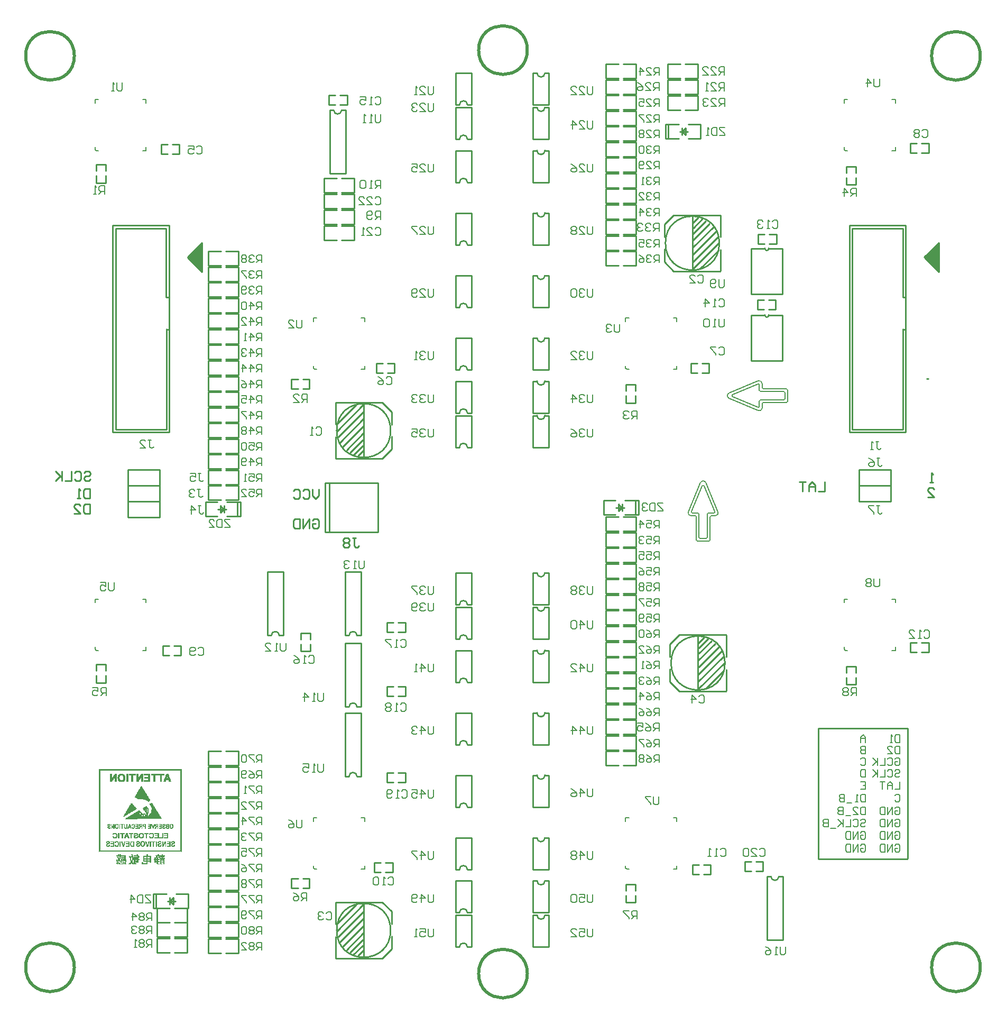
<source format=gbo>
%FSLAX25Y25*%
%MOIN*%
G70*
G01*
G75*
G04 Layer_Color=9218505*
%ADD10R,0.06000X0.05000*%
%ADD11R,0.01772X0.01575*%
%ADD12C,0.02362*%
%ADD13C,0.00500*%
%ADD14C,0.01200*%
%ADD15C,0.01500*%
%ADD16C,0.01000*%
%ADD17C,0.00700*%
%ADD18C,0.01969*%
%ADD19C,0.03937*%
%ADD20C,0.11811*%
%ADD21C,0.02000*%
%ADD22C,0.03000*%
%ADD23C,0.01181*%
%ADD24C,0.02500*%
%ADD25C,0.02000*%
%ADD26C,0.01800*%
%ADD27C,0.04000*%
%ADD28C,0.02953*%
%ADD29C,0.05000*%
G04:AMPARAMS|DCode=30|XSize=39.95mil|YSize=37.83mil|CornerRadius=0mil|HoleSize=0mil|Usage=FLASHONLY|Rotation=45.000|XOffset=0mil|YOffset=0mil|HoleType=Round|Shape=Rectangle|*
%AMROTATEDRECTD30*
4,1,4,-0.00075,-0.02750,-0.02750,-0.00075,0.00075,0.02750,0.02750,0.00075,-0.00075,-0.02750,0.0*
%
%ADD30ROTATEDRECTD30*%

%ADD31R,0.05675X0.03500*%
G04:AMPARAMS|DCode=32|XSize=56.45mil|YSize=34.3mil|CornerRadius=0mil|HoleSize=0mil|Usage=FLASHONLY|Rotation=45.000|XOffset=0mil|YOffset=0mil|HoleType=Round|Shape=Rectangle|*
%AMROTATEDRECTD32*
4,1,4,-0.00783,-0.03208,-0.03208,-0.00783,0.00783,0.03208,0.03208,0.00783,-0.00783,-0.03208,0.0*
%
%ADD32ROTATEDRECTD32*%

%ADD33R,0.09875X0.04484*%
G04:AMPARAMS|DCode=34|XSize=28.19mil|YSize=14.85mil|CornerRadius=0mil|HoleSize=0mil|Usage=FLASHONLY|Rotation=45.000|XOffset=0mil|YOffset=0mil|HoleType=Round|Shape=Rectangle|*
%AMROTATEDRECTD34*
4,1,4,-0.00472,-0.01522,-0.01522,-0.00472,0.00472,0.01522,0.01522,0.00472,-0.00472,-0.01522,0.0*
%
%ADD34ROTATEDRECTD34*%

G04:AMPARAMS|DCode=35|XSize=16.97mil|YSize=36.77mil|CornerRadius=0mil|HoleSize=0mil|Usage=FLASHONLY|Rotation=45.000|XOffset=0mil|YOffset=0mil|HoleType=Round|Shape=Rectangle|*
%AMROTATEDRECTD35*
4,1,4,0.00700,-0.01900,-0.01900,0.00700,-0.00700,0.01900,0.01900,-0.00700,0.00700,-0.01900,0.0*
%
%ADD35ROTATEDRECTD35*%

%ADD36R,0.12600X0.04700*%
G04:AMPARAMS|DCode=37|XSize=41.72mil|YSize=19.61mil|CornerRadius=0mil|HoleSize=0mil|Usage=FLASHONLY|Rotation=45.000|XOffset=0mil|YOffset=0mil|HoleType=Round|Shape=Rectangle|*
%AMROTATEDRECTD37*
4,1,4,-0.00782,-0.02168,-0.02168,-0.00782,0.00782,0.02168,0.02168,0.00782,-0.00782,-0.02168,0.0*
%
%ADD37ROTATEDRECTD37*%

G04:AMPARAMS|DCode=38|XSize=20.86mil|YSize=37.15mil|CornerRadius=0mil|HoleSize=0mil|Usage=FLASHONLY|Rotation=45.000|XOffset=0mil|YOffset=0mil|HoleType=Round|Shape=Rectangle|*
%AMROTATEDRECTD38*
4,1,4,0.00576,-0.02051,-0.02051,0.00576,-0.00576,0.02051,0.02051,-0.00576,0.00576,-0.02051,0.0*
%
%ADD38ROTATEDRECTD38*%

%ADD39R,0.13700X0.04650*%
G04:AMPARAMS|DCode=40|XSize=45.9mil|YSize=34.29mil|CornerRadius=0mil|HoleSize=0mil|Usage=FLASHONLY|Rotation=45.000|XOffset=0mil|YOffset=0mil|HoleType=Round|Shape=Rectangle|*
%AMROTATEDRECTD40*
4,1,4,-0.00411,-0.02835,-0.02835,-0.00411,0.00411,0.02835,0.02835,0.00411,-0.00411,-0.02835,0.0*
%
%ADD40ROTATEDRECTD40*%

G04:AMPARAMS|DCode=41|XSize=21.21mil|YSize=44.19mil|CornerRadius=0mil|HoleSize=0mil|Usage=FLASHONLY|Rotation=45.000|XOffset=0mil|YOffset=0mil|HoleType=Round|Shape=Rectangle|*
%AMROTATEDRECTD41*
4,1,4,0.00812,-0.02312,-0.02312,0.00812,-0.00812,0.02312,0.02312,-0.00812,0.00812,-0.02312,0.0*
%
%ADD41ROTATEDRECTD41*%

%ADD42R,0.15900X0.04141*%
G04:AMPARAMS|DCode=43|XSize=19.91mil|YSize=40.5mil|CornerRadius=0mil|HoleSize=0mil|Usage=FLASHONLY|Rotation=45.000|XOffset=0mil|YOffset=0mil|HoleType=Round|Shape=Rectangle|*
%AMROTATEDRECTD43*
4,1,4,0.00728,-0.02136,-0.02136,0.00728,-0.00728,0.02136,0.02136,-0.00728,0.00728,-0.02136,0.0*
%
%ADD43ROTATEDRECTD43*%

%ADD44R,0.11436X0.03164*%
G04:AMPARAMS|DCode=45|XSize=50.91mil|YSize=50.91mil|CornerRadius=0mil|HoleSize=0mil|Usage=FLASHONLY|Rotation=45.000|XOffset=0mil|YOffset=0mil|HoleType=Round|Shape=Rectangle|*
%AMROTATEDRECTD45*
4,1,4,0.00000,-0.03600,-0.03600,0.00000,0.00000,0.03600,0.03600,0.00000,0.00000,-0.03600,0.0*
%
%ADD45ROTATEDRECTD45*%

G04:AMPARAMS|DCode=46|XSize=55.51mil|YSize=42.75mil|CornerRadius=0mil|HoleSize=0mil|Usage=FLASHONLY|Rotation=45.000|XOffset=0mil|YOffset=0mil|HoleType=Round|Shape=Rectangle|*
%AMROTATEDRECTD46*
4,1,4,-0.00451,-0.03474,-0.03474,-0.00451,0.00451,0.03474,0.03474,0.00451,-0.00451,-0.03474,0.0*
%
%ADD46ROTATEDRECTD46*%

%ADD47R,0.08050X0.07200*%
G04:AMPARAMS|DCode=48|XSize=24.37mil|YSize=44.08mil|CornerRadius=0mil|HoleSize=0mil|Usage=FLASHONLY|Rotation=45.000|XOffset=0mil|YOffset=0mil|HoleType=Round|Shape=Rectangle|*
%AMROTATEDRECTD48*
4,1,4,0.00697,-0.02420,-0.02420,0.00697,-0.00697,0.02420,0.02420,-0.00697,0.00697,-0.02420,0.0*
%
%ADD48ROTATEDRECTD48*%

%ADD49R,0.30653X0.03447*%
%ADD50R,0.19797X0.02000*%
G04:AMPARAMS|DCode=51|XSize=53.88mil|YSize=35.56mil|CornerRadius=0mil|HoleSize=0mil|Usage=FLASHONLY|Rotation=45.000|XOffset=0mil|YOffset=0mil|HoleType=Round|Shape=Rectangle|*
%AMROTATEDRECTD51*
4,1,4,-0.00647,-0.03162,-0.03162,-0.00647,0.00647,0.03162,0.03162,0.00647,-0.00647,-0.03162,0.0*
%
%ADD51ROTATEDRECTD51*%

G04:AMPARAMS|DCode=52|XSize=30.94mil|YSize=51.65mil|CornerRadius=0mil|HoleSize=0mil|Usage=FLASHONLY|Rotation=45.000|XOffset=0mil|YOffset=0mil|HoleType=Round|Shape=Rectangle|*
%AMROTATEDRECTD52*
4,1,4,0.00732,-0.02920,-0.02920,0.00732,-0.00732,0.02920,0.02920,-0.00732,0.00732,-0.02920,0.0*
%
%ADD52ROTATEDRECTD52*%

%ADD53R,0.16950X0.05119*%
G04:AMPARAMS|DCode=54|XSize=43.68mil|YSize=24.57mil|CornerRadius=0mil|HoleSize=0mil|Usage=FLASHONLY|Rotation=45.000|XOffset=0mil|YOffset=0mil|HoleType=Round|Shape=Rectangle|*
%AMROTATEDRECTD54*
4,1,4,-0.00676,-0.02413,-0.02413,-0.00676,0.00676,0.02413,0.02413,0.00676,-0.00676,-0.02413,0.0*
%
%ADD54ROTATEDRECTD54*%

G04:AMPARAMS|DCode=55|XSize=25.1mil|YSize=45.08mil|CornerRadius=0mil|HoleSize=0mil|Usage=FLASHONLY|Rotation=45.000|XOffset=0mil|YOffset=0mil|HoleType=Round|Shape=Rectangle|*
%AMROTATEDRECTD55*
4,1,4,0.00706,-0.02481,-0.02481,0.00706,-0.00706,0.02481,0.02481,-0.00706,0.00706,-0.02481,0.0*
%
%ADD55ROTATEDRECTD55*%

%ADD56R,0.15350X0.04267*%
G04:AMPARAMS|DCode=57|XSize=44.31mil|YSize=22.29mil|CornerRadius=0mil|HoleSize=0mil|Usage=FLASHONLY|Rotation=45.000|XOffset=0mil|YOffset=0mil|HoleType=Round|Shape=Rectangle|*
%AMROTATEDRECTD57*
4,1,4,-0.00778,-0.02355,-0.02355,-0.00778,0.00778,0.02355,0.02355,0.00778,-0.00778,-0.02355,0.0*
%
%ADD57ROTATEDRECTD57*%

G04:AMPARAMS|DCode=58|XSize=21.21mil|YSize=30.65mil|CornerRadius=0mil|HoleSize=0mil|Usage=FLASHONLY|Rotation=45.000|XOffset=0mil|YOffset=0mil|HoleType=Round|Shape=Rectangle|*
%AMROTATEDRECTD58*
4,1,4,0.00334,-0.01834,-0.01834,0.00334,-0.00334,0.01834,0.01834,-0.00334,0.00334,-0.01834,0.0*
%
%ADD58ROTATEDRECTD58*%

%ADD59R,0.16400X0.03444*%
G04:AMPARAMS|DCode=60|XSize=11.2mil|YSize=27.05mil|CornerRadius=0mil|HoleSize=0mil|Usage=FLASHONLY|Rotation=45.000|XOffset=0mil|YOffset=0mil|HoleType=Round|Shape=Rectangle|*
%AMROTATEDRECTD60*
4,1,4,0.00560,-0.01353,-0.01353,0.00560,-0.00560,0.01353,0.01353,-0.00560,0.00560,-0.01353,0.0*
%
%ADD60ROTATEDRECTD60*%

%ADD61R,0.15785X0.03225*%
G04:AMPARAMS|DCode=62|XSize=49.14mil|YSize=61.87mil|CornerRadius=0mil|HoleSize=0mil|Usage=FLASHONLY|Rotation=45.000|XOffset=0mil|YOffset=0mil|HoleType=Round|Shape=Rectangle|*
%AMROTATEDRECTD62*
4,1,4,0.00450,-0.03925,-0.03925,0.00450,-0.00450,0.03925,0.03925,-0.00450,0.00450,-0.03925,0.0*
%
%ADD62ROTATEDRECTD62*%

G04:AMPARAMS|DCode=63|XSize=54.09mil|YSize=54.09mil|CornerRadius=0mil|HoleSize=0mil|Usage=FLASHONLY|Rotation=45.000|XOffset=0mil|YOffset=0mil|HoleType=Round|Shape=Rectangle|*
%AMROTATEDRECTD63*
4,1,4,0.00000,-0.03825,-0.03825,0.00000,0.00000,0.03825,0.03825,0.00000,0.00000,-0.03825,0.0*
%
%ADD63ROTATEDRECTD63*%

%ADD64R,0.39400X0.07650*%
%ADD65R,0.03426X0.03425*%
G04:AMPARAMS|DCode=66|XSize=33.16mil|YSize=24.98mil|CornerRadius=0mil|HoleSize=0mil|Usage=FLASHONLY|Rotation=45.000|XOffset=0mil|YOffset=0mil|HoleType=Round|Shape=Rectangle|*
%AMROTATEDRECTD66*
4,1,4,-0.00289,-0.02056,-0.02056,-0.00289,0.00289,0.02056,0.02056,0.00289,-0.00289,-0.02056,0.0*
%
%ADD66ROTATEDRECTD66*%

G04:AMPARAMS|DCode=67|XSize=49.5mil|YSize=54.11mil|CornerRadius=0mil|HoleSize=0mil|Usage=FLASHONLY|Rotation=45.000|XOffset=0mil|YOffset=0mil|HoleType=Round|Shape=Rectangle|*
%AMROTATEDRECTD67*
4,1,4,0.00163,-0.03663,-0.03663,0.00163,-0.00163,0.03663,0.03663,-0.00163,0.00163,-0.03663,0.0*
%
%ADD67ROTATEDRECTD67*%

G04:AMPARAMS|DCode=68|XSize=61.52mil|YSize=32.44mil|CornerRadius=0mil|HoleSize=0mil|Usage=FLASHONLY|Rotation=45.000|XOffset=0mil|YOffset=0mil|HoleType=Round|Shape=Rectangle|*
%AMROTATEDRECTD68*
4,1,4,-0.01028,-0.03322,-0.03322,-0.01028,0.01028,0.03322,0.03322,0.01028,-0.01028,-0.03322,0.0*
%
%ADD68ROTATEDRECTD68*%

%ADD69R,0.08650X0.03851*%
%ADD70R,0.05100X0.06450*%
G04:AMPARAMS|DCode=71|XSize=49.72mil|YSize=59.41mil|CornerRadius=0mil|HoleSize=0mil|Usage=FLASHONLY|Rotation=45.000|XOffset=0mil|YOffset=0mil|HoleType=Round|Shape=Rectangle|*
%AMROTATEDRECTD71*
4,1,4,0.00342,-0.03858,-0.03858,0.00342,-0.00342,0.03858,0.03858,-0.00342,0.00342,-0.03858,0.0*
%
%ADD71ROTATEDRECTD71*%

G04:AMPARAMS|DCode=72|XSize=44.19mil|YSize=26.52mil|CornerRadius=0mil|HoleSize=0mil|Usage=FLASHONLY|Rotation=45.000|XOffset=0mil|YOffset=0mil|HoleType=Round|Shape=Rectangle|*
%AMROTATEDRECTD72*
4,1,4,-0.00625,-0.02500,-0.02500,-0.00625,0.00625,0.02500,0.02500,0.00625,-0.00625,-0.02500,0.0*
%
%ADD72ROTATEDRECTD72*%

%ADD73R,0.06550X0.04491*%
G04:AMPARAMS|DCode=74|XSize=30.68mil|YSize=19.45mil|CornerRadius=0mil|HoleSize=0mil|Usage=FLASHONLY|Rotation=45.000|XOffset=0mil|YOffset=0mil|HoleType=Round|Shape=Rectangle|*
%AMROTATEDRECTD74*
4,1,4,-0.00397,-0.01772,-0.01772,-0.00397,0.00397,0.01772,0.01772,0.00397,-0.00397,-0.01772,0.0*
%
%ADD74ROTATEDRECTD74*%

G04:AMPARAMS|DCode=75|XSize=12.5mil|YSize=30.89mil|CornerRadius=0mil|HoleSize=0mil|Usage=FLASHONLY|Rotation=45.000|XOffset=0mil|YOffset=0mil|HoleType=Round|Shape=Rectangle|*
%AMROTATEDRECTD75*
4,1,4,0.00650,-0.01534,-0.01534,0.00650,-0.00650,0.01534,0.01534,-0.00650,0.00650,-0.01534,0.0*
%
%ADD75ROTATEDRECTD75*%

%ADD76R,0.17800X0.03089*%
G04:AMPARAMS|DCode=77|XSize=38.54mil|YSize=34.81mil|CornerRadius=0mil|HoleSize=0mil|Usage=FLASHONLY|Rotation=45.000|XOffset=0mil|YOffset=0mil|HoleType=Round|Shape=Rectangle|*
%AMROTATEDRECTD77*
4,1,4,-0.00132,-0.02593,-0.02593,-0.00132,0.00132,0.02593,0.02593,0.00132,-0.00132,-0.02593,0.0*
%
%ADD77ROTATEDRECTD77*%

G04:AMPARAMS|DCode=78|XSize=22.1mil|YSize=41.64mil|CornerRadius=0mil|HoleSize=0mil|Usage=FLASHONLY|Rotation=45.000|XOffset=0mil|YOffset=0mil|HoleType=Round|Shape=Rectangle|*
%AMROTATEDRECTD78*
4,1,4,0.00691,-0.02254,-0.02254,0.00691,-0.00691,0.02254,0.02254,-0.00691,0.00691,-0.02254,0.0*
%
%ADD78ROTATEDRECTD78*%

%ADD79R,0.17425X0.04056*%
%ADD80R,0.20900X0.04218*%
G04:AMPARAMS|DCode=81|XSize=33.08mil|YSize=15.5mil|CornerRadius=0mil|HoleSize=0mil|Usage=FLASHONLY|Rotation=45.000|XOffset=0mil|YOffset=0mil|HoleType=Round|Shape=Rectangle|*
%AMROTATEDRECTD81*
4,1,4,-0.00622,-0.01718,-0.01718,-0.00622,0.00622,0.01718,0.01718,0.00622,-0.00622,-0.01718,0.0*
%
%ADD81ROTATEDRECTD81*%

G04:AMPARAMS|DCode=82|XSize=13.44mil|YSize=20.2mil|CornerRadius=0mil|HoleSize=0mil|Usage=FLASHONLY|Rotation=45.000|XOffset=0mil|YOffset=0mil|HoleType=Round|Shape=Rectangle|*
%AMROTATEDRECTD82*
4,1,4,0.00239,-0.01189,-0.01189,0.00239,-0.00239,0.01189,0.01189,-0.00239,0.00239,-0.01189,0.0*
%
%ADD82ROTATEDRECTD82*%

%ADD83R,0.20250X0.02924*%
G04:AMPARAMS|DCode=84|XSize=39.05mil|YSize=61.13mil|CornerRadius=0mil|HoleSize=0mil|Usage=FLASHONLY|Rotation=45.000|XOffset=0mil|YOffset=0mil|HoleType=Round|Shape=Rectangle|*
%AMROTATEDRECTD84*
4,1,4,0.00781,-0.03542,-0.03542,0.00781,-0.00781,0.03542,0.03542,-0.00781,0.00781,-0.03542,0.0*
%
%ADD84ROTATEDRECTD84*%

%ADD85R,0.04318X0.05741*%
G04:AMPARAMS|DCode=86|XSize=89.48mil|YSize=38.83mil|CornerRadius=0mil|HoleSize=0mil|Usage=FLASHONLY|Rotation=45.000|XOffset=0mil|YOffset=0mil|HoleType=Round|Shape=Rectangle|*
%AMROTATEDRECTD86*
4,1,4,-0.01791,-0.04536,-0.04536,-0.01791,0.01791,0.04536,0.04536,0.01791,-0.01791,-0.04536,0.0*
%
%ADD86ROTATEDRECTD86*%

%ADD87R,0.07950X0.05300*%
%ADD88R,0.15850X0.03600*%
%ADD89R,0.11050X0.05387*%
G04:AMPARAMS|DCode=90|XSize=55.16mil|YSize=28.83mil|CornerRadius=0mil|HoleSize=0mil|Usage=FLASHONLY|Rotation=45.000|XOffset=0mil|YOffset=0mil|HoleType=Round|Shape=Rectangle|*
%AMROTATEDRECTD90*
4,1,4,-0.00931,-0.02969,-0.02969,-0.00931,0.00931,0.02969,0.02969,0.00931,-0.00931,-0.02969,0.0*
%
%ADD90ROTATEDRECTD90*%

G04:AMPARAMS|DCode=91|XSize=23.5mil|YSize=54.19mil|CornerRadius=0mil|HoleSize=0mil|Usage=FLASHONLY|Rotation=45.000|XOffset=0mil|YOffset=0mil|HoleType=Round|Shape=Rectangle|*
%AMROTATEDRECTD91*
4,1,4,0.01085,-0.02747,-0.02747,0.01085,-0.01085,0.02747,0.02747,-0.01085,0.01085,-0.02747,0.0*
%
%ADD91ROTATEDRECTD91*%

%ADD92R,0.10810X0.04344*%
G04:AMPARAMS|DCode=93|XSize=26.24mil|YSize=43.76mil|CornerRadius=0mil|HoleSize=0mil|Usage=FLASHONLY|Rotation=45.000|XOffset=0mil|YOffset=0mil|HoleType=Round|Shape=Rectangle|*
%AMROTATEDRECTD93*
4,1,4,0.00620,-0.02475,-0.02475,0.00620,-0.00620,0.02475,0.02475,-0.00620,0.00620,-0.02475,0.0*
%
%ADD93ROTATEDRECTD93*%

G04:AMPARAMS|DCode=94|XSize=45.57mil|YSize=33.01mil|CornerRadius=0mil|HoleSize=0mil|Usage=FLASHONLY|Rotation=45.000|XOffset=0mil|YOffset=0mil|HoleType=Round|Shape=Rectangle|*
%AMROTATEDRECTD94*
4,1,4,-0.00444,-0.02778,-0.02778,-0.00444,0.00444,0.02778,0.02778,0.00444,-0.00444,-0.02778,0.0*
%
%ADD94ROTATEDRECTD94*%

%ADD95R,0.01800X0.03850*%
G04:AMPARAMS|DCode=96|XSize=41.49mil|YSize=32.01mil|CornerRadius=0mil|HoleSize=0mil|Usage=FLASHONLY|Rotation=45.000|XOffset=0mil|YOffset=0mil|HoleType=Round|Shape=Rectangle|*
%AMROTATEDRECTD96*
4,1,4,-0.00335,-0.02599,-0.02599,-0.00335,0.00335,0.02599,0.02599,0.00335,-0.00335,-0.02599,0.0*
%
%ADD96ROTATEDRECTD96*%

G04:AMPARAMS|DCode=97|XSize=26.36mil|YSize=39.33mil|CornerRadius=0mil|HoleSize=0mil|Usage=FLASHONLY|Rotation=45.000|XOffset=0mil|YOffset=0mil|HoleType=Round|Shape=Rectangle|*
%AMROTATEDRECTD97*
4,1,4,0.00459,-0.02323,-0.02323,0.00459,-0.00459,0.02323,0.02323,-0.00459,0.00459,-0.02323,0.0*
%
%ADD97ROTATEDRECTD97*%

%ADD98R,0.01700X0.02811*%
%ADD99C,0.00800*%
%ADD100R,0.23050X0.04550*%
%ADD101R,0.04724X0.01181*%
%ADD102R,0.01181X0.04724*%
%ADD103O,0.04724X0.01181*%
%ADD104R,0.22441X0.22441*%
%ADD105R,0.23622X0.05118*%
G04:AMPARAMS|DCode=106|XSize=51.18mil|YSize=236.22mil|CornerRadius=0mil|HoleSize=0mil|Usage=FLASHONLY|Rotation=90.000|XOffset=0mil|YOffset=0mil|HoleType=Round|Shape=Octagon|*
%AMOCTAGOND106*
4,1,8,-0.11811,-0.01280,-0.11811,0.01280,-0.10531,0.02559,0.10531,0.02559,0.11811,0.01280,0.11811,-0.01280,0.10531,-0.02559,-0.10531,-0.02559,-0.11811,-0.01280,0.0*
%
%ADD106OCTAGOND106*%

%ADD107O,0.05906X0.01378*%
%ADD108R,0.05906X0.01378*%
%ADD109O,0.05906X0.01378*%
%ADD110O,0.05906X0.01378*%
%ADD111O,0.08000X0.02400*%
%ADD112R,0.14173X0.06299*%
%ADD113R,0.06693X0.05906*%
%ADD114C,0.28740*%
%ADD115C,0.27559*%
%ADD116R,0.39370X0.07874*%
%ADD117R,0.03500X0.03000*%
%ADD118R,0.03000X0.03500*%
%ADD119C,0.03937*%
%ADD120C,0.01300*%
%ADD121C,0.02400*%
%ADD122R,0.05550X0.05400*%
%ADD123R,0.06500X0.02000*%
%ADD124R,0.07200X0.02050*%
G04:AMPARAMS|DCode=125|XSize=23.91mil|YSize=11.89mil|CornerRadius=0mil|HoleSize=0mil|Usage=FLASHONLY|Rotation=45.000|XOffset=0mil|YOffset=0mil|HoleType=Round|Shape=Rectangle|*
%AMROTATEDRECTD125*
4,1,4,-0.00425,-0.01266,-0.01266,-0.00425,0.00425,0.01266,0.01266,0.00425,-0.00425,-0.01266,0.0*
%
%ADD125ROTATEDRECTD125*%

%ADD126R,0.03650X0.01800*%
%ADD127R,0.05300X0.03650*%
G04:AMPARAMS|DCode=128|XSize=59.94mil|YSize=16.36mil|CornerRadius=0mil|HoleSize=0mil|Usage=FLASHONLY|Rotation=45.000|XOffset=0mil|YOffset=0mil|HoleType=Round|Shape=Rectangle|*
%AMROTATEDRECTD128*
4,1,4,-0.01541,-0.02698,-0.02698,-0.01541,0.01541,0.02698,0.02698,0.01541,-0.01541,-0.02698,0.0*
%
%ADD128ROTATEDRECTD128*%

G04:AMPARAMS|DCode=129|XSize=26.34mil|YSize=9.75mil|CornerRadius=0mil|HoleSize=0mil|Usage=FLASHONLY|Rotation=45.000|XOffset=0mil|YOffset=0mil|HoleType=Round|Shape=Rectangle|*
%AMROTATEDRECTD129*
4,1,4,-0.00587,-0.01276,-0.01276,-0.00587,0.00587,0.01276,0.01276,0.00587,-0.00587,-0.01276,0.0*
%
%ADD129ROTATEDRECTD129*%

%ADD130R,0.03700X0.01700*%
G04:AMPARAMS|DCode=131|XSize=51mil|YSize=30.5mil|CornerRadius=0mil|HoleSize=0mil|Usage=FLASHONLY|Rotation=45.000|XOffset=0mil|YOffset=0mil|HoleType=Round|Shape=Rectangle|*
%AMROTATEDRECTD131*
4,1,4,-0.00725,-0.02881,-0.02881,-0.00725,0.00725,0.02881,0.02881,0.00725,-0.00725,-0.02881,0.0*
%
%ADD131ROTATEDRECTD131*%

G04:AMPARAMS|DCode=132|XSize=75.31mil|YSize=40.5mil|CornerRadius=0mil|HoleSize=0mil|Usage=FLASHONLY|Rotation=45.000|XOffset=0mil|YOffset=0mil|HoleType=Round|Shape=Rectangle|*
%AMROTATEDRECTD132*
4,1,4,-0.01231,-0.04094,-0.04094,-0.01231,0.01231,0.04094,0.04094,0.01231,-0.01231,-0.04094,0.0*
%
%ADD132ROTATEDRECTD132*%

%ADD133R,0.06366X0.06084*%
G04:AMPARAMS|DCode=134|XSize=71.71mil|YSize=36.31mil|CornerRadius=0mil|HoleSize=0mil|Usage=FLASHONLY|Rotation=45.000|XOffset=0mil|YOffset=0mil|HoleType=Round|Shape=Rectangle|*
%AMROTATEDRECTD134*
4,1,4,-0.01252,-0.03819,-0.03819,-0.01252,0.01252,0.03819,0.03819,0.01252,-0.01252,-0.03819,0.0*
%
%ADD134ROTATEDRECTD134*%

%ADD135R,0.03850X0.09550*%
%ADD136R,0.04100X0.02600*%
G04:AMPARAMS|DCode=137|XSize=42.63mil|YSize=34.98mil|CornerRadius=0mil|HoleSize=0mil|Usage=FLASHONLY|Rotation=45.000|XOffset=0mil|YOffset=0mil|HoleType=Round|Shape=Rectangle|*
%AMROTATEDRECTD137*
4,1,4,-0.00270,-0.02744,-0.02744,-0.00270,0.00270,0.02744,0.02744,0.00270,-0.00270,-0.02744,0.0*
%
%ADD137ROTATEDRECTD137*%

%ADD138R,0.03800X0.06700*%
G04:AMPARAMS|DCode=139|XSize=76.72mil|YSize=39.96mil|CornerRadius=0mil|HoleSize=0mil|Usage=FLASHONLY|Rotation=45.000|XOffset=0mil|YOffset=0mil|HoleType=Round|Shape=Rectangle|*
%AMROTATEDRECTD139*
4,1,4,-0.01300,-0.04125,-0.04125,-0.01300,0.01300,0.04125,0.04125,0.01300,-0.01300,-0.04125,0.0*
%
%ADD139ROTATEDRECTD139*%

%ADD140R,0.01400X0.01150*%
G04:AMPARAMS|DCode=141|XSize=16.62mil|YSize=18.03mil|CornerRadius=0mil|HoleSize=0mil|Usage=FLASHONLY|Rotation=45.000|XOffset=0mil|YOffset=0mil|HoleType=Round|Shape=Rectangle|*
%AMROTATEDRECTD141*
4,1,4,0.00050,-0.01225,-0.01225,0.00050,-0.00050,0.01225,0.01225,-0.00050,0.00050,-0.01225,0.0*
%
%ADD141ROTATEDRECTD141*%

G04:AMPARAMS|DCode=142|XSize=36.42mil|YSize=74.95mil|CornerRadius=0mil|HoleSize=0mil|Usage=FLASHONLY|Rotation=45.000|XOffset=0mil|YOffset=0mil|HoleType=Round|Shape=Rectangle|*
%AMROTATEDRECTD142*
4,1,4,0.01363,-0.03938,-0.03938,0.01363,-0.01363,0.03938,0.03938,-0.01363,0.01363,-0.03938,0.0*
%
%ADD142ROTATEDRECTD142*%

%ADD143R,0.03350X0.01200*%
%ADD144R,0.00950X0.00950*%
G04:AMPARAMS|DCode=145|XSize=15.2mil|YSize=20.51mil|CornerRadius=0mil|HoleSize=0mil|Usage=FLASHONLY|Rotation=45.000|XOffset=0mil|YOffset=0mil|HoleType=Round|Shape=Rectangle|*
%AMROTATEDRECTD145*
4,1,4,0.00188,-0.01263,-0.01263,0.00188,-0.00188,0.01263,0.01263,-0.00188,0.00188,-0.01263,0.0*
%
%ADD145ROTATEDRECTD145*%

G04:AMPARAMS|DCode=146|XSize=10.26mil|YSize=9.19mil|CornerRadius=0mil|HoleSize=0mil|Usage=FLASHONLY|Rotation=45.000|XOffset=0mil|YOffset=0mil|HoleType=Round|Shape=Rectangle|*
%AMROTATEDRECTD146*
4,1,4,-0.00038,-0.00688,-0.00688,-0.00038,0.00038,0.00688,0.00688,0.00038,-0.00038,-0.00688,0.0*
%
%ADD146ROTATEDRECTD146*%

%ADD147R,0.11900X0.04050*%
%ADD148R,0.07050X0.04550*%
%ADD149R,0.10850X0.05500*%
%ADD150R,0.02800X0.02050*%
G04:AMPARAMS|DCode=151|XSize=57.98mil|YSize=72.83mil|CornerRadius=0mil|HoleSize=0mil|Usage=FLASHONLY|Rotation=45.000|XOffset=0mil|YOffset=0mil|HoleType=Round|Shape=Rectangle|*
%AMROTATEDRECTD151*
4,1,4,0.00525,-0.04625,-0.04625,0.00525,-0.00525,0.04625,0.04625,-0.00525,0.00525,-0.04625,0.0*
%
%ADD151ROTATEDRECTD151*%

%ADD152R,0.03200X0.02000*%
G04:AMPARAMS|DCode=153|XSize=26.75mil|YSize=44.55mil|CornerRadius=0mil|HoleSize=0mil|Usage=FLASHONLY|Rotation=45.000|XOffset=0mil|YOffset=0mil|HoleType=Round|Shape=Rectangle|*
%AMROTATEDRECTD153*
4,1,4,0.00629,-0.02521,-0.02521,0.00629,-0.00629,0.02521,0.02521,-0.00629,0.00629,-0.02521,0.0*
%
%ADD153ROTATEDRECTD153*%

%ADD154R,0.10100X0.05150*%
%ADD155R,0.02875X0.02875*%
G04:AMPARAMS|DCode=156|XSize=40.66mil|YSize=26.52mil|CornerRadius=0mil|HoleSize=0mil|Usage=FLASHONLY|Rotation=45.000|XOffset=0mil|YOffset=0mil|HoleType=Round|Shape=Rectangle|*
%AMROTATEDRECTD156*
4,1,4,-0.00500,-0.02375,-0.02375,-0.00500,0.00500,0.02375,0.02375,0.00500,-0.00500,-0.02375,0.0*
%
%ADD156ROTATEDRECTD156*%

%ADD157R,0.05800X0.05050*%
%ADD158R,0.04300X0.05500*%
G04:AMPARAMS|DCode=159|XSize=32.5mil|YSize=23.72mil|CornerRadius=0mil|HoleSize=0mil|Usage=FLASHONLY|Rotation=45.000|XOffset=0mil|YOffset=0mil|HoleType=Round|Shape=Rectangle|*
%AMROTATEDRECTD159*
4,1,4,-0.00310,-0.01988,-0.01988,-0.00310,0.00310,0.01988,0.01988,0.00310,-0.00310,-0.01988,0.0*
%
%ADD159ROTATEDRECTD159*%

G04:AMPARAMS|DCode=160|XSize=60.46mil|YSize=29.46mil|CornerRadius=0mil|HoleSize=0mil|Usage=FLASHONLY|Rotation=45.000|XOffset=0mil|YOffset=0mil|HoleType=Round|Shape=Rectangle|*
%AMROTATEDRECTD160*
4,1,4,-0.01096,-0.03179,-0.03179,-0.01096,0.01096,0.03179,0.03179,0.01096,-0.01096,-0.03179,0.0*
%
%ADD160ROTATEDRECTD160*%

G04:AMPARAMS|DCode=161|XSize=39.95mil|YSize=17.32mil|CornerRadius=0mil|HoleSize=0mil|Usage=FLASHONLY|Rotation=45.000|XOffset=0mil|YOffset=0mil|HoleType=Round|Shape=Rectangle|*
%AMROTATEDRECTD161*
4,1,4,-0.00800,-0.02025,-0.02025,-0.00800,0.00800,0.02025,0.02025,0.00800,-0.00800,-0.02025,0.0*
%
%ADD161ROTATEDRECTD161*%

%ADD162R,0.03250X0.01400*%
%ADD163R,0.08800X0.04350*%
G04:AMPARAMS|DCode=164|XSize=60.08mil|YSize=31.97mil|CornerRadius=0mil|HoleSize=0mil|Usage=FLASHONLY|Rotation=45.000|XOffset=0mil|YOffset=0mil|HoleType=Round|Shape=Rectangle|*
%AMROTATEDRECTD164*
4,1,4,-0.00994,-0.03255,-0.03255,-0.00994,0.00994,0.03255,0.03255,0.00994,-0.00994,-0.03255,0.0*
%
%ADD164ROTATEDRECTD164*%

%ADD165R,0.10800X0.04197*%
G04:AMPARAMS|DCode=166|XSize=121.95mil|YSize=27mil|CornerRadius=0mil|HoleSize=0mil|Usage=FLASHONLY|Rotation=45.000|XOffset=0mil|YOffset=0mil|HoleType=Round|Shape=Rectangle|*
%AMROTATEDRECTD166*
4,1,4,-0.03357,-0.05266,-0.05266,-0.03357,0.03357,0.05266,0.05266,0.03357,-0.03357,-0.05266,0.0*
%
%ADD166ROTATEDRECTD166*%

G04:AMPARAMS|DCode=167|XSize=73.2mil|YSize=30.03mil|CornerRadius=0mil|HoleSize=0mil|Usage=FLASHONLY|Rotation=45.000|XOffset=0mil|YOffset=0mil|HoleType=Round|Shape=Rectangle|*
%AMROTATEDRECTD167*
4,1,4,-0.01526,-0.03650,-0.03650,-0.01526,0.01526,0.03650,0.03650,0.01526,-0.01526,-0.03650,0.0*
%
%ADD167ROTATEDRECTD167*%

%ADD168R,0.03500X0.03739*%
G04:AMPARAMS|DCode=169|XSize=50.28mil|YSize=115.53mil|CornerRadius=0mil|HoleSize=0mil|Usage=FLASHONLY|Rotation=45.000|XOffset=0mil|YOffset=0mil|HoleType=Round|Shape=Rectangle|*
%AMROTATEDRECTD169*
4,1,4,0.02307,-0.05863,-0.05863,0.02307,-0.02307,0.05863,0.05863,-0.02307,0.02307,-0.05863,0.0*
%
%ADD169ROTATEDRECTD169*%

%ADD170R,0.03000X0.01400*%
G04:AMPARAMS|DCode=171|XSize=88.39mil|YSize=26.16mil|CornerRadius=0mil|HoleSize=0mil|Usage=FLASHONLY|Rotation=45.000|XOffset=0mil|YOffset=0mil|HoleType=Round|Shape=Rectangle|*
%AMROTATEDRECTD171*
4,1,4,-0.02200,-0.04050,-0.04050,-0.02200,0.02200,0.04050,0.04050,0.02200,-0.02200,-0.04050,0.0*
%
%ADD171ROTATEDRECTD171*%

%ADD172R,0.01500X0.00850*%
%ADD173R,0.02950X0.00550*%
%ADD174R,0.04495X0.00539*%
%ADD175R,0.05033X0.00267*%
%ADD176R,0.11325X0.03675*%
G04:AMPARAMS|DCode=177|XSize=16.5mil|YSize=27.4mil|CornerRadius=0mil|HoleSize=0mil|Usage=FLASHONLY|Rotation=45.000|XOffset=0mil|YOffset=0mil|HoleType=Round|Shape=Rectangle|*
%AMROTATEDRECTD177*
4,1,4,0.00385,-0.01552,-0.01552,0.00385,-0.00385,0.01552,0.01552,-0.00385,0.00385,-0.01552,0.0*
%
%ADD177ROTATEDRECTD177*%

G04:AMPARAMS|DCode=178|XSize=33.59mil|YSize=16.58mil|CornerRadius=0mil|HoleSize=0mil|Usage=FLASHONLY|Rotation=45.000|XOffset=0mil|YOffset=0mil|HoleType=Round|Shape=Rectangle|*
%AMROTATEDRECTD178*
4,1,4,-0.00601,-0.01774,-0.01774,-0.00601,0.00601,0.01774,0.01774,0.00601,-0.00601,-0.01774,0.0*
%
%ADD178ROTATEDRECTD178*%

%ADD179R,0.01938X0.01738*%
%ADD180R,0.09700X0.04050*%
%ADD181R,0.11490X0.04244*%
G04:AMPARAMS|DCode=182|XSize=8.9mil|YSize=45.61mil|CornerRadius=0mil|HoleSize=0mil|Usage=FLASHONLY|Rotation=45.000|XOffset=0mil|YOffset=0mil|HoleType=Round|Shape=Rectangle|*
%AMROTATEDRECTD182*
4,1,4,0.01298,-0.01927,-0.01927,0.01298,-0.01298,0.01927,0.01927,-0.01298,0.01298,-0.01927,0.0*
%
%ADD182ROTATEDRECTD182*%

G04:AMPARAMS|DCode=183|XSize=14.86mil|YSize=45.02mil|CornerRadius=0mil|HoleSize=0mil|Usage=FLASHONLY|Rotation=45.000|XOffset=0mil|YOffset=0mil|HoleType=Round|Shape=Rectangle|*
%AMROTATEDRECTD183*
4,1,4,0.01066,-0.02117,-0.02117,0.01066,-0.01066,0.02117,0.02117,-0.01066,0.01066,-0.02117,0.0*
%
%ADD183ROTATEDRECTD183*%

G04:AMPARAMS|DCode=184|XSize=76.01mil|YSize=41.72mil|CornerRadius=0mil|HoleSize=0mil|Usage=FLASHONLY|Rotation=45.000|XOffset=0mil|YOffset=0mil|HoleType=Round|Shape=Rectangle|*
%AMROTATEDRECTD184*
4,1,4,-0.01213,-0.04163,-0.04163,-0.01213,0.01213,0.04163,0.04163,0.01213,-0.01213,-0.04163,0.0*
%
%ADD184ROTATEDRECTD184*%

%ADD185R,0.11350X0.03407*%
G04:AMPARAMS|DCode=186|XSize=88.04mil|YSize=26.16mil|CornerRadius=0mil|HoleSize=0mil|Usage=FLASHONLY|Rotation=45.000|XOffset=0mil|YOffset=0mil|HoleType=Round|Shape=Rectangle|*
%AMROTATEDRECTD186*
4,1,4,-0.02188,-0.04038,-0.04038,-0.02188,0.02188,0.04038,0.04038,0.02188,-0.02188,-0.04038,0.0*
%
%ADD186ROTATEDRECTD186*%

%ADD187R,0.16950X0.05250*%
%ADD188R,0.26650X0.05100*%
%ADD189R,0.80250X0.04000*%
%ADD190R,0.05065X0.05200*%
%ADD191R,0.04215X0.07050*%
%ADD192R,0.05550X0.02200*%
%ADD193R,0.05250X0.02300*%
%ADD194R,0.04600X0.01828*%
%ADD195R,0.06250X0.02250*%
%ADD196R,0.09700X0.01850*%
%ADD197R,0.09825X0.01900*%
%ADD198R,0.07500X0.02050*%
%ADD199R,0.08400X0.02100*%
%ADD200R,0.04500X0.00950*%
%ADD201R,0.04600X0.02000*%
%ADD202R,0.06196X0.01600*%
%ADD203R,0.10850X0.04600*%
%ADD204R,0.11300X0.04300*%
%ADD205R,0.04350X0.05935*%
%ADD206R,0.04683X0.08778*%
%ADD207R,0.04632X0.06500*%
%ADD208R,0.03150X0.05678*%
%ADD209R,0.03950X0.07450*%
%ADD210R,0.05350X0.05600*%
%ADD211R,0.02250X0.08900*%
%ADD212R,0.04250X0.06950*%
%ADD213R,0.04550X0.06750*%
%ADD214R,0.03400X0.09050*%
%ADD215R,0.03813X0.15800*%
%ADD216R,0.05250X0.16900*%
%ADD217R,0.04650X0.17300*%
%ADD218R,0.04000X0.20100*%
%ADD219R,0.61500X0.03450*%
%ADD220R,0.61650X0.03500*%
%ADD221R,0.04750X0.08300*%
%ADD222R,0.04450X0.07622*%
%ADD223R,0.03800X0.08372*%
%ADD224R,0.03795X0.03650*%
%ADD225R,0.04100X0.08100*%
%ADD226R,0.04200X0.08300*%
%ADD227R,0.02050X0.07500*%
%ADD228R,0.15200X0.02400*%
%ADD229R,0.17441X0.01950*%
%ADD230R,0.16294X0.01600*%
%ADD231R,0.03300X0.02700*%
%ADD232R,0.04300X0.49800*%
%ADD233R,0.01800X0.02300*%
%ADD234R,0.03775X0.01225*%
%ADD235C,0.00200*%
%ADD236C,0.00787*%
%ADD237C,0.00600*%
%ADD238R,0.06800X0.05800*%
%ADD239R,0.02572X0.02375*%
%ADD240C,0.03162*%
%ADD241C,0.02769*%
%ADD242C,0.04737*%
%ADD243C,0.12611*%
%ADD244C,0.02800*%
%ADD245C,0.05906*%
%ADD246R,0.05524X0.01981*%
%ADD247R,0.01981X0.05524*%
%ADD248O,0.05524X0.01981*%
%ADD249R,0.24422X0.05918*%
G04:AMPARAMS|DCode=250|XSize=59.18mil|YSize=244.22mil|CornerRadius=0mil|HoleSize=0mil|Usage=FLASHONLY|Rotation=90.000|XOffset=0mil|YOffset=0mil|HoleType=Round|Shape=Octagon|*
%AMOCTAGOND250*
4,1,8,-0.12211,-0.01480,-0.12211,0.01480,-0.10731,0.02959,0.10731,0.02959,0.12211,0.01480,0.12211,-0.01480,0.10731,-0.02959,-0.10731,-0.02959,-0.12211,-0.01480,0.0*
%
%ADD250OCTAGOND250*%

%ADD251O,0.06706X0.02178*%
%ADD252R,0.06706X0.02178*%
%ADD253O,0.06706X0.02178*%
%ADD254O,0.06706X0.02178*%
%ADD255O,0.08800X0.03200*%
%ADD256R,0.14973X0.07099*%
%ADD257R,0.07493X0.06706*%
%ADD258C,0.29540*%
%ADD259C,0.28359*%
%ADD260R,0.40170X0.08674*%
%ADD261R,0.04300X0.03800*%
%ADD262R,0.03800X0.04300*%
%ADD263C,0.00984*%
%ADD264C,0.02126*%
D13*
X892954Y648204D02*
G03*
X890559Y649795I-1726J0D01*
G01*
X906603Y637853D02*
G03*
X907294Y638544I0J691D01*
G01*
X909020Y644071D02*
G03*
X908330Y644761I-691J0D01*
G01*
X893644Y636127D02*
G03*
X892954Y635437I0J-691D01*
G01*
X872090Y642035D02*
G03*
X872090Y638853I669J-1591D01*
G01*
X907294Y642344D02*
G03*
X906603Y643035I-691J0D01*
G01*
X891918Y637853D02*
G03*
X891228Y637163I0J-691D01*
G01*
X874274Y641081D02*
G03*
X874274Y639808I268J-636D01*
G01*
X892954Y645451D02*
G03*
X893644Y644761I691J0D01*
G01*
X891228Y647165D02*
G03*
X890270Y647801I-691J0D01*
G01*
X891228Y643725D02*
G03*
X891918Y643035I691J0D01*
G01*
X890559Y631093D02*
G03*
X892954Y632685I669J1591D01*
G01*
X908330Y636127D02*
G03*
X909020Y636818I0J691D01*
G01*
X890270Y633087D02*
G03*
X891228Y633724I268J636D01*
G01*
X863554Y564846D02*
G03*
X865145Y567241I0J1726D01*
G01*
X853203Y551197D02*
G03*
X853894Y550506I691J0D01*
G01*
X859421Y548780D02*
G03*
X860111Y549470I0J691D01*
G01*
X851477Y564156D02*
G03*
X850787Y564846I-691J0D01*
G01*
X857385Y585710D02*
G03*
X854203Y585710I-1591J-669D01*
G01*
X857694Y550506D02*
G03*
X858385Y551197I0J691D01*
G01*
X853203Y565882D02*
G03*
X852513Y566572I-691J0D01*
G01*
X856431Y583526D02*
G03*
X855158Y583526I-636J-268D01*
G01*
X860802Y564846D02*
G03*
X860111Y564156I0J-691D01*
G01*
X862515Y566572D02*
G03*
X863151Y567530I0J691D01*
G01*
X859075Y566572D02*
G03*
X858385Y565882I0J-691D01*
G01*
X846443Y567241D02*
G03*
X848035Y564846I1591J-669D01*
G01*
X851477Y549470D02*
G03*
X852168Y548780I691J0D01*
G01*
X848437Y567530D02*
G03*
X849074Y566572I636J-268D01*
G01*
X893644Y644761D02*
X908330D01*
X892954Y632685D02*
Y635437D01*
X893644Y636127D02*
X908330D01*
X891918Y643035D02*
X906603D01*
X892954Y645451D02*
Y648204D01*
X874274Y639808D02*
X890270Y633087D01*
X872090Y638853D02*
X890559Y631093D01*
X874274Y641081D02*
X890270Y647801D01*
X891918Y637853D02*
X906603D01*
X909020Y636818D02*
Y644071D01*
X872090Y642035D02*
X890559Y649795D01*
X907294Y638544D02*
Y642344D01*
X891228Y633724D02*
Y637163D01*
Y643725D02*
Y647165D01*
X860111Y549470D02*
Y564156D01*
X848035Y564846D02*
X850787D01*
X851477Y549470D02*
Y564156D01*
X858385Y551197D02*
Y565882D01*
X860802Y564846D02*
X863554D01*
X848437Y567530D02*
X855157Y583526D01*
X846443Y567241D02*
X854203Y585710D01*
X856431Y583526D02*
X863151Y567530D01*
X853203Y551197D02*
Y565882D01*
X852168Y548780D02*
X859421D01*
X857386Y585710D02*
X865145Y567241D01*
X853894Y550506D02*
X857694D01*
X849074Y566572D02*
X852513D01*
X859075D02*
X862515D01*
D16*
X894668Y733272D02*
G03*
X897168Y733272I1250J0D01*
G01*
X622830Y820476D02*
G03*
X627830Y820476I2500J0D01*
G01*
X751000Y528846D02*
G03*
X756000Y528846I2500J0D01*
G01*
X707134Y508846D02*
G03*
X702134Y508846I-2500J0D01*
G01*
X751000Y507193D02*
G03*
X756000Y507193I2500J0D01*
G01*
X707134Y487193D02*
G03*
X702134Y487193I-2500J0D01*
G01*
X751000Y440618D02*
G03*
X756000Y440618I2500J0D01*
G01*
X707134Y420618D02*
G03*
X702134Y420618I-2500J0D01*
G01*
X751000Y479988D02*
G03*
X756000Y479988I2500J0D01*
G01*
X707134Y459988D02*
G03*
X702134Y459988I-2500J0D01*
G01*
X751000Y401248D02*
G03*
X756000Y401248I2500J0D01*
G01*
X707134Y381248D02*
G03*
X702134Y381248I-2500J0D01*
G01*
X751000Y361878D02*
G03*
X756000Y361878I2500J0D01*
G01*
X707134Y341878D02*
G03*
X702134Y341878I-2500J0D01*
G01*
X751000Y334673D02*
G03*
X756000Y334673I2500J0D01*
G01*
X707134Y314673D02*
G03*
X702134Y314673I-2500J0D01*
G01*
X751000Y313020D02*
G03*
X756000Y313020I2500J0D01*
G01*
X707134Y293020D02*
G03*
X702134Y293020I-2500J0D01*
G01*
X751000Y843807D02*
G03*
X756000Y843807I2500J0D01*
G01*
X751000Y755579D02*
G03*
X756000Y755579I2500J0D01*
G01*
X707134Y629634D02*
G03*
X702134Y629634I-2500J0D01*
G01*
X751000Y627980D02*
G03*
X756000Y627980I2500J0D01*
G01*
X751000Y649634D02*
G03*
X756000Y649634I2500J0D01*
G01*
X751000Y676839D02*
G03*
X756000Y676839I2500J0D01*
G01*
X707134Y656839D02*
G03*
X702134Y656839I-2500J0D01*
G01*
X751000Y716209D02*
G03*
X756000Y716209I2500J0D01*
G01*
X707134Y696209D02*
G03*
X702134Y696209I-2500J0D01*
G01*
X707134Y823807D02*
G03*
X702134Y823807I-2500J0D01*
G01*
X751000Y822153D02*
G03*
X756000Y822153I2500J0D01*
G01*
X707134Y802153D02*
G03*
X702134Y802153I-2500J0D01*
G01*
X707134Y735579D02*
G03*
X702134Y735579I-2500J0D01*
G01*
X751000Y794949D02*
G03*
X756000Y794949I2500J0D01*
G01*
X707134Y774949D02*
G03*
X702134Y774949I-2500J0D01*
G01*
X637500Y444339D02*
G03*
X632500Y444339I-2500J0D01*
G01*
X637500Y489339D02*
G03*
X632500Y489339I-2500J0D01*
G01*
X588500D02*
G03*
X583500Y489339I-2500J0D01*
G01*
X898500Y337539D02*
G03*
X903500Y337539I2500J0D01*
G01*
X637500Y400539D02*
G03*
X632500Y400539I-2500J0D01*
G01*
X894668Y691272D02*
G03*
X897168Y691272I1250J0D01*
G01*
X707134Y607980D02*
G03*
X702134Y607980I-2500J0D01*
G01*
X493000Y574000D02*
X513000D01*
X493000Y584000D02*
X513000D01*
Y574000D02*
Y584000D01*
X493000Y574000D02*
Y584000D01*
X886158Y704638D02*
X905842D01*
X886158D02*
Y733272D01*
X894668Y733272D01*
X897168D02*
X905842Y733272D01*
Y704638D02*
Y733272D01*
X630330Y780476D02*
Y820476D01*
X620330Y780476D02*
X630330D01*
X620330D02*
Y820476D01*
X622830D01*
X627830D02*
X630330D01*
X981957Y682320D02*
X983374D01*
X981839Y702398D02*
X983295D01*
X981839Y619327D02*
Y682359D01*
X949831Y745863D02*
X949831Y619327D01*
Y745863D02*
X981799D01*
Y702517D02*
Y745863D01*
X983532Y617398D02*
Y692517D01*
X948099Y617398D02*
Y747674D01*
X983532D01*
Y692517D02*
Y747674D01*
X1003864Y719986D02*
Y735419D01*
X996640Y727171D02*
X1004140Y719671D01*
X1000675Y727387D02*
Y727505D01*
X1000773Y727446D02*
X1001187Y727033D01*
Y728411D01*
X1000163Y727387D02*
X1001187Y728411D01*
X1000163Y727387D02*
X1001541Y726009D01*
Y729553D01*
X999484Y727495D02*
X1001541Y729553D01*
X999484Y727495D02*
X1002033Y724946D01*
Y730832D01*
X998657Y727456D02*
X1002033Y730832D01*
X998657Y727456D02*
X1002506Y723608D01*
Y732013D01*
X997909Y727417D02*
X1002506Y732013D01*
X997909Y727417D02*
X1002978Y722348D01*
Y733391D01*
X997033Y727446D02*
X1002978Y733391D01*
X997033Y727446D02*
X1003549Y720930D01*
Y734828D01*
X996108Y727387D02*
X1003549Y734828D01*
X995350Y727658D02*
X1004435Y718573D01*
Y736974D01*
X995242Y727781D02*
X1004435Y736974D01*
X949831Y619327D02*
X981839D01*
X948099Y617398D02*
X983532D01*
X756000Y528846D02*
X758500D01*
X748500D02*
X751000D01*
X748500Y508846D02*
Y528846D01*
Y508846D02*
X758500D01*
Y528846D01*
X834872Y460176D02*
X840777Y454271D01*
X834872Y460176D02*
Y468187D01*
X834872Y460176D02*
X840777Y454271D01*
X834872Y483798D02*
X840777Y489704D01*
X834872Y475787D02*
Y483798D01*
X840777Y454271D02*
X870105D01*
X870305Y454471D01*
Y467987D01*
Y475987D02*
Y489504D01*
X870105Y489704D02*
X870305Y489504D01*
X840777Y489704D02*
X870105D01*
X553500Y569000D02*
X553600D01*
X551300Y566800D02*
X553500Y569000D01*
X551300Y566800D02*
Y571200D01*
X553500Y569000D01*
X553600Y566800D02*
Y571300D01*
X549900Y569000D02*
X555000D01*
X562157Y564500D02*
Y573500D01*
X541950Y564500D02*
X549450D01*
X541950Y573500D02*
X549450D01*
X555450D02*
X563950D01*
X555450Y564500D02*
X563950D01*
X541950D02*
Y573500D01*
X563950Y564500D02*
Y573500D01*
X996850Y651150D02*
X997700D01*
X837236Y754318D02*
X866564D01*
X866764Y754118D01*
Y740601D02*
Y754118D01*
Y719085D02*
Y732601D01*
X866564Y718885D02*
X866764Y719085D01*
X837236Y718885D02*
X866564D01*
X831331Y740402D02*
Y748413D01*
X837236Y754318D01*
X831331Y724790D02*
X837236Y718885D01*
X831331Y724790D02*
Y732801D01*
X831331Y724790D02*
X837236Y718885D01*
X844500Y840500D02*
X852500D01*
Y849500D01*
X844500D02*
X852500D01*
X833500Y840500D02*
X841500D01*
X833500D02*
Y849500D01*
X841500D01*
X833500Y839500D02*
X841500D01*
X833500Y830500D02*
Y839500D01*
Y830500D02*
X841500D01*
X844500Y839500D02*
X852500D01*
Y830500D02*
Y839500D01*
X844500Y830500D02*
X852500D01*
X805400Y820815D02*
X813400D01*
Y829815D01*
X805400D02*
X813400D01*
X794400Y820815D02*
X802400D01*
X794400D02*
Y829815D01*
X802400D01*
X805400Y555067D02*
X813400D01*
Y564067D01*
X805400D02*
X813400D01*
X794400Y555067D02*
X802400D01*
X794400D02*
Y564067D01*
X802400D01*
X805400Y545224D02*
X813400D01*
Y554224D01*
X805400D02*
X813400D01*
X794400Y545224D02*
X802400D01*
X794400D02*
Y554224D01*
X802400D01*
X805400Y535382D02*
X813400D01*
Y544382D01*
X805400D02*
X813400D01*
X794400Y535382D02*
X802400D01*
X794400D02*
Y544382D01*
X802400D01*
X805400Y525539D02*
X813400D01*
Y534539D01*
X805400D02*
X813400D01*
X794400Y525539D02*
X802400D01*
X794400D02*
Y534539D01*
X802400D01*
X805400Y515697D02*
X813400D01*
Y524697D01*
X805400D02*
X813400D01*
X794400Y515697D02*
X802400D01*
X794400D02*
Y524697D01*
X802400D01*
X805400Y505854D02*
X813400D01*
Y514854D01*
X805400D02*
X813400D01*
X794400Y505854D02*
X802400D01*
X794400D02*
Y514854D01*
X802400D01*
X699634Y508846D02*
X702134D01*
X707134D02*
X709634D01*
Y528846D01*
X699634D02*
X709634D01*
X699634Y508846D02*
Y528846D01*
X756000Y507193D02*
X758500D01*
X748500D02*
X751000D01*
X748500Y487193D02*
Y507193D01*
Y487193D02*
X758500D01*
Y507193D01*
X699634Y487193D02*
X702134D01*
X707134D02*
X709634D01*
Y507193D01*
X699634D02*
X709634D01*
X699634Y487193D02*
Y507193D01*
X758500Y420618D02*
Y440618D01*
X748500Y420618D02*
X758500D01*
X748500D02*
Y440618D01*
X751000D01*
X756000D02*
X758500D01*
X699634Y420618D02*
Y440618D01*
X709634D01*
Y420618D02*
Y440618D01*
X707134Y420618D02*
X709634D01*
X699634D02*
X702134D01*
X756000Y479988D02*
X758500D01*
X748500D02*
X751000D01*
X748500Y459988D02*
Y479988D01*
Y459988D02*
X758500D01*
Y479988D01*
X699634Y459988D02*
Y479988D01*
X709634D01*
Y459988D02*
Y479988D01*
X707134Y459988D02*
X709634D01*
X699634D02*
X702134D01*
X758500Y381248D02*
Y401248D01*
X748500Y381248D02*
X758500D01*
X748500D02*
Y401248D01*
X751000D01*
X756000D02*
X758500D01*
X699634Y381248D02*
X702134D01*
X707134D02*
X709634D01*
Y401248D01*
X699634D02*
X709634D01*
X699634Y381248D02*
Y401248D01*
X758500Y341878D02*
Y361878D01*
X748500Y341878D02*
X758500D01*
X748500D02*
Y361878D01*
X751000D01*
X756000D02*
X758500D01*
X699634Y341878D02*
X702134D01*
X707134D02*
X709634D01*
Y361878D01*
X699634D02*
X709634D01*
X699634Y341878D02*
Y361878D01*
X758500Y314673D02*
Y334673D01*
X748500Y314673D02*
X758500D01*
X748500D02*
Y334673D01*
X751000D01*
X756000D02*
X758500D01*
X699634Y314673D02*
Y334673D01*
X709634D01*
Y314673D02*
Y334673D01*
X707134Y314673D02*
X709634D01*
X699634D02*
X702134D01*
X758500Y293020D02*
Y313020D01*
X748500Y293020D02*
X758500D01*
X748500D02*
Y313020D01*
X751000D01*
X756000D02*
X758500D01*
X699634Y293020D02*
X702134D01*
X707134D02*
X709634D01*
Y313020D01*
X699634D02*
X709634D01*
X699634Y293020D02*
Y313020D01*
X805400Y496012D02*
X813400D01*
Y505012D01*
X805400D02*
X813400D01*
X794400Y496012D02*
X802400D01*
X794400D02*
Y505012D01*
X802400D01*
X805400Y486169D02*
X813400D01*
Y495169D01*
X805400D02*
X813400D01*
X794400Y486169D02*
X802400D01*
X794400D02*
Y495169D01*
X802400D01*
X805400Y476327D02*
X813400D01*
Y485327D01*
X805400D02*
X813400D01*
X794400Y476327D02*
X802400D01*
X794400D02*
Y485327D01*
X802400D01*
X805400Y466484D02*
X813400D01*
Y475484D01*
X805400D02*
X813400D01*
X794400Y466484D02*
X802400D01*
X794400D02*
Y475484D01*
X802400D01*
X805400Y456642D02*
X813400D01*
Y465642D01*
X805400D02*
X813400D01*
X794400Y456642D02*
X802400D01*
X794400D02*
Y465642D01*
X802400D01*
X805400Y446799D02*
X813400D01*
Y455799D01*
X805400D02*
X813400D01*
X794400Y446799D02*
X802400D01*
X794400D02*
Y455799D01*
X802400D01*
X805400Y436957D02*
X813400D01*
Y445957D01*
X805400D02*
X813400D01*
X794400Y436957D02*
X802400D01*
X794400D02*
Y445957D01*
X802400D01*
X805400Y427114D02*
X813400D01*
Y436114D01*
X805400D02*
X813400D01*
X794400Y427114D02*
X802400D01*
X794400D02*
Y436114D01*
X802400D01*
X805400Y417272D02*
X813400D01*
Y426272D01*
X805400D02*
X813400D01*
X794400Y417272D02*
X802400D01*
X794400D02*
Y426272D01*
X802400D01*
X805400Y407429D02*
X813400D01*
Y416429D01*
X805400D02*
X813400D01*
X794400Y407429D02*
X802400D01*
X794400D02*
Y416429D01*
X802400D01*
X554795Y407429D02*
X562794D01*
Y416429D01*
X554795D02*
X562794D01*
X543794Y407429D02*
X551794D01*
X543794D02*
Y416429D01*
X551794D01*
X554795Y397586D02*
X562794D01*
Y406587D01*
X554795D02*
X562794D01*
X543794Y397586D02*
X551794D01*
X543794D02*
Y406587D01*
X551794D01*
X554795Y387744D02*
X562794D01*
Y396744D01*
X554795D02*
X562794D01*
X543794Y387744D02*
X551794D01*
X543794D02*
Y396744D01*
X551794D01*
X554795Y377902D02*
X562794D01*
Y386901D01*
X554795D02*
X562794D01*
X543794Y377902D02*
X551794D01*
X543794D02*
Y386901D01*
X551794D01*
X554795Y368059D02*
X562794D01*
Y377059D01*
X554795D02*
X562794D01*
X543794Y368059D02*
X551794D01*
X543794D02*
Y377059D01*
X551794D01*
X554795Y358216D02*
X562794D01*
Y367216D01*
X554795D02*
X562794D01*
X543794Y358216D02*
X551794D01*
X543794D02*
Y367216D01*
X551794D01*
X554795Y348374D02*
X562794D01*
Y357374D01*
X554795D02*
X562794D01*
X543794Y348374D02*
X551794D01*
X543794D02*
Y357374D01*
X551794D01*
X554795Y338531D02*
X562794D01*
Y347531D01*
X554795D02*
X562794D01*
X543794Y338531D02*
X551794D01*
X543794D02*
Y347531D01*
X551794D01*
X554795Y328689D02*
X562794D01*
Y337689D01*
X554795D02*
X562794D01*
X543794Y328689D02*
X551794D01*
X543794D02*
Y337689D01*
X551794D01*
X554795Y318846D02*
X562794D01*
Y327846D01*
X554795D02*
X562794D01*
X543794Y318846D02*
X551794D01*
X543794D02*
Y327846D01*
X551794D01*
X554795Y309004D02*
X562794D01*
Y318004D01*
X554795D02*
X562794D01*
X543794Y309004D02*
X551794D01*
X543794D02*
Y318004D01*
X551794D01*
X554795Y299161D02*
X562794D01*
Y308161D01*
X554795D02*
X562794D01*
X543794Y299161D02*
X551794D01*
X543794D02*
Y308161D01*
X551794D01*
X554795Y289319D02*
X562794D01*
Y298319D01*
X554795D02*
X562794D01*
X543794Y289319D02*
X551794D01*
X543794D02*
Y298319D01*
X551794D01*
X511500Y298500D02*
X519500D01*
X511500Y289500D02*
Y298500D01*
Y289500D02*
X519500D01*
X522500Y298500D02*
X530500D01*
Y289500D02*
Y298500D01*
X522500Y289500D02*
X530500D01*
X511500Y308500D02*
X519500D01*
X511500Y299500D02*
Y308500D01*
Y299500D02*
X519500D01*
X522500Y308500D02*
X530500D01*
Y299500D02*
Y308500D01*
X522500Y299500D02*
X530500D01*
X511500Y317500D02*
X519500D01*
X511500Y308500D02*
Y317500D01*
Y308500D02*
X519500D01*
X522500Y317500D02*
X530500D01*
Y308500D02*
Y317500D01*
X522500Y308500D02*
X530500D01*
X554795Y722390D02*
X562794D01*
Y731390D01*
X554795D02*
X562794D01*
X543794Y722390D02*
X551794D01*
X543794D02*
Y731390D01*
X551794D01*
X616857Y767422D02*
X624858D01*
X616857Y758422D02*
Y767422D01*
Y758422D02*
X624858D01*
X627857Y767422D02*
X635857D01*
Y758422D02*
Y767422D01*
X627857Y758422D02*
X635857D01*
X616857Y757422D02*
X624858D01*
X616857Y748422D02*
Y757422D01*
Y748422D02*
X624858D01*
X627857Y757422D02*
X635857D01*
Y748422D02*
Y757422D01*
X627857Y748422D02*
X635857D01*
X616857Y738422D02*
X624858D01*
X616857D02*
Y747422D01*
X624858D01*
X627857Y738422D02*
X635857D01*
Y747422D01*
X627857D02*
X635857D01*
X756000Y843807D02*
X758500D01*
X748500D02*
X751000D01*
X748500Y823807D02*
Y843807D01*
Y823807D02*
X758500D01*
Y843807D01*
X756000Y755579D02*
X758500D01*
X748500D02*
X751000D01*
X748500Y735579D02*
Y755579D01*
Y735579D02*
X758500D01*
Y755579D01*
X699634Y629634D02*
X702134D01*
X707134D02*
X709634D01*
Y649634D01*
X699634D02*
X709634D01*
X699634Y629634D02*
Y649634D01*
X756000Y627980D02*
X758500D01*
X748500D02*
X751000D01*
X748500Y607980D02*
Y627980D01*
Y607980D02*
X758500D01*
Y627980D01*
X756000Y649634D02*
X758500D01*
X748500D02*
X751000D01*
X748500Y629634D02*
Y649634D01*
Y629634D02*
X758500D01*
Y649634D01*
X756000Y676839D02*
X758500D01*
X748500D02*
X751000D01*
X748500Y656839D02*
Y676839D01*
Y656839D02*
X758500D01*
Y676839D01*
X699634Y656839D02*
Y676839D01*
X709634D01*
Y656839D02*
Y676839D01*
X707134Y656839D02*
X709634D01*
X699634D02*
X702134D01*
X756000Y716209D02*
X758500D01*
X748500D02*
X751000D01*
X748500Y696209D02*
Y716209D01*
Y696209D02*
X758500D01*
Y716209D01*
X699634Y696209D02*
Y716209D01*
X709634D01*
Y696209D02*
Y716209D01*
X707134Y696209D02*
X709634D01*
X699634D02*
X702134D01*
X699634Y823807D02*
Y843807D01*
X709634D01*
Y823807D02*
Y843807D01*
X707134Y823807D02*
X709634D01*
X699634D02*
X702134D01*
X758500Y802153D02*
Y822153D01*
X748500Y802153D02*
X758500D01*
X748500D02*
Y822153D01*
X751000D01*
X756000D02*
X758500D01*
X699634Y802153D02*
Y822153D01*
X709634D01*
Y802153D02*
Y822153D01*
X707134Y802153D02*
X709634D01*
X699634D02*
X702134D01*
X699634Y735579D02*
X702134D01*
X707134D02*
X709634D01*
Y755579D01*
X699634D02*
X709634D01*
X699634Y735579D02*
Y755579D01*
X758500Y774949D02*
Y794949D01*
X748500Y774949D02*
X758500D01*
X748500D02*
Y794949D01*
X751000D01*
X756000D02*
X758500D01*
X699634Y774949D02*
X702134D01*
X707134D02*
X709634D01*
Y794949D01*
X699634D02*
X709634D01*
X699634Y774949D02*
Y794949D01*
X616857Y777422D02*
X624858D01*
X616857Y768422D02*
Y777422D01*
Y768422D02*
X624858D01*
X627857Y777422D02*
X635857D01*
Y768422D02*
Y777422D01*
X627857Y768422D02*
X635857D01*
X844500Y820500D02*
X852500D01*
Y829500D01*
X844500D02*
X852500D01*
X833500Y820500D02*
X841500D01*
X833500D02*
Y829500D01*
X841500D01*
X794500Y839500D02*
X802500D01*
X794500Y830500D02*
Y839500D01*
Y830500D02*
X802500D01*
X805500Y839500D02*
X813500D01*
Y830500D02*
Y839500D01*
X805500Y830500D02*
X813500D01*
X794400Y849500D02*
X802400D01*
X794400Y840500D02*
Y849500D01*
Y840500D02*
X802400D01*
X805400Y849500D02*
X813400D01*
Y840500D02*
Y849500D01*
X805400Y840500D02*
X813400D01*
X794400Y819972D02*
X802400D01*
X794400Y810972D02*
Y819972D01*
Y810972D02*
X802400D01*
X805400Y819972D02*
X813400D01*
Y810972D02*
Y819972D01*
X805400Y810972D02*
X813400D01*
X794400Y810130D02*
X802400D01*
X794400Y801130D02*
Y810130D01*
Y801130D02*
X802400D01*
X805400Y810130D02*
X813400D01*
Y801130D02*
Y810130D01*
X805400Y801130D02*
X813400D01*
X794400Y800287D02*
X802400D01*
X794400Y791287D02*
Y800287D01*
Y791287D02*
X802400D01*
X805400Y800287D02*
X813400D01*
Y791287D02*
Y800287D01*
X805400Y791287D02*
X813400D01*
X794400Y790445D02*
X802400D01*
X794400Y781445D02*
Y790445D01*
Y781445D02*
X802400D01*
X805400Y790445D02*
X813400D01*
Y781445D02*
Y790445D01*
X805400Y781445D02*
X813400D01*
X794400Y780602D02*
X802400D01*
X794400Y771602D02*
Y780602D01*
Y771602D02*
X802400D01*
X805400Y780602D02*
X813400D01*
Y771602D02*
Y780602D01*
X805400Y771602D02*
X813400D01*
X794400Y770760D02*
X802400D01*
X794400Y761760D02*
Y770760D01*
Y761760D02*
X802400D01*
X805400Y770760D02*
X813400D01*
Y761760D02*
Y770760D01*
X805400Y761760D02*
X813400D01*
X794400Y751075D02*
X802400D01*
X794400Y742075D02*
Y751075D01*
Y742075D02*
X802400D01*
X805400Y751075D02*
X813400D01*
Y742075D02*
Y751075D01*
X805400Y742075D02*
X813400D01*
X794400Y741232D02*
X802400D01*
X794400Y732232D02*
Y741232D01*
Y732232D02*
X802400D01*
X805400Y741232D02*
X813400D01*
Y732232D02*
Y741232D01*
X805400Y732232D02*
X813400D01*
X794400Y731390D02*
X802400D01*
X794400Y722390D02*
Y731390D01*
Y722390D02*
X802400D01*
X805400Y731390D02*
X813400D01*
Y722390D02*
Y731390D01*
X805400Y722390D02*
X813400D01*
X794400Y760917D02*
X802400D01*
X794400Y751917D02*
Y760917D01*
Y751917D02*
X802400D01*
X805400Y760917D02*
X813400D01*
Y751917D02*
Y760917D01*
X805400Y751917D02*
X813400D01*
X543794Y721547D02*
X551794D01*
X543794Y712547D02*
Y721547D01*
Y712547D02*
X551794D01*
X554795Y721547D02*
X562794D01*
Y712547D02*
Y721547D01*
X554795Y712547D02*
X562794D01*
X543794Y711705D02*
X551794D01*
X543794Y702705D02*
Y711705D01*
Y702705D02*
X551794D01*
X554795Y711705D02*
X562794D01*
Y702705D02*
Y711705D01*
X554795Y702705D02*
X562794D01*
X543794Y701862D02*
X551794D01*
X543794Y692862D02*
Y701862D01*
Y692862D02*
X551794D01*
X554795Y701862D02*
X562794D01*
Y692862D02*
Y701862D01*
X554795Y692862D02*
X562794D01*
X543794Y692020D02*
X551794D01*
X543794Y683020D02*
Y692020D01*
Y683020D02*
X551794D01*
X554795Y692020D02*
X562794D01*
Y683020D02*
Y692020D01*
X554795Y683020D02*
X562794D01*
X543794Y672335D02*
X551794D01*
X543794Y663335D02*
Y672335D01*
Y663335D02*
X551794D01*
X554795Y672335D02*
X562794D01*
Y663335D02*
Y672335D01*
X554795Y663335D02*
X562794D01*
X543794Y652650D02*
X551794D01*
X543794Y643650D02*
Y652650D01*
Y643650D02*
X551794D01*
X554795Y652650D02*
X562794D01*
Y643650D02*
Y652650D01*
X554795Y643650D02*
X562794D01*
X543794Y642807D02*
X551794D01*
X543794Y633807D02*
Y642807D01*
Y633807D02*
X551794D01*
X554795Y642807D02*
X562794D01*
Y633807D02*
Y642807D01*
X554795Y633807D02*
X562794D01*
X543794Y632965D02*
X551794D01*
X543794Y623965D02*
Y632965D01*
Y623965D02*
X551794D01*
X554795Y632965D02*
X562794D01*
Y623965D02*
Y632965D01*
X554795Y623965D02*
X562794D01*
X543794Y623122D02*
X551794D01*
X543794Y614122D02*
Y623122D01*
Y614122D02*
X551794D01*
X554795Y623122D02*
X562794D01*
Y614122D02*
Y623122D01*
X554795Y614122D02*
X562794D01*
X543794Y613279D02*
X551794D01*
X543794Y604280D02*
Y613279D01*
Y604280D02*
X551794D01*
X554795Y613279D02*
X562794D01*
Y604280D02*
Y613279D01*
X554795Y604280D02*
X562794D01*
X543794Y603437D02*
X551794D01*
X543794Y594437D02*
Y603437D01*
Y594437D02*
X551794D01*
X554795Y603437D02*
X562794D01*
Y594437D02*
Y603437D01*
X554795Y594437D02*
X562794D01*
X543794Y593595D02*
X551794D01*
X543794Y584594D02*
Y593595D01*
Y584594D02*
X551794D01*
X554795Y593595D02*
X562794D01*
Y584594D02*
Y593595D01*
X554795Y584594D02*
X562794D01*
X543794Y682177D02*
X551794D01*
X543794Y673177D02*
Y682177D01*
Y673177D02*
X551794D01*
X554795Y682177D02*
X562794D01*
Y673177D02*
Y682177D01*
X554795Y673177D02*
X562794D01*
X543794Y662492D02*
X551794D01*
X543794Y653492D02*
Y662492D01*
Y653492D02*
X551794D01*
X554795Y662492D02*
X562794D01*
Y653492D02*
Y662492D01*
X554795Y653492D02*
X562794D01*
X543794Y583984D02*
X551794D01*
X543794Y574984D02*
Y583984D01*
Y574984D02*
X551794D01*
X554795Y583984D02*
X562794D01*
Y574984D02*
Y583984D01*
X554795Y574984D02*
X562794D01*
X630000Y444339D02*
Y484339D01*
X640000D01*
Y444339D02*
Y484339D01*
X637500Y444339D02*
X640000D01*
X630000D02*
X632500D01*
X630000Y489339D02*
X632500D01*
X637500D02*
X640000D01*
Y529339D01*
X630000D02*
X640000D01*
X630000Y489339D02*
Y529339D01*
X581000Y489339D02*
X583500D01*
X588500D02*
X591000D01*
Y529339D01*
X581000D02*
X591000D01*
X581000Y489339D02*
Y529339D01*
X903500Y337539D02*
X906000D01*
X896000D02*
X898500D01*
X896000Y297539D02*
Y337539D01*
Y297539D02*
X906000D01*
Y337539D01*
X509050Y317500D02*
Y326500D01*
X531050Y317500D02*
Y326500D01*
X509050D02*
X517550D01*
X509050Y317500D02*
X517550D01*
X523550D02*
X531050D01*
X523550Y326500D02*
X531050D01*
X510843Y317500D02*
Y326500D01*
X518000Y322000D02*
X523100D01*
X519400Y319700D02*
Y324200D01*
X519500Y322000D02*
X521700Y319800D01*
Y324200D01*
X519500Y322000D02*
X521700Y324200D01*
X519400Y322000D02*
X519500D01*
X804500Y570000D02*
X804600D01*
X802300Y567800D02*
X804500Y570000D01*
X802300Y567800D02*
Y572200D01*
X804500Y570000D01*
X804600Y567800D02*
Y572300D01*
X800900Y570000D02*
X806000D01*
X813157Y565500D02*
Y574500D01*
X792950Y565500D02*
X800450D01*
X792950Y574500D02*
X800450D01*
X806450D02*
X814950D01*
X806450Y565500D02*
X814950D01*
X792950D02*
Y574500D01*
X814950Y565500D02*
Y574500D01*
X493000Y584000D02*
Y594000D01*
X513000Y584000D02*
Y594000D01*
X493000D02*
X513000D01*
X493000Y584000D02*
X513000D01*
X493000Y564000D02*
Y574000D01*
X513000Y564000D02*
Y574000D01*
X493000D02*
X513000D01*
X493000Y564000D02*
X513000D01*
X974000Y584000D02*
Y594000D01*
X954000Y584000D02*
Y594000D01*
Y584000D02*
X974000D01*
X954000Y594000D02*
X974000D01*
X624168Y285835D02*
X653496D01*
X623968Y286035D02*
X624168Y285835D01*
X623968Y286035D02*
Y299552D01*
Y307552D02*
Y321068D01*
X624168Y321268D01*
X653496D01*
X659402Y291741D02*
Y299752D01*
X653496Y285835D02*
X659402Y291741D01*
X653496Y321268D02*
X659402Y315363D01*
X659402Y307352D02*
Y315363D01*
X653496Y321268D02*
X659402Y315363D01*
X928250Y430711D02*
X928350Y348550D01*
X928250Y430711D02*
X984600D01*
X984700Y348750D01*
X984300Y348350D02*
X984700Y348750D01*
X928250Y348350D02*
X984300D01*
X620189Y554410D02*
Y585591D01*
X617433D02*
X650898D01*
Y554410D02*
Y585591D01*
X617433Y554410D02*
X650898D01*
X617433D02*
Y585591D01*
X630000Y400539D02*
Y440539D01*
X640000D01*
Y400539D02*
Y440539D01*
X637500Y400539D02*
X640000D01*
X630000D02*
X632500D01*
X886158Y662638D02*
X905842D01*
X886158D02*
Y691272D01*
X894668Y691272D01*
X897168D02*
X905842Y691272D01*
Y662638D02*
Y691272D01*
X699634Y607980D02*
Y627980D01*
X709634D01*
Y607980D02*
Y627980D01*
X707134Y607980D02*
X709634D01*
X699634D02*
X702134D01*
X483532Y617398D02*
X518965D01*
X485264Y619327D02*
X517272D01*
X530675Y727781D02*
X539868Y736974D01*
Y718573D02*
Y736974D01*
X530783Y727658D02*
X539868Y718573D01*
X531541Y727387D02*
X538982Y734828D01*
Y720930D02*
Y734828D01*
X532466Y727446D02*
X538982Y720930D01*
X532466Y727446D02*
X538411Y733391D01*
Y722348D02*
Y733391D01*
X533342Y727417D02*
X538411Y722348D01*
X533342Y727417D02*
X537939Y732013D01*
Y723608D02*
Y732013D01*
X534090Y727456D02*
X537939Y723608D01*
X534090Y727456D02*
X537466Y730832D01*
Y724946D02*
Y730832D01*
X534917Y727495D02*
X537466Y724946D01*
X534917Y727495D02*
X536974Y729553D01*
Y726009D02*
Y729553D01*
X535596Y727387D02*
X536974Y726009D01*
X535596Y727387D02*
X536620Y728411D01*
Y727033D02*
Y728411D01*
X536206Y727446D02*
X536620Y727033D01*
X536108Y727387D02*
Y727505D01*
X532073Y727171D02*
X539573Y719671D01*
X539297Y719986D02*
Y735419D01*
X518965Y692517D02*
Y747674D01*
X483532D02*
X518965D01*
X483532Y617398D02*
Y747674D01*
X518965Y617398D02*
Y692517D01*
X517232Y702517D02*
Y745863D01*
X485264D02*
X517232D01*
X485264D02*
X485264Y619327D01*
X517272D02*
Y682359D01*
Y702398D02*
X518728D01*
X517390Y682320D02*
X518807D01*
X624168Y600796D02*
X653496D01*
X623968Y600996D02*
X624168Y600796D01*
X623968Y600996D02*
Y614513D01*
Y622513D02*
Y636029D01*
X624168Y636229D01*
X653496D01*
X659402Y606702D02*
Y614713D01*
X653496Y600796D02*
X659402Y606702D01*
X653496Y636229D02*
X659402Y630324D01*
X659402Y622313D02*
Y630324D01*
X653496Y636229D02*
X659402Y630324D01*
X832050Y802500D02*
Y811500D01*
X854050Y802500D02*
Y811500D01*
X832050D02*
X840550D01*
X832050Y802500D02*
X840550D01*
X846550D02*
X854050D01*
X846550Y811500D02*
X854050D01*
X833842Y802500D02*
Y811500D01*
X841000Y807000D02*
X846100D01*
X842400Y804700D02*
Y809200D01*
X842500Y807000D02*
X844700Y804800D01*
Y809200D01*
X842500Y807000D02*
X844700Y809200D01*
X842400Y807000D02*
X842500D01*
X603500Y651000D02*
X607500D01*
X603500Y645000D02*
X607500D01*
X596000D02*
X600500D01*
X596000Y651000D02*
X600500D01*
X607500Y645000D02*
Y651000D01*
X596000Y645000D02*
Y651000D01*
X649600Y654700D02*
X653600D01*
X649600Y660700D02*
X653600D01*
X656600D02*
X661100D01*
X656600Y654700D02*
X661100D01*
X649600D02*
Y660700D01*
X661100Y654700D02*
Y660700D01*
X473000Y782050D02*
Y786050D01*
X479000Y782050D02*
Y786050D01*
Y774550D02*
Y779050D01*
X473000Y774550D02*
Y779050D01*
Y786050D02*
X479000D01*
X473000Y774550D02*
X479000D01*
X525500Y793000D02*
Y799000D01*
X514000Y793000D02*
Y799000D01*
X521000Y793000D02*
X525500D01*
X521000Y799000D02*
X525500D01*
X514000D02*
X518000D01*
X514000Y793000D02*
X518000D01*
X631335Y824000D02*
Y830000D01*
X619835Y824000D02*
Y830000D01*
X626835Y824000D02*
X631335D01*
X626835Y830000D02*
X631335D01*
X619835D02*
X623835D01*
X619835Y824000D02*
X623835D01*
X806950Y636000D02*
X812950D01*
X806950Y647500D02*
X812950D01*
X806950Y636000D02*
Y640500D01*
X812950Y636000D02*
Y640500D01*
Y643500D02*
Y647500D01*
X806950Y643500D02*
Y647500D01*
X848000Y655000D02*
X852000D01*
X848000Y661000D02*
X852000D01*
X855000D02*
X859500D01*
X855000Y655000D02*
X859500D01*
X848000D02*
Y661000D01*
X859500Y655000D02*
Y661000D01*
X902000Y736250D02*
Y742250D01*
X890500Y736250D02*
Y742250D01*
X897500Y736250D02*
X902000D01*
X897500Y742250D02*
X902000D01*
X890500D02*
X894500D01*
X890500Y736250D02*
X894500D01*
X890000Y695000D02*
X894000D01*
X890000Y701000D02*
X894000D01*
X897000D02*
X901500D01*
X897000Y695000D02*
X901500D01*
X890000D02*
Y701000D01*
X901500Y695000D02*
Y701000D01*
X946073Y773404D02*
X952073D01*
X946073Y784904D02*
X952073D01*
X946073Y773404D02*
Y777904D01*
X952073Y773404D02*
Y777904D01*
Y780904D02*
Y784904D01*
X946073Y780904D02*
Y784904D01*
X893500Y341000D02*
Y347000D01*
X882000Y341000D02*
Y347000D01*
X889000Y341000D02*
X893500D01*
X889000Y347000D02*
X893500D01*
X882000D02*
X886000D01*
X882000Y341000D02*
X886000D01*
X849000Y339000D02*
X853000D01*
X849000Y345000D02*
X853000D01*
X856000D02*
X860500D01*
X856000Y339000D02*
X860500D01*
X849000D02*
Y345000D01*
X860500Y339000D02*
Y345000D01*
X806950Y321039D02*
X812950D01*
X806950Y332539D02*
X812950D01*
X806950Y321039D02*
Y325539D01*
X812950Y321039D02*
Y325539D01*
Y328539D02*
Y332539D01*
X806950Y328539D02*
Y332539D01*
X946073Y465943D02*
Y469943D01*
X952073Y465943D02*
Y469943D01*
Y458443D02*
Y462943D01*
X946073Y458443D02*
Y462943D01*
Y469943D02*
X952073D01*
X946073Y458443D02*
X952073D01*
X668000Y397000D02*
Y403000D01*
X656500Y397000D02*
Y403000D01*
X663500Y397000D02*
X668000D01*
X663500Y403000D02*
X668000D01*
X656500D02*
X660500D01*
X656500Y397000D02*
X660500D01*
X668000Y451039D02*
Y457039D01*
X656500Y451039D02*
Y457039D01*
X663500Y451039D02*
X668000D01*
X663500Y457039D02*
X668000D01*
X656500D02*
X660500D01*
X656500Y451039D02*
X660500D01*
X668000Y491539D02*
Y497539D01*
X656500Y491539D02*
Y497539D01*
X663500Y491539D02*
X668000D01*
X663500Y497539D02*
X668000D01*
X656500D02*
X660500D01*
X656500Y491539D02*
X660500D01*
X648500Y340039D02*
X652500D01*
X648500Y346039D02*
X652500D01*
X655500D02*
X660000D01*
X655500Y340039D02*
X660000D01*
X648500D02*
Y346039D01*
X660000Y340039D02*
Y346039D01*
X603500Y336039D02*
X607500D01*
X603500Y330039D02*
X607500D01*
X596000D02*
X600500D01*
X596000Y336039D02*
X600500D01*
X607500Y330039D02*
Y336039D01*
X596000Y330039D02*
Y336039D01*
X602000Y479500D02*
X608000D01*
X602000Y491000D02*
X608000D01*
X602000Y479500D02*
Y484000D01*
X608000Y479500D02*
Y484000D01*
Y487000D02*
Y491000D01*
X602000Y487000D02*
Y491000D01*
X515000Y477000D02*
X519000D01*
X515000Y483000D02*
X519000D01*
X522000D02*
X526500D01*
X522000Y477000D02*
X526500D01*
X515000D02*
Y483000D01*
X526500Y477000D02*
Y483000D01*
X473000Y459589D02*
X479000D01*
X473000Y471089D02*
X479000D01*
X473000Y459589D02*
Y464089D01*
X479000Y459589D02*
Y464089D01*
Y467089D02*
Y471089D01*
X473000Y467089D02*
Y471089D01*
X998000Y793457D02*
Y799457D01*
X986500Y793457D02*
Y799457D01*
X993500Y793457D02*
X998000D01*
X993500Y799457D02*
X998000D01*
X986500D02*
X990500D01*
X986500Y793457D02*
X990500D01*
X986500Y478890D02*
X990500D01*
X986500Y484890D02*
X990500D01*
X993500D02*
X998000D01*
X993500Y478890D02*
X998000D01*
X986500D02*
Y484890D01*
X998000Y478890D02*
Y484890D01*
X954000Y584000D02*
X974000D01*
X954000Y574000D02*
X974000D01*
X954000D02*
Y584000D01*
X974000Y574000D02*
Y584000D01*
X634751Y550898D02*
X636751D01*
X635751D01*
Y545900D01*
X636751Y544900D01*
X637750D01*
X638750Y545900D01*
X632752Y549898D02*
X631752Y550898D01*
X629753D01*
X628753Y549898D01*
Y548899D01*
X629753Y547899D01*
X628753Y546899D01*
Y545900D01*
X629753Y544900D01*
X631752D01*
X632752Y545900D01*
Y546899D01*
X631752Y547899D01*
X632752Y548899D01*
Y549898D01*
X631752Y547899D02*
X629753D01*
X1000800Y585700D02*
X998801D01*
X999800D01*
Y591698D01*
X1000800Y590698D01*
X997551Y576350D02*
X1001550D01*
X997551Y580349D01*
Y581348D01*
X998551Y582348D01*
X1000550D01*
X1001550Y581348D01*
X613350Y581598D02*
Y577599D01*
X611351Y575600D01*
X609351Y577599D01*
Y581598D01*
X603353Y580598D02*
X604353Y581598D01*
X606352D01*
X607352Y580598D01*
Y576600D01*
X606352Y575600D01*
X604353D01*
X603353Y576600D01*
X597355Y580598D02*
X598355Y581598D01*
X600354D01*
X601354Y580598D01*
Y576600D01*
X600354Y575600D01*
X598355D01*
X597355Y576600D01*
X609351Y561698D02*
X610351Y562698D01*
X612350D01*
X613350Y561698D01*
Y557700D01*
X612350Y556700D01*
X610351D01*
X609351Y557700D01*
Y559699D01*
X611351D01*
X607352Y556700D02*
Y562698D01*
X603353Y556700D01*
Y562698D01*
X601354D02*
Y556700D01*
X598355D01*
X597355Y557700D01*
Y561698D01*
X598355Y562698D01*
X601354D01*
X465351Y591948D02*
X466351Y592948D01*
X468350D01*
X469350Y591948D01*
Y590949D01*
X468350Y589949D01*
X466351D01*
X465351Y588949D01*
Y587950D01*
X466351Y586950D01*
X468350D01*
X469350Y587950D01*
X459353Y591948D02*
X460353Y592948D01*
X462352D01*
X463352Y591948D01*
Y587950D01*
X462352Y586950D01*
X460353D01*
X459353Y587950D01*
X457354Y592948D02*
Y586950D01*
X453355D01*
X451356Y592948D02*
Y586950D01*
Y588949D01*
X447357Y592948D01*
X450356Y589949D01*
X447357Y586950D01*
X469000Y581998D02*
Y576000D01*
X466001D01*
X465001Y577000D01*
Y580998D01*
X466001Y581998D01*
X469000D01*
X463002Y576000D02*
X461003D01*
X462002D01*
Y581998D01*
X463002Y580998D01*
X469150Y572098D02*
Y566100D01*
X466151D01*
X465151Y567100D01*
Y571098D01*
X466151Y572098D01*
X469150D01*
X459153Y566100D02*
X463152D01*
X459153Y570099D01*
Y571098D01*
X460153Y572098D01*
X462152D01*
X463152Y571098D01*
X932250Y586248D02*
Y580250D01*
X928251D01*
X926252D02*
Y584249D01*
X924253Y586248D01*
X922253Y584249D01*
Y580250D01*
Y583249D01*
X926252D01*
X920254Y586248D02*
X916255D01*
X918254D01*
Y580250D01*
D235*
X515300Y345462D02*
X515800D01*
X513500D02*
X514300D01*
X511300D02*
X512500D01*
X497200D02*
X497900D01*
X496100D02*
X496800D01*
X493700D02*
X494300D01*
X491100D02*
X491300D01*
X487500D02*
X490100D01*
X515300Y345562D02*
X515800D01*
X513500D02*
X514500D01*
X511300D02*
X512500D01*
X501900D02*
X505100D01*
X497100D02*
X497900D01*
X495900D02*
X496900D01*
X493700D02*
X494500D01*
X491100D02*
X491600D01*
X487300D02*
X490200D01*
X515300Y345662D02*
X515800D01*
X513500D02*
X514500D01*
X511300D02*
X512600D01*
X501900D02*
X505200D01*
X496900D02*
X498100D01*
X495800D02*
X496800D01*
X493500D02*
X494600D01*
X490900D02*
X491600D01*
X487200D02*
X490200D01*
X486100D02*
X486300D01*
X515300Y345862D02*
X515800D01*
X513300D02*
X513900D01*
X511200D02*
X511800D01*
X501800D02*
X505200D01*
X496900D02*
X498100D01*
X495600D02*
X496600D01*
X493700D02*
X494800D01*
X490900D02*
X491500D01*
X489600D02*
X490200D01*
X487200D02*
X487800D01*
X485900D02*
X486500D01*
X515300Y345962D02*
X515800D01*
X513300D02*
X513800D01*
X511200D02*
X511700D01*
X504600D02*
X505200D01*
X501800D02*
X502600D01*
X496900D02*
X497600D01*
X495500D02*
X496300D01*
X493900D02*
X494900D01*
X490900D02*
X491500D01*
X489700D02*
X490200D01*
X487200D02*
X487700D01*
X485800D02*
X486500D01*
X515300Y346062D02*
X515800D01*
X513300D02*
X513800D01*
X511200D02*
X511700D01*
X504700D02*
X505200D01*
X501700D02*
X502300D01*
X496900D02*
X497500D01*
X495300D02*
X496200D01*
X494200D02*
X495100D01*
X490800D02*
X491500D01*
X489700D02*
X490200D01*
X487100D02*
X487700D01*
X485900D02*
X486600D01*
X515300Y346262D02*
X515800D01*
X513300D02*
X513800D01*
X511200D02*
X511700D01*
X504700D02*
X505200D01*
X501700D02*
X502300D01*
X496900D02*
X497500D01*
X494500D02*
X495900D01*
X490800D02*
X491300D01*
X489700D02*
X490200D01*
X488600D02*
X488800D01*
X487300D02*
X487700D01*
X486100D02*
X486700D01*
X513300Y346362D02*
X515800D01*
X511200D02*
X511700D01*
X506800D02*
X507300D01*
X504700D02*
X505200D01*
X501600D02*
X502300D01*
X496800D02*
X499500D01*
X496500D02*
X496700D01*
X494600D02*
X495800D01*
X490700D02*
X491300D01*
X489700D02*
X490200D01*
X488300D02*
X488800D01*
X486200D02*
X486800D01*
X513300Y346462D02*
X515800D01*
X511200D02*
X511700D01*
X506800D02*
X507300D01*
X504700D02*
X505200D01*
X501800D02*
X502300D01*
X496500D02*
X499500D01*
X494700D02*
X495700D01*
X490700D02*
X491200D01*
X489700D02*
X490200D01*
X488300D02*
X488900D01*
X486300D02*
X486900D01*
X513300Y346562D02*
X515800D01*
X511200D02*
X511700D01*
X506800D02*
X507300D01*
X504700D02*
X505200D01*
X502100D02*
X502300D01*
X496500D02*
X499500D01*
X494800D02*
X495600D01*
X490600D02*
X491200D01*
X489700D02*
X490200D01*
X488500D02*
X488900D01*
X486300D02*
X486900D01*
X513300Y346662D02*
X515800D01*
X511200D02*
X511700D01*
X509900D02*
X510500D01*
X506800D02*
X507300D01*
X504700D02*
X505200D01*
X496500D02*
X499500D01*
X494900D02*
X495600D01*
X490700D02*
X491200D01*
X489700D02*
X490200D01*
X488500D02*
X488900D01*
X486500D02*
X486800D01*
X515300Y346862D02*
X515800D01*
X513300D02*
X513800D01*
X511200D02*
X511700D01*
X509900D02*
X510500D01*
X506800D02*
X507300D01*
X504700D02*
X505200D01*
X498900D02*
X499500D01*
X496800D02*
X497300D01*
X494800D02*
X495600D01*
X489700D02*
X490200D01*
X488500D02*
X489100D01*
X486600D02*
X486700D01*
X515300Y346962D02*
X515800D01*
X513300D02*
X513800D01*
X509900D02*
X512800D01*
X506800D02*
X507300D01*
X504700D02*
X505200D01*
X498900D02*
X499500D01*
X498100D02*
X498300D01*
X496800D02*
X497500D01*
X494800D02*
X495700D01*
X491500D02*
X491600D01*
X488600D02*
X489100D01*
X515300Y347062D02*
X515800D01*
X513300D02*
X513800D01*
X509900D02*
X512800D01*
X502600D02*
X507300D01*
X498900D02*
X499500D01*
X497800D02*
X498300D01*
X496800D02*
X497500D01*
X494700D02*
X495700D01*
X491300D02*
X491800D01*
X488600D02*
X488700D01*
X487900D02*
X488100D01*
X485900D02*
X486600D01*
X515300Y347262D02*
X515800D01*
X513300D02*
X513800D01*
X509900D02*
X512800D01*
X502600D02*
X507300D01*
X498900D02*
X499500D01*
X497800D02*
X498300D01*
X496800D02*
X497500D01*
X495300D02*
X495800D01*
X494700D02*
X495200D01*
X491300D02*
X491900D01*
X487800D02*
X488200D01*
X485800D02*
X486700D01*
X513300Y347362D02*
X515800D01*
X511200D02*
X511700D01*
X509900D02*
X510500D01*
X502600D02*
X507300D01*
X498900D02*
X499500D01*
X497900D02*
X498300D01*
X496800D02*
X497500D01*
X495300D02*
X495800D01*
X494700D02*
X495200D01*
X491200D02*
X491900D01*
X487700D02*
X488500D01*
X485700D02*
X486900D01*
X513300Y347462D02*
X515800D01*
X511200D02*
X511700D01*
X509900D02*
X510500D01*
X502600D02*
X507300D01*
X498900D02*
X499500D01*
X497900D02*
X498500D01*
X496800D02*
X497500D01*
X495300D02*
X495800D01*
X494600D02*
X495100D01*
X491200D02*
X491800D01*
X487600D02*
X488500D01*
X485700D02*
X487100D01*
X513300Y347562D02*
X515800D01*
X511200D02*
X511700D01*
X509900D02*
X510500D01*
X506800D02*
X507300D01*
X504700D02*
X505200D01*
X502600D02*
X503200D01*
X498900D02*
X499500D01*
X497900D02*
X498500D01*
X496800D02*
X497500D01*
X495500D02*
X495900D01*
X494600D02*
X495100D01*
X491100D02*
X491800D01*
X488600D02*
X490600D01*
X487500D02*
X488200D01*
X485600D02*
X487200D01*
X515300Y347662D02*
X515800D01*
X513300D02*
X513800D01*
X511200D02*
X511700D01*
X509900D02*
X510500D01*
X506800D02*
X507300D01*
X504700D02*
X505200D01*
X502600D02*
X503200D01*
X498900D02*
X499500D01*
X498100D02*
X498200D01*
X496800D02*
X497500D01*
X495500D02*
X495900D01*
X494600D02*
X495100D01*
X491100D02*
X491700D01*
X488600D02*
X490600D01*
X486600D02*
X488100D01*
X485600D02*
X486200D01*
X515300Y347862D02*
X515800D01*
X513300D02*
X513800D01*
X511200D02*
X511700D01*
X509900D02*
X510500D01*
X506800D02*
X507300D01*
X504700D02*
X505200D01*
X502600D02*
X503200D01*
X498900D02*
X499500D01*
X496800D02*
X497500D01*
X495500D02*
X495900D01*
X494500D02*
X494900D01*
X491100D02*
X491600D01*
X488600D02*
X490600D01*
X486700D02*
X487900D01*
X485600D02*
X486200D01*
X515300Y347962D02*
X515800D01*
X513300D02*
X513800D01*
X511200D02*
X511700D01*
X509900D02*
X510500D01*
X506800D02*
X507300D01*
X504700D02*
X505200D01*
X502600D02*
X503200D01*
X498900D02*
X499500D01*
X496800D02*
X497500D01*
X495600D02*
X495900D01*
X494500D02*
X494900D01*
X490900D02*
X491600D01*
X488600D02*
X490600D01*
X486800D02*
X487800D01*
X485700D02*
X486100D01*
X513300Y348062D02*
X515800D01*
X509600D02*
X512900D01*
X506800D02*
X507300D01*
X504700D02*
X505200D01*
X502600D02*
X503200D01*
X496300D02*
X500100D01*
X495600D02*
X496100D01*
X494500D02*
X494900D01*
X490900D02*
X491600D01*
X490100D02*
X490600D01*
X488600D02*
X489100D01*
X486900D02*
X487700D01*
X485900D02*
X486100D01*
X513300Y348262D02*
X515800D01*
X509500D02*
X512900D01*
X506800D02*
X507300D01*
X504700D02*
X505200D01*
X502600D02*
X503200D01*
X496300D02*
X500100D01*
X495600D02*
X496100D01*
X494500D02*
X494900D01*
X490900D02*
X491500D01*
X490100D02*
X490600D01*
X488600D02*
X489100D01*
X486900D02*
X487700D01*
X513300Y348362D02*
X515800D01*
X509500D02*
X512900D01*
X506800D02*
X507300D01*
X504700D02*
X505200D01*
X502700D02*
X503200D01*
X496300D02*
X500100D01*
X495700D02*
X496100D01*
X494500D02*
X494900D01*
X490900D02*
X491500D01*
X490100D02*
X490600D01*
X488600D02*
X489100D01*
X486900D02*
X487800D01*
X513300Y348462D02*
X515800D01*
X509500D02*
X512900D01*
X506800D02*
X507300D01*
X504700D02*
X505200D01*
X502700D02*
X503200D01*
X499800D02*
X499900D01*
X498800D02*
X499500D01*
X496800D02*
X497500D01*
X496300D02*
X496600D01*
X495700D02*
X496100D01*
X494300D02*
X494800D01*
X490900D02*
X491500D01*
X490100D02*
X490600D01*
X488600D02*
X489100D01*
X486800D02*
X487800D01*
X511200Y348562D02*
X511700D01*
X509900D02*
X510500D01*
X506700D02*
X507300D01*
X504700D02*
X505300D01*
X502700D02*
X503200D01*
X498900D02*
X499500D01*
X498200D02*
X498300D01*
X496800D02*
X497500D01*
X495700D02*
X496200D01*
X494300D02*
X494800D01*
X490800D02*
X491500D01*
X490100D02*
X490600D01*
X488600D02*
X489100D01*
X486800D02*
X487900D01*
X511200Y348662D02*
X511700D01*
X509900D02*
X510500D01*
X502700D02*
X507300D01*
X498900D02*
X499500D01*
X497800D02*
X498300D01*
X496800D02*
X497500D01*
X495700D02*
X496500D01*
X494300D02*
X494800D01*
X490800D02*
X491500D01*
X488600D02*
X490600D01*
X487500D02*
X487900D01*
X486700D02*
X487300D01*
X511200Y348862D02*
X511700D01*
X509900D02*
X510500D01*
X502700D02*
X507300D01*
X498900D02*
X499500D01*
X497900D02*
X498300D01*
X496800D02*
X497500D01*
X495700D02*
X496600D01*
X494300D02*
X494800D01*
X490800D02*
X491500D01*
X488600D02*
X490600D01*
X487500D02*
X487900D01*
X486700D02*
X487200D01*
X513100Y348962D02*
X516100D01*
X511200D02*
X511700D01*
X509900D02*
X510500D01*
X502700D02*
X507300D01*
X498900D02*
X499500D01*
X497900D02*
X498500D01*
X496800D02*
X497500D01*
X495800D02*
X496700D01*
X494300D02*
X494800D01*
X490800D02*
X491300D01*
X488600D02*
X490600D01*
X487500D02*
X488100D01*
X486600D02*
X487200D01*
X513100Y349062D02*
X516100D01*
X511200D02*
X511700D01*
X509900D02*
X510500D01*
X506800D02*
X507300D01*
X504700D02*
X505200D01*
X502700D02*
X503200D01*
X498900D02*
X499500D01*
X497900D02*
X498500D01*
X496800D02*
X497500D01*
X495800D02*
X496700D01*
X494300D02*
X494800D01*
X490800D02*
X491300D01*
X487600D02*
X488100D01*
X486600D02*
X487100D01*
X513100Y349262D02*
X516100D01*
X511200D02*
X511700D01*
X509900D02*
X510500D01*
X506800D02*
X507300D01*
X504700D02*
X505200D01*
X502700D02*
X503200D01*
X498900D02*
X499500D01*
X497900D02*
X498500D01*
X496800D02*
X497500D01*
X495800D02*
X496600D01*
X494300D02*
X494800D01*
X490800D02*
X491300D01*
X487600D02*
X488100D01*
X486600D02*
X487100D01*
X514300Y349362D02*
X514800D01*
X509900D02*
X512700D01*
X506800D02*
X507300D01*
X504700D02*
X505200D01*
X502700D02*
X503200D01*
X498900D02*
X499500D01*
X498100D02*
X498200D01*
X496800D02*
X497500D01*
X495800D02*
X496500D01*
X494300D02*
X494800D01*
X490800D02*
X491300D01*
X487600D02*
X488100D01*
X486500D02*
X487100D01*
X514300Y349462D02*
X514800D01*
X512800D02*
X512900D01*
X509900D02*
X512700D01*
X506800D02*
X507300D01*
X504700D02*
X505200D01*
X502600D02*
X503200D01*
X498900D02*
X499500D01*
X496800D02*
X497500D01*
X495800D02*
X496500D01*
X494300D02*
X494800D01*
X490800D02*
X491300D01*
X487700D02*
X488200D01*
X486500D02*
X486900D01*
X514300Y349562D02*
X514800D01*
X509900D02*
X513100D01*
X506800D02*
X507300D01*
X504700D02*
X505200D01*
X502600D02*
X503200D01*
X496800D02*
X499500D01*
X495800D02*
X496300D01*
X494200D02*
X494800D01*
X490800D02*
X491300D01*
X488700D02*
X490500D01*
X487700D02*
X488200D01*
X486300D02*
X486900D01*
X514300Y349662D02*
X514800D01*
X512300D02*
X513200D01*
X510900D02*
X511600D01*
X506800D02*
X507300D01*
X504700D02*
X505200D01*
X502600D02*
X503200D01*
X499700D02*
X499800D01*
X496800D02*
X499500D01*
X495800D02*
X496300D01*
X494200D02*
X494700D01*
X490800D02*
X491300D01*
X488600D02*
X490600D01*
X487700D02*
X488200D01*
X486300D02*
X486900D01*
X513300Y349862D02*
X515800D01*
X512600D02*
X513200D01*
X510900D02*
X511500D01*
X506800D02*
X507300D01*
X504700D02*
X505200D01*
X502600D02*
X503200D01*
X499600D02*
X499900D01*
X496800D02*
X499500D01*
X495700D02*
X496200D01*
X494200D02*
X494700D01*
X490800D02*
X491300D01*
X488600D02*
X490600D01*
X487700D02*
X488200D01*
X486200D02*
X486800D01*
X513300Y349962D02*
X515800D01*
X512500D02*
X513100D01*
X510800D02*
X511500D01*
X506800D02*
X507300D01*
X504700D02*
X505200D01*
X502600D02*
X503200D01*
X496800D02*
X500100D01*
X493600D02*
X496200D01*
X490800D02*
X491300D01*
X488600D02*
X490500D01*
X487700D02*
X488200D01*
X486300D02*
X486800D01*
X513300Y350062D02*
X515800D01*
X512500D02*
X512900D01*
X510800D02*
X511300D01*
X502600D02*
X507300D01*
X499300D02*
X500100D01*
X493600D02*
X496200D01*
X490800D02*
X491300D01*
X487800D02*
X488300D01*
X486700D02*
X486800D01*
X514300Y350262D02*
X514800D01*
X512300D02*
X512800D01*
X510800D02*
X511300D01*
X502600D02*
X507300D01*
X499200D02*
X499900D01*
X493600D02*
X496100D01*
X490800D02*
X491300D01*
X487800D02*
X488300D01*
X514300Y350362D02*
X514800D01*
X512200D02*
X512800D01*
X510700D02*
X511200D01*
X502600D02*
X507300D01*
X499200D02*
X499800D01*
X495600D02*
X496100D01*
X493600D02*
X493900D01*
X490800D02*
X491300D01*
X487800D02*
X488300D01*
X514300Y350462D02*
X514800D01*
X512200D02*
X512700D01*
X510700D02*
X511200D01*
X502600D02*
X507300D01*
X499100D02*
X499700D01*
X495600D02*
X496100D01*
X490800D02*
X491300D01*
X487800D02*
X488300D01*
X515900Y350562D02*
X516100D01*
X514300D02*
X514800D01*
X513100D02*
X513200D01*
X510600D02*
X512700D01*
X504700D02*
X505200D01*
X496800D02*
X499600D01*
X495500D02*
X496100D01*
X485700D02*
X491300D01*
X513100Y350662D02*
X516100D01*
X510600D02*
X512600D01*
X504700D02*
X505200D01*
X496800D02*
X499500D01*
X495500D02*
X495900D01*
X485700D02*
X491300D01*
X513100Y350862D02*
X516100D01*
X510500D02*
X512600D01*
X504700D02*
X505200D01*
X496800D02*
X499500D01*
X495500D02*
X495900D01*
X485700D02*
X491300D01*
X513100Y350962D02*
X516100D01*
X511900D02*
X512500D01*
X504700D02*
X505300D01*
X496800D02*
X499300D01*
X495300D02*
X495900D01*
X487800D02*
X488500D01*
X514300Y351062D02*
X514800D01*
X511800D02*
X512500D01*
X504700D02*
X505300D01*
X498700D02*
X499200D01*
X495300D02*
X495800D01*
X487800D02*
X488500D01*
X486700D02*
X486900D01*
X514300Y351262D02*
X514800D01*
X511800D02*
X512500D01*
X504700D02*
X505300D01*
X498600D02*
X499200D01*
X495300D02*
X495800D01*
X487800D02*
X488500D01*
X486600D02*
X487100D01*
X514300Y351362D02*
X514800D01*
X511700D02*
X512300D01*
X504700D02*
X505300D01*
X498500D02*
X499100D01*
X495200D02*
X495800D01*
X487800D02*
X488500D01*
X486600D02*
X487200D01*
X514300Y351462D02*
X514800D01*
X511700D02*
X512300D01*
X504700D02*
X505300D01*
X498300D02*
X499100D01*
X495200D02*
X495800D01*
X487800D02*
X488500D01*
X486600D02*
X487300D01*
X514300Y351562D02*
X514800D01*
X511600D02*
X512300D01*
X504700D02*
X505300D01*
X498600D02*
X498900D01*
X495500D02*
X495700D01*
X487800D02*
X488500D01*
X486800D02*
X487300D01*
X511900Y351662D02*
X512200D01*
X498800D02*
X498900D01*
X488100D02*
X488500D01*
X486900D02*
X487200D01*
X526700Y353262D02*
X526800D01*
X474800D02*
X474900D01*
X474800Y353362D02*
X526900D01*
X474800Y353462D02*
X526900D01*
X474800Y353562D02*
X526900D01*
X474800Y353662D02*
X526900D01*
X474800Y353862D02*
X526900D01*
X526200Y353962D02*
X526900D01*
X474800D02*
X475600D01*
X526200Y354062D02*
X526900D01*
X474800D02*
X475500D01*
X526200Y354262D02*
X526900D01*
X474800D02*
X475500D01*
X526200Y354362D02*
X526900D01*
X474800D02*
X475500D01*
X526200Y354462D02*
X526900D01*
X474800D02*
X475500D01*
X526200Y354562D02*
X526900D01*
X474800D02*
X475500D01*
X526200Y354662D02*
X526900D01*
X474800D02*
X475500D01*
X526200Y354862D02*
X526900D01*
X474800D02*
X475500D01*
X526200Y354962D02*
X526900D01*
X474800D02*
X475500D01*
X526200Y355062D02*
X526900D01*
X474800D02*
X475500D01*
X526200Y355262D02*
X526900D01*
X474800D02*
X475500D01*
X526200Y355362D02*
X526900D01*
X474800D02*
X475500D01*
X526200Y355462D02*
X526900D01*
X474800D02*
X475500D01*
X526200Y355562D02*
X526900D01*
X474800D02*
X475500D01*
X526200Y355662D02*
X526900D01*
X474800D02*
X475500D01*
X526200Y355862D02*
X526900D01*
X474800D02*
X475500D01*
X526200Y355962D02*
X526900D01*
X474800D02*
X475500D01*
X526200Y356062D02*
X526900D01*
X474800D02*
X475500D01*
X526200Y356262D02*
X526900D01*
X474800D02*
X475500D01*
X526200Y356362D02*
X526900D01*
X474800D02*
X475500D01*
X526200Y356462D02*
X526900D01*
X474800D02*
X475500D01*
X526200Y356562D02*
X526900D01*
X520800D02*
X521800D01*
X517600D02*
X519600D01*
X516600D02*
X516800D01*
X514700D02*
X515100D01*
X512500D02*
X513500D01*
X510800D02*
X511100D01*
X508800D02*
X509200D01*
X506900D02*
X507300D01*
X504900D02*
X505500D01*
X501700D02*
X502700D01*
X498800D02*
X499800D01*
X495300D02*
X496700D01*
X491700D02*
X493700D01*
X489800D02*
X490200D01*
X487800D02*
X488200D01*
X485500D02*
X486500D01*
X482100D02*
X484100D01*
X479800D02*
X480900D01*
X474800D02*
X475500D01*
X526200Y356662D02*
X526900D01*
X520600D02*
X522100D01*
X517600D02*
X519600D01*
X516600D02*
X516800D01*
X514700D02*
X515200D01*
X512200D02*
X513700D01*
X510800D02*
X511100D01*
X508800D02*
X509200D01*
X506900D02*
X507300D01*
X504900D02*
X505500D01*
X501600D02*
X502900D01*
X498600D02*
X500100D01*
X495100D02*
X496700D01*
X491700D02*
X493700D01*
X489800D02*
X490300D01*
X487800D02*
X488200D01*
X485200D02*
X486600D01*
X482100D02*
X484100D01*
X479700D02*
X481100D01*
X474800D02*
X475500D01*
X526200Y356862D02*
X526900D01*
X520500D02*
X522200D01*
X517600D02*
X519600D01*
X516600D02*
X516800D01*
X514700D02*
X515300D01*
X512100D02*
X513800D01*
X510800D02*
X511100D01*
X508800D02*
X509200D01*
X506900D02*
X507300D01*
X504900D02*
X505500D01*
X501500D02*
X503100D01*
X498500D02*
X500200D01*
X494800D02*
X496700D01*
X491700D02*
X493700D01*
X489800D02*
X490300D01*
X487800D02*
X488200D01*
X485100D02*
X486700D01*
X482100D02*
X484100D01*
X479600D02*
X481200D01*
X474800D02*
X475500D01*
X526200Y356962D02*
X526900D01*
X521700D02*
X522300D01*
X520500D02*
X520900D01*
X519200D02*
X519600D01*
X516600D02*
X516800D01*
X514700D02*
X515300D01*
X513300D02*
X513800D01*
X512100D02*
X512500D01*
X510800D02*
X511100D01*
X508800D02*
X509200D01*
X506900D02*
X507300D01*
X504800D02*
X505600D01*
X502700D02*
X503200D01*
X501300D02*
X501800D01*
X499700D02*
X500200D01*
X498300D02*
X498800D01*
X496300D02*
X496700D01*
X494800D02*
X495500D01*
X493300D02*
X493700D01*
X489700D02*
X490300D01*
X487800D02*
X488200D01*
X486300D02*
X486800D01*
X484900D02*
X485500D01*
X483700D02*
X484100D01*
X480700D02*
X481300D01*
X479500D02*
X479900D01*
X474800D02*
X475500D01*
X526200Y357062D02*
X526900D01*
X521800D02*
X522300D01*
X520300D02*
X520700D01*
X519200D02*
X519600D01*
X516600D02*
X516800D01*
X514700D02*
X515500D01*
X513500D02*
X513900D01*
X511900D02*
X512300D01*
X510800D02*
X511100D01*
X508800D02*
X509200D01*
X506900D02*
X507300D01*
X504800D02*
X505600D01*
X502800D02*
X503200D01*
X501200D02*
X501700D01*
X499800D02*
X500300D01*
X498300D02*
X498700D01*
X496300D02*
X496700D01*
X494700D02*
X495200D01*
X493300D02*
X493700D01*
X490100D02*
X490500D01*
X489700D02*
X489900D01*
X487800D02*
X488200D01*
X486500D02*
X486800D01*
X484900D02*
X485300D01*
X483700D02*
X484100D01*
X480900D02*
X481300D01*
X479500D02*
X479800D01*
X474800D02*
X475500D01*
X526200Y357262D02*
X526900D01*
X521900D02*
X522300D01*
X520300D02*
X520700D01*
X519200D02*
X519600D01*
X516600D02*
X516800D01*
X514700D02*
X515500D01*
X513600D02*
X513900D01*
X511900D02*
X512300D01*
X510800D02*
X511100D01*
X508800D02*
X509200D01*
X506900D02*
X507300D01*
X505300D02*
X505600D01*
X504800D02*
X505100D01*
X502900D02*
X503300D01*
X501200D02*
X501600D01*
X499900D02*
X500300D01*
X498300D02*
X498700D01*
X496300D02*
X496700D01*
X494600D02*
X495100D01*
X493300D02*
X493700D01*
X490100D02*
X490500D01*
X489700D02*
X489900D01*
X487800D02*
X488200D01*
X486600D02*
X486900D01*
X484800D02*
X485300D01*
X483700D02*
X484100D01*
X481100D02*
X481500D01*
X479300D02*
X479700D01*
X474800D02*
X475500D01*
X526200Y357362D02*
X526900D01*
X522100D02*
X522500D01*
X520300D02*
X520600D01*
X519200D02*
X519600D01*
X516600D02*
X516800D01*
X514700D02*
X515600D01*
X513700D02*
X514100D01*
X511900D02*
X512200D01*
X510800D02*
X511100D01*
X508800D02*
X509200D01*
X506900D02*
X507300D01*
X505300D02*
X505700D01*
X504700D02*
X505100D01*
X502900D02*
X503300D01*
X501100D02*
X501500D01*
X499900D02*
X500300D01*
X498200D02*
X498600D01*
X496300D02*
X496700D01*
X494600D02*
X494900D01*
X493300D02*
X493700D01*
X490200D02*
X490500D01*
X489600D02*
X489900D01*
X487800D02*
X488200D01*
X486600D02*
X486900D01*
X484800D02*
X485200D01*
X483700D02*
X484100D01*
X481100D02*
X481500D01*
X479300D02*
X479700D01*
X474800D02*
X475500D01*
X526200Y357462D02*
X526900D01*
X522100D02*
X522500D01*
X520300D02*
X520600D01*
X519200D02*
X519600D01*
X516600D02*
X516800D01*
X515200D02*
X515600D01*
X514700D02*
X515100D01*
X513700D02*
X514100D01*
X511900D02*
X512200D01*
X510800D02*
X511100D01*
X508800D02*
X509200D01*
X506900D02*
X507300D01*
X505300D02*
X505700D01*
X504700D02*
X505100D01*
X503100D02*
X503500D01*
X501100D02*
X501500D01*
X500100D02*
X500500D01*
X498200D02*
X498600D01*
X496300D02*
X496700D01*
X494600D02*
X494900D01*
X493300D02*
X493700D01*
X490200D02*
X490600D01*
X489600D02*
X489900D01*
X487800D02*
X488200D01*
X486700D02*
X487100D01*
X484800D02*
X485200D01*
X483700D02*
X484100D01*
X481100D02*
X481500D01*
X479300D02*
X479700D01*
X474800D02*
X475500D01*
X526200Y357562D02*
X526900D01*
X522100D02*
X522500D01*
X520300D02*
X520700D01*
X519200D02*
X519600D01*
X516600D02*
X516800D01*
X515300D02*
X515700D01*
X514700D02*
X515100D01*
X513700D02*
X513900D01*
X511900D02*
X512300D01*
X510800D02*
X511100D01*
X508800D02*
X509200D01*
X506900D02*
X507300D01*
X505300D02*
X505700D01*
X504700D02*
X504900D01*
X503100D02*
X503500D01*
X500900D02*
X501500D01*
X500100D02*
X500300D01*
X498200D02*
X498600D01*
X496300D02*
X496700D01*
X494500D02*
X494800D01*
X493300D02*
X493700D01*
X490200D02*
X490600D01*
X489600D02*
X489800D01*
X487800D02*
X488200D01*
X486700D02*
X487100D01*
X484800D02*
X485100D01*
X483700D02*
X484100D01*
X481200D02*
X481500D01*
X479300D02*
X479700D01*
X474800D02*
X475500D01*
X526200Y357662D02*
X526900D01*
X520300D02*
X520700D01*
X519200D02*
X519600D01*
X516600D02*
X516800D01*
X515300D02*
X515700D01*
X514700D02*
X515100D01*
X511900D02*
X512300D01*
X510800D02*
X511100D01*
X508800D02*
X509200D01*
X506900D02*
X507300D01*
X505500D02*
X505700D01*
X504700D02*
X504900D01*
X503100D02*
X503500D01*
X500900D02*
X501300D01*
X498300D02*
X498700D01*
X496300D02*
X496700D01*
X494500D02*
X494800D01*
X493300D02*
X493700D01*
X490300D02*
X490600D01*
X489500D02*
X489800D01*
X487800D02*
X488200D01*
X486700D02*
X487100D01*
X483700D02*
X484100D01*
X479300D02*
X479700D01*
X474800D02*
X475500D01*
X526200Y357862D02*
X526900D01*
X520300D02*
X520800D01*
X519200D02*
X519600D01*
X516600D02*
X516800D01*
X515500D02*
X515800D01*
X514700D02*
X515100D01*
X511900D02*
X512500D01*
X510800D02*
X511100D01*
X508800D02*
X509200D01*
X506900D02*
X507300D01*
X505500D02*
X505800D01*
X504600D02*
X504900D01*
X503200D02*
X503600D01*
X500900D02*
X501300D01*
X498300D02*
X498800D01*
X496300D02*
X496700D01*
X494500D02*
X494800D01*
X493300D02*
X493700D01*
X490300D02*
X490700D01*
X489500D02*
X489800D01*
X487800D02*
X488200D01*
X486700D02*
X487100D01*
X483700D02*
X484100D01*
X479500D02*
X479900D01*
X474800D02*
X475500D01*
X526200Y357962D02*
X526900D01*
X520500D02*
X521200D01*
X519200D02*
X519600D01*
X516600D02*
X516800D01*
X515500D02*
X515900D01*
X514700D02*
X515100D01*
X512100D02*
X512700D01*
X510800D02*
X511100D01*
X508800D02*
X509200D01*
X506900D02*
X507300D01*
X505500D02*
X505800D01*
X504600D02*
X504900D01*
X503200D02*
X503600D01*
X500900D02*
X501300D01*
X498300D02*
X499100D01*
X496300D02*
X496700D01*
X494500D02*
X494800D01*
X493300D02*
X493700D01*
X490300D02*
X490700D01*
X489500D02*
X489700D01*
X487800D02*
X488200D01*
X486700D02*
X487100D01*
X483700D02*
X484100D01*
X479500D02*
X480200D01*
X474800D02*
X475500D01*
X526200Y358062D02*
X526900D01*
X520600D02*
X521600D01*
X517700D02*
X519600D01*
X516600D02*
X516800D01*
X515600D02*
X515900D01*
X514700D02*
X515100D01*
X512100D02*
X513200D01*
X510800D02*
X511100D01*
X508800D02*
X509200D01*
X506900D02*
X507300D01*
X505600D02*
X505800D01*
X504600D02*
X504800D01*
X503200D02*
X503600D01*
X500900D02*
X501300D01*
X498500D02*
X499500D01*
X496300D02*
X496700D01*
X494500D02*
X494800D01*
X491800D02*
X493700D01*
X490300D02*
X490700D01*
X489300D02*
X489700D01*
X487800D02*
X488200D01*
X486700D02*
X487100D01*
X482200D02*
X484100D01*
X479600D02*
X480600D01*
X474800D02*
X475500D01*
X526200Y358262D02*
X526900D01*
X520700D02*
X521800D01*
X517700D02*
X519600D01*
X516600D02*
X516800D01*
X515600D02*
X516100D01*
X514700D02*
X515100D01*
X512300D02*
X513500D01*
X510800D02*
X511100D01*
X508800D02*
X509200D01*
X506900D02*
X507300D01*
X505600D02*
X505900D01*
X504500D02*
X504800D01*
X503200D02*
X503600D01*
X500900D02*
X501300D01*
X498600D02*
X499800D01*
X496300D02*
X496700D01*
X494500D02*
X494800D01*
X491800D02*
X493700D01*
X490500D02*
X490800D01*
X489300D02*
X489700D01*
X487800D02*
X488200D01*
X486800D02*
X487100D01*
X482200D02*
X484100D01*
X479700D02*
X480900D01*
X474800D02*
X475500D01*
X526200Y358362D02*
X526900D01*
X520900D02*
X522100D01*
X517700D02*
X519600D01*
X516600D02*
X516800D01*
X515700D02*
X516100D01*
X514700D02*
X515100D01*
X512600D02*
X513700D01*
X510800D02*
X511100D01*
X508800D02*
X509200D01*
X506900D02*
X507300D01*
X505600D02*
X505900D01*
X504500D02*
X504800D01*
X503200D02*
X503600D01*
X500900D02*
X501300D01*
X498800D02*
X500100D01*
X496300D02*
X496700D01*
X494500D02*
X494800D01*
X491800D02*
X493700D01*
X490500D02*
X490800D01*
X489300D02*
X489600D01*
X487800D02*
X488200D01*
X486700D02*
X487100D01*
X482200D02*
X484100D01*
X479900D02*
X481100D01*
X474800D02*
X475500D01*
X526200Y358462D02*
X526900D01*
X521300D02*
X522200D01*
X519200D02*
X519600D01*
X516600D02*
X516800D01*
X515700D02*
X516200D01*
X514700D02*
X515100D01*
X512900D02*
X513800D01*
X510800D02*
X511100D01*
X508800D02*
X509200D01*
X506900D02*
X507300D01*
X505700D02*
X505900D01*
X504500D02*
X504700D01*
X503200D02*
X503600D01*
X500900D02*
X501300D01*
X499200D02*
X500200D01*
X496300D02*
X496700D01*
X494500D02*
X494800D01*
X493300D02*
X493700D01*
X490500D02*
X490800D01*
X489200D02*
X489600D01*
X487800D02*
X488200D01*
X486700D02*
X487100D01*
X483700D02*
X484100D01*
X480300D02*
X481200D01*
X474800D02*
X475500D01*
X526200Y358562D02*
X526900D01*
X521700D02*
X522200D01*
X519200D02*
X519600D01*
X516600D02*
X516800D01*
X515800D02*
X516200D01*
X514700D02*
X515100D01*
X513300D02*
X513800D01*
X510800D02*
X511100D01*
X508800D02*
X509200D01*
X506900D02*
X507300D01*
X505700D02*
X506100D01*
X504300D02*
X504700D01*
X503100D02*
X503500D01*
X500900D02*
X501300D01*
X499700D02*
X500200D01*
X496300D02*
X496700D01*
X494500D02*
X494800D01*
X493300D02*
X493700D01*
X490600D02*
X490900D01*
X489200D02*
X489600D01*
X487800D02*
X488200D01*
X486700D02*
X487100D01*
X483700D02*
X484100D01*
X480700D02*
X481300D01*
X474800D02*
X475500D01*
X526200Y358662D02*
X526900D01*
X521800D02*
X522300D01*
X519200D02*
X519600D01*
X516600D02*
X516800D01*
X515900D02*
X516300D01*
X514700D02*
X515100D01*
X513500D02*
X513900D01*
X510800D02*
X511100D01*
X508800D02*
X509200D01*
X506900D02*
X507300D01*
X505700D02*
X506100D01*
X504300D02*
X504700D01*
X503100D02*
X503500D01*
X500900D02*
X501300D01*
X499800D02*
X500300D01*
X496300D02*
X496700D01*
X494500D02*
X494800D01*
X493300D02*
X493700D01*
X490600D02*
X490900D01*
X489200D02*
X489600D01*
X487800D02*
X488200D01*
X486700D02*
X487100D01*
X483700D02*
X484100D01*
X480900D02*
X481300D01*
X474800D02*
X475500D01*
X526200Y358862D02*
X526900D01*
X521900D02*
X522300D01*
X519200D02*
X519600D01*
X516600D02*
X516800D01*
X515900D02*
X516300D01*
X514700D02*
X515100D01*
X513600D02*
X513900D01*
X510800D02*
X511100D01*
X508800D02*
X509200D01*
X506900D02*
X507300D01*
X505700D02*
X506100D01*
X504300D02*
X504600D01*
X503100D02*
X503500D01*
X501100D02*
X501500D01*
X499900D02*
X500300D01*
X496300D02*
X496700D01*
X494600D02*
X494900D01*
X493300D02*
X493700D01*
X490600D02*
X490900D01*
X489100D02*
X489500D01*
X487800D02*
X488200D01*
X486700D02*
X487100D01*
X483700D02*
X484100D01*
X480900D02*
X481300D01*
X474800D02*
X475500D01*
X526200Y358962D02*
X526900D01*
X521900D02*
X522300D01*
X520300D02*
X520700D01*
X519200D02*
X519600D01*
X516600D02*
X516800D01*
X516100D02*
X516500D01*
X514700D02*
X515100D01*
X513600D02*
X513900D01*
X511900D02*
X512300D01*
X510800D02*
X511100D01*
X508800D02*
X509200D01*
X506900D02*
X507300D01*
X505800D02*
X506200D01*
X504200D02*
X504600D01*
X503100D02*
X503500D01*
X501100D02*
X501500D01*
X499900D02*
X500300D01*
X498300D02*
X498700D01*
X496300D02*
X496700D01*
X494600D02*
X494900D01*
X493300D02*
X493700D01*
X490700D02*
X490900D01*
X489100D02*
X489500D01*
X487800D02*
X488200D01*
X486700D02*
X487100D01*
X484800D02*
X485200D01*
X483700D02*
X484100D01*
X481100D02*
X481300D01*
X479500D02*
X479800D01*
X474800D02*
X475500D01*
X526200Y359062D02*
X526900D01*
X521900D02*
X522300D01*
X520300D02*
X520700D01*
X519200D02*
X519600D01*
X516100D02*
X516800D01*
X514700D02*
X515100D01*
X513600D02*
X513900D01*
X511900D02*
X512300D01*
X510800D02*
X511100D01*
X508800D02*
X509200D01*
X506900D02*
X507300D01*
X505800D02*
X506200D01*
X504200D02*
X504600D01*
X502900D02*
X503300D01*
X501100D02*
X501600D01*
X499900D02*
X500300D01*
X498300D02*
X498700D01*
X496300D02*
X496700D01*
X494600D02*
X494900D01*
X493300D02*
X493700D01*
X490700D02*
X491100D01*
X489100D02*
X489500D01*
X487800D02*
X488200D01*
X486600D02*
X486900D01*
X484800D02*
X485200D01*
X483700D02*
X484100D01*
X481100D02*
X481300D01*
X479500D02*
X479800D01*
X474800D02*
X475500D01*
X526200Y359262D02*
X526900D01*
X521900D02*
X522300D01*
X520500D02*
X520800D01*
X519200D02*
X519600D01*
X516200D02*
X516800D01*
X514700D02*
X515100D01*
X513600D02*
X513900D01*
X512100D02*
X512500D01*
X510800D02*
X511100D01*
X508800D02*
X509200D01*
X506900D02*
X507300D01*
X505800D02*
X506200D01*
X504200D02*
X504600D01*
X502800D02*
X503300D01*
X501200D02*
X501600D01*
X499900D02*
X500300D01*
X498300D02*
X498800D01*
X496300D02*
X496700D01*
X494700D02*
X495100D01*
X493300D02*
X493700D01*
X490700D02*
X491100D01*
X488900D02*
X489300D01*
X487800D02*
X488200D01*
X486500D02*
X486900D01*
X484800D02*
X485300D01*
X483700D02*
X484100D01*
X480900D02*
X481300D01*
X479500D02*
X479800D01*
X474800D02*
X475500D01*
X526200Y359362D02*
X526900D01*
X521800D02*
X522300D01*
X520500D02*
X520900D01*
X519200D02*
X519600D01*
X516200D02*
X516800D01*
X514700D02*
X515100D01*
X513500D02*
X513800D01*
X512100D02*
X512500D01*
X510800D02*
X511100D01*
X508900D02*
X509200D01*
X506900D02*
X507300D01*
X505900D02*
X506300D01*
X504100D02*
X504500D01*
X502700D02*
X503200D01*
X501200D02*
X501700D01*
X499800D02*
X500200D01*
X498500D02*
X498800D01*
X496300D02*
X496700D01*
X494700D02*
X495200D01*
X493300D02*
X493700D01*
X490700D02*
X491100D01*
X488900D02*
X489300D01*
X487800D02*
X488200D01*
X486300D02*
X486800D01*
X484900D02*
X485500D01*
X483700D02*
X484100D01*
X480900D02*
X481300D01*
X479500D02*
X479900D01*
X474800D02*
X475500D01*
X526200Y359462D02*
X526900D01*
X521600D02*
X522200D01*
X520600D02*
X521100D01*
X517700D02*
X519600D01*
X516300D02*
X516800D01*
X514700D02*
X515100D01*
X513200D02*
X513800D01*
X512100D02*
X512700D01*
X510800D02*
X511100D01*
X507900D02*
X510100D01*
X506900D02*
X507300D01*
X505900D02*
X506300D01*
X504100D02*
X504500D01*
X502600D02*
X503100D01*
X501300D02*
X501900D01*
X499600D02*
X500200D01*
X498500D02*
X499100D01*
X494800D02*
X496700D01*
X491800D02*
X493700D01*
X490800D02*
X491200D01*
X488900D02*
X489300D01*
X487800D02*
X488200D01*
X486200D02*
X486700D01*
X485100D02*
X485600D01*
X482200D02*
X484100D01*
X480700D02*
X481200D01*
X479600D02*
X480200D01*
X474800D02*
X475500D01*
X526200Y359562D02*
X526900D01*
X520600D02*
X522100D01*
X517600D02*
X519600D01*
X516300D02*
X516800D01*
X514700D02*
X515100D01*
X512200D02*
X513700D01*
X510800D02*
X511100D01*
X507900D02*
X510100D01*
X506900D02*
X507300D01*
X505900D02*
X506300D01*
X504100D02*
X504500D01*
X501500D02*
X502900D01*
X498600D02*
X500100D01*
X494900D02*
X496700D01*
X491800D02*
X493700D01*
X490800D02*
X491200D01*
X488900D02*
X489200D01*
X487800D02*
X488200D01*
X485100D02*
X486600D01*
X482100D02*
X484100D01*
X479700D02*
X481200D01*
X474800D02*
X475500D01*
X526200Y359662D02*
X526900D01*
X520800D02*
X521900D01*
X517600D02*
X519600D01*
X516500D02*
X516800D01*
X514700D02*
X515100D01*
X512300D02*
X513600D01*
X510800D02*
X511100D01*
X507900D02*
X510200D01*
X506900D02*
X507300D01*
X505900D02*
X506500D01*
X503900D02*
X504300D01*
X501600D02*
X502800D01*
X498700D02*
X499900D01*
X495100D02*
X496700D01*
X491800D02*
X493700D01*
X490800D02*
X491200D01*
X488800D02*
X489200D01*
X487800D02*
X488200D01*
X485300D02*
X486500D01*
X482100D02*
X484100D01*
X479800D02*
X480900D01*
X474800D02*
X475500D01*
X526200Y359862D02*
X526900D01*
X521100D02*
X521700D01*
X512700D02*
X513300D01*
X501900D02*
X502600D01*
X498900D02*
X499700D01*
X485600D02*
X486200D01*
X480100D02*
X480700D01*
X474800D02*
X475500D01*
X526200Y359962D02*
X526900D01*
X474800D02*
X475500D01*
X526200Y360062D02*
X526900D01*
X474800D02*
X475500D01*
X526200Y360262D02*
X526900D01*
X474800D02*
X475500D01*
X526200Y360362D02*
X526900D01*
X474800D02*
X475500D01*
X526200Y360462D02*
X526900D01*
X474800D02*
X475500D01*
X526200Y360562D02*
X526900D01*
X474800D02*
X475500D01*
X526200Y360662D02*
X526900D01*
X474800D02*
X475500D01*
X526200Y360862D02*
X526900D01*
X474800D02*
X475500D01*
X526200Y360962D02*
X526900D01*
X474800D02*
X475500D01*
X526200Y361062D02*
X526900D01*
X474800D02*
X475500D01*
X526200Y361262D02*
X526900D01*
X474800D02*
X475500D01*
X526200Y361362D02*
X526900D01*
X474800D02*
X475500D01*
X526200Y361462D02*
X526900D01*
X474800D02*
X475500D01*
X526200Y361562D02*
X526900D01*
X474800D02*
X475500D01*
X526200Y361662D02*
X526900D01*
X474800D02*
X475500D01*
X526200Y361862D02*
X526900D01*
X515700D02*
X518200D01*
X512900D02*
X515100D01*
X509800D02*
X512300D01*
X507100D02*
X508500D01*
X504300D02*
X504900D01*
X500800D02*
X502100D01*
X497300D02*
X498600D01*
X494600D02*
X495200D01*
X493200D02*
X493700D01*
X490600D02*
X491200D01*
X489200D02*
X489700D01*
X486900D02*
X487500D01*
X484100D02*
X485300D01*
X474800D02*
X475500D01*
X526200Y361962D02*
X526900D01*
X515800D02*
X518200D01*
X512900D02*
X515100D01*
X509800D02*
X512300D01*
X506900D02*
X508600D01*
X504300D02*
X504900D01*
X500600D02*
X502200D01*
X497100D02*
X498800D01*
X494700D02*
X495200D01*
X493100D02*
X493600D01*
X490700D02*
X491300D01*
X489200D02*
X489700D01*
X486900D02*
X487500D01*
X483800D02*
X485600D01*
X474800D02*
X475500D01*
X526200Y362062D02*
X526900D01*
X515800D02*
X518200D01*
X512900D02*
X515100D01*
X509800D02*
X512300D01*
X506700D02*
X508800D01*
X504300D02*
X504900D01*
X500300D02*
X502500D01*
X496900D02*
X498900D01*
X494700D02*
X495200D01*
X493100D02*
X493600D01*
X490700D02*
X491300D01*
X489200D02*
X489700D01*
X486900D02*
X487500D01*
X483700D02*
X485700D01*
X474800D02*
X475500D01*
X526200Y362262D02*
X526900D01*
X515800D02*
X518200D01*
X512900D02*
X515100D01*
X509800D02*
X512300D01*
X508100D02*
X508800D01*
X506700D02*
X507500D01*
X504300D02*
X504900D01*
X501700D02*
X502600D01*
X500200D02*
X501100D01*
X498200D02*
X499100D01*
X496800D02*
X497600D01*
X494700D02*
X495200D01*
X492900D02*
X493600D01*
X490800D02*
X491300D01*
X489200D02*
X489700D01*
X486900D02*
X487500D01*
X484900D02*
X485800D01*
X483600D02*
X484300D01*
X474800D02*
X475500D01*
X526200Y362362D02*
X526900D01*
X517700D02*
X518200D01*
X514600D02*
X515100D01*
X511800D02*
X512300D01*
X508300D02*
X508900D01*
X506600D02*
X507200D01*
X504300D02*
X504900D01*
X501900D02*
X502700D01*
X500200D02*
X500800D01*
X498500D02*
X499200D01*
X496800D02*
X497300D01*
X494700D02*
X495200D01*
X492900D02*
X493500D01*
X490800D02*
X491500D01*
X489200D02*
X489700D01*
X486900D02*
X487500D01*
X485200D02*
X485900D01*
X483500D02*
X484200D01*
X474800D02*
X475500D01*
X526200Y362462D02*
X526900D01*
X517700D02*
X518200D01*
X514600D02*
X515100D01*
X511800D02*
X512300D01*
X508500D02*
X509100D01*
X506500D02*
X507100D01*
X504300D02*
X504900D01*
X502100D02*
X502700D01*
X500100D02*
X500700D01*
X498700D02*
X499200D01*
X496700D02*
X497200D01*
X494700D02*
X495200D01*
X492900D02*
X493500D01*
X490900D02*
X491500D01*
X489200D02*
X489700D01*
X486900D02*
X487500D01*
X485300D02*
X485900D01*
X483500D02*
X483900D01*
X474800D02*
X475500D01*
X526200Y362562D02*
X526900D01*
X517700D02*
X518200D01*
X514600D02*
X515100D01*
X511800D02*
X512300D01*
X508600D02*
X509100D01*
X506500D02*
X506900D01*
X504300D02*
X504900D01*
X502200D02*
X502800D01*
X499900D02*
X500600D01*
X498700D02*
X499200D01*
X496700D02*
X497200D01*
X494700D02*
X495200D01*
X492800D02*
X493500D01*
X490900D02*
X491500D01*
X489200D02*
X489700D01*
X486900D02*
X487500D01*
X485500D02*
X486100D01*
X483300D02*
X483900D01*
X474800D02*
X475500D01*
X526200Y362662D02*
X526900D01*
X517700D02*
X518200D01*
X514600D02*
X515100D01*
X511800D02*
X512300D01*
X508600D02*
X509200D01*
X506500D02*
X506900D01*
X504300D02*
X504900D01*
X502300D02*
X502800D01*
X499900D02*
X500500D01*
X498800D02*
X499300D01*
X496700D02*
X497200D01*
X494700D02*
X495200D01*
X492800D02*
X493300D01*
X490900D02*
X491600D01*
X489200D02*
X489700D01*
X486900D02*
X487500D01*
X485600D02*
X486100D01*
X483300D02*
X483800D01*
X474800D02*
X475500D01*
X526200Y362862D02*
X526900D01*
X517700D02*
X518200D01*
X514600D02*
X515100D01*
X511800D02*
X512300D01*
X508700D02*
X509200D01*
X506300D02*
X506900D01*
X504300D02*
X504900D01*
X502300D02*
X502800D01*
X499900D02*
X500500D01*
X498800D02*
X499300D01*
X496700D02*
X497200D01*
X494700D02*
X495200D01*
X491100D02*
X493300D01*
X489200D02*
X489700D01*
X486900D02*
X487500D01*
X485600D02*
X486100D01*
X483300D02*
X483800D01*
X474800D02*
X475500D01*
X526200Y362962D02*
X526900D01*
X517700D02*
X518200D01*
X514600D02*
X515100D01*
X511800D02*
X512300D01*
X508700D02*
X509200D01*
X504300D02*
X504900D01*
X502500D02*
X502900D01*
X499800D02*
X500500D01*
X496700D02*
X497300D01*
X494700D02*
X495200D01*
X491100D02*
X493200D01*
X489200D02*
X489700D01*
X486900D02*
X487500D01*
X485600D02*
X486100D01*
X474800D02*
X475500D01*
X526200Y363062D02*
X526900D01*
X517700D02*
X518200D01*
X514600D02*
X515100D01*
X511800D02*
X512300D01*
X508700D02*
X509200D01*
X504300D02*
X504900D01*
X502500D02*
X502900D01*
X499800D02*
X500500D01*
X496800D02*
X497600D01*
X494700D02*
X495200D01*
X491200D02*
X493200D01*
X489200D02*
X489700D01*
X486900D02*
X487500D01*
X485600D02*
X486200D01*
X474800D02*
X475500D01*
X526200Y363262D02*
X526900D01*
X517700D02*
X518200D01*
X514600D02*
X515100D01*
X511800D02*
X512300D01*
X508700D02*
X509200D01*
X504300D02*
X504900D01*
X502500D02*
X502900D01*
X499800D02*
X500300D01*
X496800D02*
X497900D01*
X494700D02*
X495200D01*
X492700D02*
X493200D01*
X491200D02*
X491700D01*
X489200D02*
X489700D01*
X486900D02*
X487500D01*
X485700D02*
X486200D01*
X474800D02*
X475500D01*
X526200Y363362D02*
X526900D01*
X515900D02*
X518200D01*
X514600D02*
X515100D01*
X510100D02*
X512300D01*
X508700D02*
X509200D01*
X504300D02*
X504900D01*
X502500D02*
X502900D01*
X499800D02*
X500300D01*
X496900D02*
X498500D01*
X494700D02*
X495200D01*
X492600D02*
X493100D01*
X491200D02*
X491800D01*
X489200D02*
X489700D01*
X486900D02*
X487500D01*
X485700D02*
X486200D01*
X474800D02*
X475500D01*
X526200Y363462D02*
X526900D01*
X515900D02*
X518200D01*
X514600D02*
X515100D01*
X510100D02*
X512300D01*
X508700D02*
X509200D01*
X504300D02*
X504900D01*
X502500D02*
X502900D01*
X499800D02*
X500300D01*
X497100D02*
X498700D01*
X494700D02*
X495200D01*
X492600D02*
X493100D01*
X491300D02*
X491800D01*
X489200D02*
X489700D01*
X486900D02*
X487500D01*
X485700D02*
X486200D01*
X474800D02*
X475500D01*
X526200Y363562D02*
X526900D01*
X515900D02*
X518200D01*
X514600D02*
X515100D01*
X510100D02*
X512300D01*
X508700D02*
X509200D01*
X504300D02*
X504900D01*
X502500D02*
X502900D01*
X499800D02*
X500300D01*
X497500D02*
X498900D01*
X494700D02*
X495200D01*
X492500D02*
X492900D01*
X491300D02*
X491800D01*
X489200D02*
X489700D01*
X486900D02*
X487500D01*
X485700D02*
X486200D01*
X474800D02*
X475500D01*
X526200Y363662D02*
X526900D01*
X517700D02*
X518200D01*
X514600D02*
X515100D01*
X511800D02*
X512300D01*
X508700D02*
X509200D01*
X504300D02*
X504900D01*
X502500D02*
X502900D01*
X499800D02*
X500500D01*
X497900D02*
X499100D01*
X494700D02*
X495200D01*
X492500D02*
X492900D01*
X491500D02*
X491900D01*
X489200D02*
X489700D01*
X486900D02*
X487500D01*
X485600D02*
X486200D01*
X474800D02*
X475500D01*
X526200Y363862D02*
X526900D01*
X517700D02*
X518200D01*
X514600D02*
X515100D01*
X511800D02*
X512300D01*
X508700D02*
X509200D01*
X504300D02*
X504900D01*
X502500D02*
X502900D01*
X499900D02*
X500500D01*
X498300D02*
X499100D01*
X494700D02*
X495200D01*
X492500D02*
X492900D01*
X491500D02*
X491900D01*
X489200D02*
X489700D01*
X486900D02*
X487500D01*
X485600D02*
X486200D01*
X474800D02*
X475500D01*
X526200Y363962D02*
X526900D01*
X517700D02*
X518200D01*
X514600D02*
X515100D01*
X511800D02*
X512300D01*
X508700D02*
X509200D01*
X504300D02*
X504900D01*
X502300D02*
X502800D01*
X499900D02*
X500500D01*
X498600D02*
X499200D01*
X494700D02*
X495200D01*
X492300D02*
X492800D01*
X491500D02*
X492100D01*
X489200D02*
X489700D01*
X486900D02*
X487500D01*
X485600D02*
X486100D01*
X474800D02*
X475500D01*
X526200Y364062D02*
X526900D01*
X517700D02*
X518200D01*
X514600D02*
X515100D01*
X511800D02*
X512300D01*
X508600D02*
X509200D01*
X506500D02*
X506900D01*
X504300D02*
X504900D01*
X502300D02*
X502800D01*
X499900D02*
X500600D01*
X498700D02*
X499200D01*
X496800D02*
X497300D01*
X494700D02*
X495200D01*
X492300D02*
X492800D01*
X491600D02*
X492100D01*
X489200D02*
X489700D01*
X486900D02*
X487500D01*
X485600D02*
X486100D01*
X483300D02*
X483800D01*
X474800D02*
X475500D01*
X526200Y364262D02*
X526900D01*
X517700D02*
X518200D01*
X514600D02*
X515100D01*
X511800D02*
X512300D01*
X508600D02*
X509100D01*
X506500D02*
X506900D01*
X504300D02*
X504900D01*
X502200D02*
X502800D01*
X499900D02*
X500600D01*
X498700D02*
X499200D01*
X496800D02*
X497300D01*
X494700D02*
X495200D01*
X492300D02*
X492800D01*
X491600D02*
X492100D01*
X489200D02*
X489700D01*
X486900D02*
X487500D01*
X485500D02*
X486100D01*
X483300D02*
X483900D01*
X474800D02*
X475500D01*
X526200Y364362D02*
X526900D01*
X517700D02*
X518200D01*
X514600D02*
X515100D01*
X511800D02*
X512300D01*
X508500D02*
X509100D01*
X506500D02*
X507100D01*
X504300D02*
X504900D01*
X502100D02*
X502700D01*
X500100D02*
X500700D01*
X498700D02*
X499200D01*
X496800D02*
X497300D01*
X494700D02*
X495200D01*
X491700D02*
X492700D01*
X489200D02*
X489700D01*
X486900D02*
X487500D01*
X485300D02*
X485900D01*
X483500D02*
X483900D01*
X474800D02*
X475500D01*
X526200Y364462D02*
X526900D01*
X517700D02*
X518200D01*
X514600D02*
X515100D01*
X511800D02*
X512300D01*
X508300D02*
X508900D01*
X506600D02*
X507200D01*
X504500D02*
X504900D01*
X501900D02*
X502700D01*
X500200D02*
X500800D01*
X498600D02*
X499100D01*
X496800D02*
X497500D01*
X494700D02*
X495200D01*
X491700D02*
X492700D01*
X489200D02*
X489700D01*
X486900D02*
X487500D01*
X485200D02*
X485900D01*
X483500D02*
X484100D01*
X474800D02*
X475500D01*
X526200Y364562D02*
X526900D01*
X515800D02*
X518200D01*
X514600D02*
X515100D01*
X509900D02*
X512300D01*
X508100D02*
X508800D01*
X506700D02*
X507500D01*
X503300D02*
X505900D01*
X501700D02*
X502600D01*
X500200D02*
X501100D01*
X498300D02*
X499100D01*
X496900D02*
X497700D01*
X493600D02*
X496200D01*
X491800D02*
X492600D01*
X488100D02*
X490700D01*
X486900D02*
X487500D01*
X484900D02*
X485800D01*
X483600D02*
X484300D01*
X474800D02*
X475500D01*
X526200Y364662D02*
X526900D01*
X515800D02*
X518200D01*
X514600D02*
X515100D01*
X509900D02*
X512300D01*
X506800D02*
X508700D01*
X503300D02*
X505900D01*
X500300D02*
X502500D01*
X497100D02*
X498900D01*
X493600D02*
X496200D01*
X491800D02*
X492600D01*
X488100D02*
X490700D01*
X486900D02*
X487500D01*
X483700D02*
X485700D01*
X474800D02*
X475500D01*
X526200Y364862D02*
X526900D01*
X515800D02*
X518200D01*
X514600D02*
X515100D01*
X509900D02*
X512300D01*
X506900D02*
X508600D01*
X503300D02*
X505900D01*
X500600D02*
X502200D01*
X497200D02*
X498800D01*
X493600D02*
X496200D01*
X491800D02*
X492600D01*
X488100D02*
X490700D01*
X486900D02*
X487500D01*
X483800D02*
X485500D01*
X474800D02*
X475500D01*
X526200Y364962D02*
X526900D01*
X515800D02*
X518200D01*
X514600D02*
X515100D01*
X509900D02*
X512300D01*
X507100D02*
X508300D01*
X503300D02*
X505900D01*
X500800D02*
X502100D01*
X497300D02*
X498600D01*
X493600D02*
X496200D01*
X491900D02*
X492500D01*
X488100D02*
X490700D01*
X486900D02*
X487500D01*
X484100D02*
X485200D01*
X474800D02*
X475500D01*
X526200Y365062D02*
X526900D01*
X474800D02*
X475500D01*
X526200Y365262D02*
X526900D01*
X474800D02*
X475500D01*
X526200Y365362D02*
X526900D01*
X474800D02*
X475500D01*
X526200Y365462D02*
X526900D01*
X474800D02*
X475500D01*
X526200Y365562D02*
X526900D01*
X474800D02*
X475500D01*
X526200Y365662D02*
X526900D01*
X474800D02*
X475500D01*
X526200Y365862D02*
X526900D01*
X474800D02*
X475500D01*
X526200Y365962D02*
X526900D01*
X474800D02*
X475500D01*
X526200Y366062D02*
X526900D01*
X474800D02*
X475500D01*
X526200Y366262D02*
X526900D01*
X474800D02*
X475500D01*
X526200Y366362D02*
X526900D01*
X474800D02*
X475500D01*
X526200Y366462D02*
X526900D01*
X474800D02*
X475500D01*
X526200Y366562D02*
X526900D01*
X474800D02*
X475500D01*
X526200Y366662D02*
X526900D01*
X474800D02*
X475500D01*
X526200Y366862D02*
X526900D01*
X474800D02*
X475500D01*
X526200Y366962D02*
X526900D01*
X474800D02*
X475500D01*
X526200Y367062D02*
X526900D01*
X474800D02*
X475500D01*
X526200Y367262D02*
X526900D01*
X474800D02*
X475500D01*
X526200Y367362D02*
X526900D01*
X474800D02*
X475500D01*
X526200Y367462D02*
X526900D01*
X474800D02*
X475500D01*
X526200Y367562D02*
X526900D01*
X474800D02*
X475500D01*
X526200Y367662D02*
X526900D01*
X474800D02*
X475500D01*
X526200Y367862D02*
X526900D01*
X520300D02*
X520500D01*
X515600D02*
X515700D01*
X485800D02*
X485900D01*
X480900D02*
X481100D01*
X474800D02*
X475500D01*
X526200Y367962D02*
X526900D01*
X519900D02*
X520800D01*
X517500D02*
X518800D01*
X515200D02*
X516200D01*
X512600D02*
X514200D01*
X511700D02*
X511900D01*
X509900D02*
X510500D01*
X508600D02*
X508900D01*
X505600D02*
X507300D01*
X503800D02*
X504200D01*
X501600D02*
X501800D01*
X499900D02*
X500300D01*
X497700D02*
X499500D01*
X495700D02*
X496700D01*
X494600D02*
X494900D01*
X492900D02*
X493200D01*
X491100D02*
X492100D01*
X489200D02*
X489500D01*
X487600D02*
X487900D01*
X485500D02*
X486300D01*
X483900D02*
X484300D01*
X482600D02*
X482800D01*
X480600D02*
X481600D01*
X474800D02*
X475500D01*
X526200Y368062D02*
X526900D01*
X519700D02*
X521100D01*
X517300D02*
X518700D01*
X515100D02*
X516300D01*
X512600D02*
X514200D01*
X511700D02*
X511900D01*
X510100D02*
X510500D01*
X508600D02*
X508900D01*
X505600D02*
X507300D01*
X503800D02*
X504100D01*
X501600D02*
X501800D01*
X499900D02*
X500300D01*
X497700D02*
X499500D01*
X495600D02*
X496800D01*
X494600D02*
X494900D01*
X492900D02*
X493300D01*
X490900D02*
X492200D01*
X489200D02*
X489500D01*
X487600D02*
X487800D01*
X485200D02*
X486600D01*
X483900D02*
X484300D01*
X482600D02*
X482900D01*
X480300D02*
X481700D01*
X474800D02*
X475500D01*
X526200Y368262D02*
X526900D01*
X520700D02*
X521100D01*
X519600D02*
X520100D01*
X518500D02*
X518700D01*
X517200D02*
X517800D01*
X515900D02*
X516500D01*
X514900D02*
X515300D01*
X513800D02*
X514200D01*
X511700D02*
X511900D01*
X510200D02*
X510600D01*
X508600D02*
X509100D01*
X506900D02*
X507300D01*
X503800D02*
X504100D01*
X501600D02*
X501800D01*
X500100D02*
X500500D01*
X499100D02*
X499500D01*
X496500D02*
X496900D01*
X495500D02*
X495900D01*
X494600D02*
X494800D01*
X492900D02*
X493300D01*
X491800D02*
X492300D01*
X490800D02*
X491300D01*
X489200D02*
X489500D01*
X487600D02*
X487800D01*
X486200D02*
X486700D01*
X485200D02*
X485600D01*
X483900D02*
X484300D01*
X482600D02*
X482900D01*
X481300D02*
X481800D01*
X480300D02*
X480700D01*
X474800D02*
X475500D01*
X526200Y368362D02*
X526900D01*
X520800D02*
X521200D01*
X519600D02*
X519900D01*
X518500D02*
X518800D01*
X517100D02*
X517500D01*
X516100D02*
X516500D01*
X514800D02*
X515200D01*
X513900D02*
X514200D01*
X511700D02*
X511900D01*
X510200D02*
X510600D01*
X508800D02*
X509100D01*
X508500D02*
X508700D01*
X507100D02*
X507300D01*
X503800D02*
X504100D01*
X501600D02*
X501800D01*
X500100D02*
X500500D01*
X499100D02*
X499500D01*
X496700D02*
X497100D01*
X495500D02*
X495800D01*
X494600D02*
X494800D01*
X493100D02*
X493300D01*
X492100D02*
X492300D01*
X490800D02*
X491200D01*
X489200D02*
X489500D01*
X487600D02*
X487800D01*
X486300D02*
X486700D01*
X485100D02*
X485500D01*
X483900D02*
X484300D01*
X482600D02*
X483100D01*
X481500D02*
X481800D01*
X480200D02*
X480600D01*
X474800D02*
X475500D01*
X526200Y368462D02*
X526900D01*
X520900D02*
X521300D01*
X519500D02*
X519800D01*
X518500D02*
X518700D01*
X517100D02*
X517500D01*
X516200D02*
X516600D01*
X514800D02*
X515100D01*
X513900D02*
X514200D01*
X511700D02*
X511900D01*
X510300D02*
X510700D01*
X508800D02*
X509100D01*
X508500D02*
X508700D01*
X506900D02*
X507300D01*
X503800D02*
X504100D01*
X501600D02*
X501800D01*
X500200D02*
X500600D01*
X499100D02*
X499500D01*
X496800D02*
X497100D01*
X495300D02*
X495700D01*
X494500D02*
X494800D01*
X493100D02*
X493500D01*
X492100D02*
X492500D01*
X490700D02*
X491100D01*
X489200D02*
X489500D01*
X487600D02*
X487800D01*
X486500D02*
X486800D01*
X484900D02*
X485300D01*
X483900D02*
X484300D01*
X482600D02*
X483200D01*
X481600D02*
X481900D01*
X480200D02*
X480500D01*
X474800D02*
X475500D01*
X526200Y368562D02*
X526900D01*
X521100D02*
X521300D01*
X519500D02*
X519700D01*
X518500D02*
X518800D01*
X517100D02*
X517300D01*
X516300D02*
X516600D01*
X514800D02*
X515100D01*
X513900D02*
X514200D01*
X511700D02*
X511900D01*
X510300D02*
X510700D01*
X508900D02*
X509200D01*
X508500D02*
X508700D01*
X506900D02*
X507300D01*
X503800D02*
X504100D01*
X501600D02*
X501800D01*
X500200D02*
X500600D01*
X499100D02*
X499500D01*
X496800D02*
X497200D01*
X495300D02*
X495700D01*
X494500D02*
X494700D01*
X493100D02*
X493500D01*
X492100D02*
X492500D01*
X490700D02*
X491100D01*
X489200D02*
X489500D01*
X487600D02*
X487800D01*
X486600D02*
X486800D01*
X484900D02*
X485300D01*
X483900D02*
X484300D01*
X482600D02*
X483200D01*
X481600D02*
X481900D01*
X480200D02*
X480500D01*
X474800D02*
X475500D01*
X526200Y368662D02*
X526900D01*
X521100D02*
X521300D01*
X519300D02*
X519700D01*
X518500D02*
X518800D01*
X517100D02*
X517300D01*
X516300D02*
X516600D01*
X514800D02*
X515100D01*
X513900D02*
X514200D01*
X511700D02*
X511900D01*
X510500D02*
X510800D01*
X508900D02*
X509200D01*
X508300D02*
X508700D01*
X506900D02*
X507300D01*
X503800D02*
X504100D01*
X501600D02*
X501800D01*
X500300D02*
X500700D01*
X499100D02*
X499500D01*
X496800D02*
X497200D01*
X495300D02*
X495600D01*
X494300D02*
X494700D01*
X493200D02*
X494200D01*
X492200D02*
X492500D01*
X490700D02*
X491100D01*
X489200D02*
X489500D01*
X487600D02*
X487800D01*
X486600D02*
X486900D01*
X484900D02*
X485200D01*
X483900D02*
X484300D01*
X482900D02*
X483300D01*
X482600D02*
X482800D01*
X481700D02*
X481900D01*
X480200D02*
X480500D01*
X474800D02*
X475500D01*
X526200Y368862D02*
X526900D01*
X521100D02*
X521500D01*
X519300D02*
X519700D01*
X518500D02*
X518700D01*
X517100D02*
X517500D01*
X514800D02*
X515200D01*
X513900D02*
X514200D01*
X511700D02*
X511900D01*
X510500D02*
X510800D01*
X508900D02*
X509200D01*
X508300D02*
X508600D01*
X506900D02*
X507300D01*
X503800D02*
X504100D01*
X501600D02*
X501800D01*
X500500D02*
X500800D01*
X499100D02*
X499500D01*
X496900D02*
X497200D01*
X493200D02*
X494700D01*
X492200D02*
X492500D01*
X490700D02*
X490900D01*
X489200D02*
X489500D01*
X487600D02*
X487800D01*
X486600D02*
X486900D01*
X484800D02*
X485200D01*
X483900D02*
X484300D01*
X482900D02*
X483300D01*
X482600D02*
X482800D01*
X480200D02*
X480500D01*
X474800D02*
X475500D01*
X526200Y368962D02*
X526900D01*
X521100D02*
X521500D01*
X519300D02*
X519600D01*
X518500D02*
X518800D01*
X517100D02*
X517500D01*
X514800D02*
X515300D01*
X513900D02*
X514200D01*
X511700D02*
X511900D01*
X510600D02*
X510900D01*
X508900D02*
X509300D01*
X508300D02*
X508600D01*
X506900D02*
X507300D01*
X503800D02*
X504100D01*
X501600D02*
X501800D01*
X500500D02*
X500800D01*
X499100D02*
X499500D01*
X496900D02*
X497200D01*
X493200D02*
X494600D01*
X492200D02*
X492500D01*
X490700D02*
X490900D01*
X489200D02*
X489500D01*
X487600D02*
X487800D01*
X486700D02*
X486900D01*
X484800D02*
X485200D01*
X483900D02*
X484300D01*
X483100D02*
X483500D01*
X482600D02*
X482800D01*
X480200D02*
X480600D01*
X474800D02*
X475500D01*
X526200Y369062D02*
X526900D01*
X521100D02*
X521500D01*
X519300D02*
X519600D01*
X518500D02*
X518700D01*
X517200D02*
X517600D01*
X514900D02*
X515600D01*
X513900D02*
X514200D01*
X511600D02*
X511900D01*
X510700D02*
X511200D01*
X509100D02*
X509300D01*
X508200D02*
X508600D01*
X506900D02*
X507300D01*
X502800D02*
X504100D01*
X501600D02*
X501800D01*
X500700D02*
X501100D01*
X499100D02*
X499500D01*
X496900D02*
X497200D01*
X494300D02*
X494600D01*
X493300D02*
X493600D01*
X492200D02*
X492500D01*
X490700D02*
X490900D01*
X489200D02*
X489500D01*
X487600D02*
X487800D01*
X486700D02*
X486900D01*
X484800D02*
X485200D01*
X483900D02*
X484300D01*
X483200D02*
X483500D01*
X482600D02*
X482800D01*
X480300D02*
X480900D01*
X474800D02*
X475500D01*
X526200Y369262D02*
X526900D01*
X521200D02*
X521500D01*
X519300D02*
X519600D01*
X517300D02*
X518700D01*
X515100D02*
X515900D01*
X512700D02*
X514200D01*
X510600D02*
X511900D01*
X509100D02*
X509300D01*
X508200D02*
X508500D01*
X505800D02*
X507300D01*
X502600D02*
X504100D01*
X500500D02*
X501800D01*
X497800D02*
X499500D01*
X496900D02*
X497200D01*
X494300D02*
X494600D01*
X493300D02*
X493600D01*
X492200D02*
X492500D01*
X490700D02*
X490900D01*
X489200D02*
X489500D01*
X487600D02*
X487800D01*
X486700D02*
X486900D01*
X484800D02*
X485200D01*
X483900D02*
X484300D01*
X483200D02*
X483600D01*
X482600D02*
X482800D01*
X480500D02*
X481300D01*
X474800D02*
X475500D01*
X526200Y369362D02*
X526900D01*
X521100D02*
X521500D01*
X519300D02*
X519600D01*
X517500D02*
X518800D01*
X515200D02*
X516200D01*
X512700D02*
X514200D01*
X510300D02*
X511900D01*
X509100D02*
X509500D01*
X508200D02*
X508500D01*
X505800D02*
X507300D01*
X503800D02*
X504100D01*
X502600D02*
X503100D01*
X500300D02*
X501800D01*
X497800D02*
X499500D01*
X496900D02*
X497200D01*
X494200D02*
X494600D01*
X493300D02*
X493700D01*
X492200D02*
X492500D01*
X490700D02*
X490900D01*
X489200D02*
X489500D01*
X487600D02*
X487800D01*
X486700D02*
X486900D01*
X484800D02*
X485200D01*
X483900D02*
X484300D01*
X483300D02*
X483600D01*
X482600D02*
X482800D01*
X480600D02*
X481600D01*
X474800D02*
X475500D01*
X526200Y369462D02*
X526900D01*
X521100D02*
X521500D01*
X519300D02*
X519600D01*
X517300D02*
X518800D01*
X515600D02*
X516300D01*
X513800D02*
X514200D01*
X511700D02*
X511900D01*
X510300D02*
X510700D01*
X509200D02*
X509500D01*
X508100D02*
X508500D01*
X506900D02*
X507300D01*
X503800D02*
X504100D01*
X502500D02*
X502800D01*
X501600D02*
X501800D01*
X500200D02*
X500600D01*
X499100D02*
X499500D01*
X496900D02*
X497200D01*
X494200D02*
X494500D01*
X493500D02*
X493700D01*
X492200D02*
X492500D01*
X490700D02*
X490900D01*
X489200D02*
X489500D01*
X487600D02*
X487800D01*
X486700D02*
X486900D01*
X484800D02*
X485200D01*
X483900D02*
X484300D01*
X483300D02*
X483700D01*
X482600D02*
X482800D01*
X480900D02*
X481700D01*
X474800D02*
X475500D01*
X526200Y369562D02*
X526900D01*
X521100D02*
X521500D01*
X519300D02*
X519700D01*
X518500D02*
X518800D01*
X517200D02*
X517600D01*
X515900D02*
X516500D01*
X513900D02*
X514200D01*
X511700D02*
X511900D01*
X510200D02*
X510600D01*
X509200D02*
X509500D01*
X508100D02*
X508300D01*
X507100D02*
X507300D01*
X503800D02*
X504100D01*
X502500D02*
X502700D01*
X501600D02*
X501800D01*
X500100D02*
X500500D01*
X499100D02*
X499500D01*
X496900D02*
X497200D01*
X494200D02*
X494500D01*
X493500D02*
X493700D01*
X492200D02*
X492500D01*
X490700D02*
X490900D01*
X489200D02*
X489500D01*
X487600D02*
X487800D01*
X486700D02*
X486900D01*
X484800D02*
X485200D01*
X483900D02*
X484300D01*
X483500D02*
X483700D01*
X482600D02*
X482800D01*
X481300D02*
X481800D01*
X474800D02*
X475500D01*
X526200Y369662D02*
X526900D01*
X521100D02*
X521500D01*
X519300D02*
X519700D01*
X518500D02*
X518800D01*
X517200D02*
X517500D01*
X516200D02*
X516500D01*
X513900D02*
X514200D01*
X511700D02*
X511900D01*
X510200D02*
X510500D01*
X509200D02*
X509600D01*
X508100D02*
X508300D01*
X506900D02*
X507300D01*
X503800D02*
X504100D01*
X502500D02*
X502700D01*
X501600D02*
X501800D01*
X500100D02*
X500500D01*
X499100D02*
X499500D01*
X496900D02*
X497200D01*
X494100D02*
X494500D01*
X493500D02*
X493800D01*
X492200D02*
X492500D01*
X490700D02*
X490900D01*
X489200D02*
X489500D01*
X487600D02*
X487800D01*
X486600D02*
X486900D01*
X484800D02*
X485200D01*
X483900D02*
X484300D01*
X483500D02*
X483800D01*
X482600D02*
X482800D01*
X481500D02*
X481800D01*
X474800D02*
X475500D01*
X526200Y369862D02*
X526900D01*
X521100D02*
X521300D01*
X519300D02*
X519700D01*
X518500D02*
X518800D01*
X517200D02*
X517500D01*
X516200D02*
X516500D01*
X514900D02*
X515100D01*
X513900D02*
X514200D01*
X511700D02*
X511900D01*
X510200D02*
X510500D01*
X509200D02*
X509600D01*
X507900D02*
X508300D01*
X506900D02*
X507300D01*
X503800D02*
X504100D01*
X502500D02*
X502700D01*
X501600D02*
X501800D01*
X500100D02*
X500300D01*
X499100D02*
X499500D01*
X496800D02*
X497200D01*
X495500D02*
X495600D01*
X494100D02*
X494300D01*
X493600D02*
X493800D01*
X492200D02*
X492500D01*
X490700D02*
X490900D01*
X489200D02*
X489500D01*
X487600D02*
X487800D01*
X486600D02*
X486900D01*
X484900D02*
X485200D01*
X484100D02*
X484300D01*
X483600D02*
X483900D01*
X482600D02*
X482800D01*
X481600D02*
X481800D01*
X480300D02*
X480500D01*
X474800D02*
X475500D01*
X526200Y369962D02*
X526900D01*
X520900D02*
X521300D01*
X519500D02*
X519700D01*
X518500D02*
X518800D01*
X517200D02*
X517500D01*
X516200D02*
X516500D01*
X514800D02*
X515200D01*
X513900D02*
X514200D01*
X511700D02*
X511900D01*
X510200D02*
X510500D01*
X509300D02*
X509600D01*
X507900D02*
X508200D01*
X506900D02*
X507300D01*
X503800D02*
X504100D01*
X502500D02*
X502700D01*
X501600D02*
X501800D01*
X500100D02*
X500500D01*
X499100D02*
X499500D01*
X496800D02*
X497200D01*
X495300D02*
X495700D01*
X494100D02*
X494300D01*
X493600D02*
X493800D01*
X492200D02*
X492500D01*
X490700D02*
X490900D01*
X489200D02*
X489500D01*
X487600D02*
X487800D01*
X486600D02*
X486800D01*
X484900D02*
X485300D01*
X483600D02*
X484300D01*
X482600D02*
X482800D01*
X481600D02*
X481800D01*
X480200D02*
X480600D01*
X474800D02*
X475500D01*
X526200Y370062D02*
X526900D01*
X520900D02*
X521300D01*
X519500D02*
X519800D01*
X518500D02*
X518700D01*
X517200D02*
X517500D01*
X516200D02*
X516500D01*
X514900D02*
X515200D01*
X513900D02*
X514200D01*
X511700D02*
X511900D01*
X510200D02*
X510600D01*
X509300D02*
X509600D01*
X507900D02*
X508200D01*
X506900D02*
X507300D01*
X503800D02*
X504100D01*
X502500D02*
X502800D01*
X501600D02*
X501800D01*
X500100D02*
X500500D01*
X499100D02*
X499500D01*
X496700D02*
X497100D01*
X495300D02*
X495700D01*
X494100D02*
X494300D01*
X493600D02*
X493800D01*
X492200D02*
X492500D01*
X490700D02*
X490900D01*
X489200D02*
X489500D01*
X487600D02*
X487800D01*
X486500D02*
X486800D01*
X485100D02*
X485300D01*
X483700D02*
X484300D01*
X482600D02*
X482800D01*
X481600D02*
X481800D01*
X480200D02*
X480600D01*
X474800D02*
X475500D01*
X526200Y370262D02*
X526900D01*
X520800D02*
X521200D01*
X519600D02*
X519900D01*
X518500D02*
X518800D01*
X517200D02*
X517600D01*
X516100D02*
X516500D01*
X514900D02*
X515300D01*
X513900D02*
X514200D01*
X511700D02*
X511900D01*
X510200D02*
X510600D01*
X509300D02*
X509700D01*
X507800D02*
X508200D01*
X507100D02*
X507300D01*
X503800D02*
X504100D01*
X502500D02*
X502900D01*
X501600D02*
X501800D01*
X500100D02*
X500600D01*
X499100D02*
X499500D01*
X496600D02*
X497100D01*
X495500D02*
X495800D01*
X493700D02*
X494200D01*
X492200D02*
X492500D01*
X490700D02*
X490900D01*
X489200D02*
X489500D01*
X487600D02*
X487800D01*
X486300D02*
X486700D01*
X485100D02*
X485500D01*
X483700D02*
X484300D01*
X482600D02*
X482800D01*
X481500D02*
X481800D01*
X480300D02*
X480700D01*
X474800D02*
X475500D01*
X526200Y370362D02*
X526900D01*
X520600D02*
X521100D01*
X519700D02*
X520200D01*
X517300D02*
X518700D01*
X515800D02*
X516300D01*
X515100D02*
X515600D01*
X512600D02*
X514200D01*
X510300D02*
X511900D01*
X509500D02*
X509700D01*
X507800D02*
X508200D01*
X505700D02*
X507300D01*
X502600D02*
X504100D01*
X500200D02*
X501800D01*
X497800D02*
X499500D01*
X496300D02*
X496900D01*
X495600D02*
X496100D01*
X493700D02*
X494200D01*
X492200D02*
X492500D01*
X490700D02*
X490900D01*
X488500D02*
X490200D01*
X487600D02*
X487800D01*
X486100D02*
X486600D01*
X485200D02*
X485700D01*
X483800D02*
X484300D01*
X482600D02*
X482800D01*
X481200D02*
X481700D01*
X480300D02*
X480900D01*
X474800D02*
X475500D01*
X526200Y370462D02*
X526900D01*
X519800D02*
X520900D01*
X517500D02*
X518800D01*
X515100D02*
X516300D01*
X512600D02*
X514200D01*
X510500D02*
X511900D01*
X509500D02*
X509700D01*
X507800D02*
X508100D01*
X505700D02*
X507300D01*
X502700D02*
X504100D01*
X500300D02*
X501800D01*
X497800D02*
X499500D01*
X495700D02*
X496800D01*
X493700D02*
X494200D01*
X492200D02*
X492500D01*
X490700D02*
X490900D01*
X488500D02*
X490200D01*
X487600D02*
X487800D01*
X485300D02*
X486500D01*
X483900D02*
X484300D01*
X482600D02*
X482800D01*
X480500D02*
X481600D01*
X474800D02*
X475500D01*
X526200Y370562D02*
X526900D01*
X519900D02*
X520700D01*
X517700D02*
X518700D01*
X515300D02*
X516100D01*
X512600D02*
X514200D01*
X510700D02*
X511900D01*
X509500D02*
X509800D01*
X507800D02*
X508100D01*
X505700D02*
X507300D01*
X502900D02*
X504100D01*
X500600D02*
X501800D01*
X497800D02*
X499500D01*
X495800D02*
X496600D01*
X493800D02*
X494100D01*
X492200D02*
X492500D01*
X490700D02*
X490900D01*
X488500D02*
X490200D01*
X487600D02*
X487800D01*
X485600D02*
X486300D01*
X483900D02*
X484300D01*
X482600D02*
X482800D01*
X480700D02*
X481500D01*
X474800D02*
X475500D01*
X526200Y370662D02*
X526900D01*
X474800D02*
X475500D01*
X526200Y370862D02*
X526900D01*
X474800D02*
X475500D01*
X526200Y370962D02*
X526900D01*
X474800D02*
X475500D01*
X526200Y371062D02*
X526900D01*
X474800D02*
X475500D01*
X526200Y371262D02*
X526900D01*
X474800D02*
X475500D01*
X526200Y371362D02*
X526900D01*
X474800D02*
X475500D01*
X526200Y371462D02*
X526900D01*
X474800D02*
X475500D01*
X526200Y371562D02*
X526900D01*
X474800D02*
X475500D01*
X526200Y371662D02*
X526900D01*
X474800D02*
X475500D01*
X526200Y371862D02*
X526900D01*
X474800D02*
X475500D01*
X526200Y371962D02*
X526900D01*
X474800D02*
X475500D01*
X526200Y372062D02*
X526900D01*
X474800D02*
X475500D01*
X526200Y372262D02*
X526900D01*
X474800D02*
X475500D01*
X526200Y372362D02*
X526900D01*
X474800D02*
X475500D01*
X526200Y372462D02*
X526900D01*
X474800D02*
X475500D01*
X526200Y372562D02*
X526900D01*
X474800D02*
X475500D01*
X526200Y372662D02*
X526900D01*
X474800D02*
X475500D01*
X526200Y372862D02*
X526900D01*
X474800D02*
X475500D01*
X526200Y372962D02*
X526900D01*
X474800D02*
X475500D01*
X526200Y373062D02*
X526900D01*
X474800D02*
X475500D01*
X526200Y373262D02*
X526900D01*
X474800D02*
X475500D01*
X526200Y373362D02*
X526900D01*
X474800D02*
X475500D01*
X526200Y373462D02*
X526900D01*
X474800D02*
X475500D01*
X526200Y373562D02*
X526900D01*
X474800D02*
X475500D01*
X526200Y373662D02*
X526900D01*
X474800D02*
X475500D01*
X526200Y373862D02*
X526900D01*
X474800D02*
X475500D01*
X526200Y373962D02*
X526900D01*
X491300D02*
X498600D01*
X474800D02*
X475500D01*
X526200Y374062D02*
X526900D01*
X491600D02*
X508100D01*
X474800D02*
X475500D01*
X526200Y374262D02*
X526900D01*
X491800D02*
X514100D01*
X474800D02*
X475500D01*
X526200Y374362D02*
X526900D01*
X491900D02*
X513900D01*
X474800D02*
X475500D01*
X526200Y374462D02*
X526900D01*
X492200D02*
X513800D01*
X474800D02*
X475500D01*
X526200Y374562D02*
X526900D01*
X492500D02*
X513800D01*
X474800D02*
X475500D01*
X526200Y374662D02*
X526900D01*
X492600D02*
X513700D01*
X474800D02*
X475500D01*
X526200Y374862D02*
X526900D01*
X492800D02*
X513600D01*
X474800D02*
X475500D01*
X526200Y374962D02*
X526900D01*
X493100D02*
X513600D01*
X474800D02*
X475500D01*
X526200Y375062D02*
X526900D01*
X493200D02*
X513500D01*
X474800D02*
X475500D01*
X526200Y375262D02*
X526900D01*
X493500D02*
X513500D01*
X474800D02*
X475500D01*
X526200Y375362D02*
X526900D01*
X493700D02*
X513300D01*
X474800D02*
X475500D01*
X526200Y375462D02*
X526900D01*
X505900D02*
X513200D01*
X503900D02*
X505700D01*
X502100D02*
X503200D01*
X493800D02*
X501700D01*
X490200D02*
X490300D01*
X474800D02*
X475500D01*
X526200Y375562D02*
X526900D01*
X505900D02*
X513200D01*
X503900D02*
X505600D01*
X502500D02*
X502900D01*
X494100D02*
X501600D01*
X490200D02*
X490600D01*
X474800D02*
X475500D01*
X526200Y375662D02*
X526900D01*
X506100D02*
X513100D01*
X503900D02*
X505600D01*
X502500D02*
X502900D01*
X494300D02*
X501500D01*
X490300D02*
X490700D01*
X474800D02*
X475500D01*
X526200Y375862D02*
X526900D01*
X506800D02*
X512900D01*
X506100D02*
X506600D01*
X503900D02*
X505500D01*
X502500D02*
X502800D01*
X494500D02*
X501500D01*
X490500D02*
X490900D01*
X474800D02*
X475500D01*
X526200Y375962D02*
X526900D01*
X506900D02*
X512900D01*
X506200D02*
X506500D01*
X503900D02*
X505500D01*
X502500D02*
X502700D01*
X494700D02*
X501500D01*
X490500D02*
X491200D01*
X474800D02*
X475500D01*
X526200Y376062D02*
X526900D01*
X506900D02*
X512800D01*
X506200D02*
X506500D01*
X503900D02*
X505500D01*
X502300D02*
X502700D01*
X494900D02*
X501500D01*
X490600D02*
X491300D01*
X474800D02*
X475500D01*
X526200Y376262D02*
X526900D01*
X507100D02*
X512800D01*
X506300D02*
X506500D01*
X503900D02*
X505300D01*
X502300D02*
X502700D01*
X495100D02*
X501500D01*
X490600D02*
X491600D01*
X474800D02*
X475500D01*
X526200Y376362D02*
X526900D01*
X507100D02*
X512700D01*
X506300D02*
X506500D01*
X503800D02*
X505300D01*
X502200D02*
X502600D01*
X495300D02*
X501500D01*
X490700D02*
X491800D01*
X474800D02*
X475500D01*
X526200Y376462D02*
X526900D01*
X507100D02*
X512600D01*
X506500D02*
X506600D01*
X504600D02*
X505300D01*
X503800D02*
X504200D01*
X502200D02*
X502600D01*
X495600D02*
X501500D01*
X490800D02*
X491900D01*
X474800D02*
X475500D01*
X526200Y376562D02*
X526900D01*
X507100D02*
X512600D01*
X506500D02*
X506600D01*
X504600D02*
X505300D01*
X503700D02*
X504100D01*
X502100D02*
X502600D01*
X495700D02*
X501500D01*
X490800D02*
X492200D01*
X474800D02*
X475500D01*
X526200Y376662D02*
X526900D01*
X507100D02*
X512500D01*
X506600D02*
X506700D01*
X504600D02*
X505300D01*
X503600D02*
X504100D01*
X501900D02*
X502700D01*
X500900D02*
X501500D01*
X495900D02*
X500600D01*
X490900D02*
X492300D01*
X474800D02*
X475500D01*
X526200Y376862D02*
X526900D01*
X507100D02*
X512300D01*
X506600D02*
X506800D01*
X504600D02*
X505300D01*
X503500D02*
X503900D01*
X501800D02*
X502800D01*
X501100D02*
X501600D01*
X496200D02*
X500300D01*
X490900D02*
X492600D01*
X474800D02*
X475500D01*
X526200Y376962D02*
X526900D01*
X507100D02*
X512300D01*
X506700D02*
X506800D01*
X504600D02*
X505300D01*
X502500D02*
X503800D01*
X501200D02*
X502200D01*
X496300D02*
X500300D01*
X491100D02*
X492800D01*
X474800D02*
X475500D01*
X526200Y377062D02*
X526900D01*
X506700D02*
X512200D01*
X504600D02*
X505300D01*
X502600D02*
X503800D01*
X501200D02*
X502100D01*
X496600D02*
X500200D01*
X491200D02*
X492900D01*
X474800D02*
X475500D01*
X526200Y377262D02*
X526900D01*
X506800D02*
X512200D01*
X504500D02*
X505300D01*
X502800D02*
X503600D01*
X501300D02*
X501900D01*
X496800D02*
X500200D01*
X491200D02*
X493200D01*
X474800D02*
X475500D01*
X526200Y377362D02*
X526900D01*
X507500D02*
X512100D01*
X504500D02*
X505300D01*
X501300D02*
X501800D01*
X496900D02*
X500200D01*
X491300D02*
X493500D01*
X474800D02*
X475500D01*
X526200Y377462D02*
X526900D01*
X507500D02*
X511900D01*
X504500D02*
X505500D01*
X501300D02*
X501700D01*
X497200D02*
X500200D01*
X491300D02*
X493600D01*
X474800D02*
X475500D01*
X526200Y377562D02*
X526900D01*
X507500D02*
X511900D01*
X504500D02*
X505500D01*
X501200D02*
X501700D01*
X497300D02*
X500200D01*
X491500D02*
X493800D01*
X474800D02*
X475500D01*
X526200Y377662D02*
X526900D01*
X507600D02*
X511800D01*
X504500D02*
X505600D01*
X501200D02*
X501600D01*
X497600D02*
X500200D01*
X491500D02*
X494100D01*
X474800D02*
X475500D01*
X526200Y377862D02*
X526900D01*
X507600D02*
X511700D01*
X504300D02*
X505600D01*
X501100D02*
X501500D01*
X497800D02*
X500300D01*
X491600D02*
X494200D01*
X474800D02*
X475500D01*
X526200Y377962D02*
X526900D01*
X507600D02*
X511700D01*
X505200D02*
X505600D01*
X504300D02*
X504800D01*
X500800D02*
X501300D01*
X497900D02*
X500500D01*
X491700D02*
X494500D01*
X474800D02*
X475500D01*
X526200Y378062D02*
X526900D01*
X507700D02*
X511600D01*
X505300D02*
X505700D01*
X504300D02*
X504800D01*
X498200D02*
X501200D01*
X491700D02*
X494700D01*
X474800D02*
X475500D01*
X526200Y378262D02*
X526900D01*
X507700D02*
X511600D01*
X505300D02*
X505700D01*
X504200D02*
X504700D01*
X498500D02*
X501100D01*
X491800D02*
X494800D01*
X474800D02*
X475500D01*
X526200Y378362D02*
X526900D01*
X507700D02*
X511500D01*
X505500D02*
X505800D01*
X504200D02*
X504700D01*
X498600D02*
X500900D01*
X491800D02*
X495100D01*
X474800D02*
X475500D01*
X526200Y378462D02*
X526900D01*
X507700D02*
X511300D01*
X505500D02*
X505800D01*
X504100D02*
X504700D01*
X498800D02*
X500800D01*
X491900D02*
X495300D01*
X474800D02*
X475500D01*
X526200Y378562D02*
X526900D01*
X507800D02*
X511300D01*
X505500D02*
X505800D01*
X503900D02*
X504700D01*
X499100D02*
X500700D01*
X492100D02*
X495500D01*
X474800D02*
X475500D01*
X526200Y378662D02*
X526900D01*
X507800D02*
X511200D01*
X505300D02*
X505700D01*
X503900D02*
X504700D01*
X499200D02*
X500600D01*
X492100D02*
X495700D01*
X474800D02*
X475500D01*
X526200Y378862D02*
X526900D01*
X507800D02*
X511100D01*
X505300D02*
X505700D01*
X503800D02*
X504700D01*
X499500D02*
X500500D01*
X492200D02*
X495900D01*
X474800D02*
X475500D01*
X526200Y378962D02*
X526900D01*
X507800D02*
X511100D01*
X505300D02*
X505700D01*
X503700D02*
X504700D01*
X499700D02*
X500300D01*
X492200D02*
X496100D01*
X474800D02*
X475500D01*
X526200Y379062D02*
X526900D01*
X507900D02*
X510900D01*
X505300D02*
X505700D01*
X504200D02*
X504800D01*
X503600D02*
X504100D01*
X499800D02*
X500200D01*
X492300D02*
X496300D01*
X474800D02*
X475500D01*
X526200Y379262D02*
X526900D01*
X507900D02*
X510900D01*
X505300D02*
X505700D01*
X504500D02*
X504800D01*
X503500D02*
X503900D01*
X492500D02*
X496600D01*
X474800D02*
X475500D01*
X526200Y379362D02*
X526900D01*
X507900D02*
X510800D01*
X505300D02*
X505700D01*
X504500D02*
X504800D01*
X503300D02*
X503800D01*
X492500D02*
X496700D01*
X474800D02*
X475500D01*
X526200Y379462D02*
X526900D01*
X507900D02*
X510700D01*
X505300D02*
X505700D01*
X504600D02*
X504800D01*
X503200D02*
X503800D01*
X492600D02*
X496900D01*
X474800D02*
X475500D01*
X526200Y379562D02*
X526900D01*
X507900D02*
X510700D01*
X505300D02*
X505700D01*
X504600D02*
X504800D01*
X503100D02*
X503900D01*
X492600D02*
X497200D01*
X474800D02*
X475500D01*
X526200Y379662D02*
X526900D01*
X508100D02*
X510600D01*
X505300D02*
X505600D01*
X504600D02*
X504800D01*
X502900D02*
X503900D01*
X492700D02*
X497300D01*
X474800D02*
X475500D01*
X526200Y379862D02*
X526900D01*
X508100D02*
X510500D01*
X505300D02*
X505600D01*
X504600D02*
X504800D01*
X503700D02*
X503900D01*
X502900D02*
X503300D01*
X492700D02*
X497600D01*
X474800D02*
X475500D01*
X526200Y379962D02*
X526900D01*
X508100D02*
X510500D01*
X505300D02*
X505600D01*
X504500D02*
X504800D01*
X503800D02*
X504100D01*
X502800D02*
X503300D01*
X492800D02*
X497700D01*
X474800D02*
X475500D01*
X526200Y380062D02*
X526900D01*
X508100D02*
X510300D01*
X505300D02*
X505600D01*
X504300D02*
X504800D01*
X503800D02*
X504200D01*
X502700D02*
X503500D01*
X492900D02*
X497900D01*
X474800D02*
X475500D01*
X526200Y380262D02*
X526900D01*
X508100D02*
X510300D01*
X505300D02*
X505600D01*
X503800D02*
X504800D01*
X502600D02*
X503500D01*
X492900D02*
X498200D01*
X474800D02*
X475500D01*
X526200Y380362D02*
X526900D01*
X508100D02*
X510200D01*
X505300D02*
X505600D01*
X503800D02*
X504700D01*
X502500D02*
X503500D01*
X493100D02*
X498500D01*
X474800D02*
X475500D01*
X526200Y380462D02*
X526900D01*
X508200D02*
X510100D01*
X505200D02*
X505600D01*
X503800D02*
X504700D01*
X502300D02*
X503300D01*
X493100D02*
X498500D01*
X474800D02*
X475500D01*
X526200Y380562D02*
X526900D01*
X508200D02*
X510100D01*
X505200D02*
X505500D01*
X504300D02*
X504700D01*
X503800D02*
X504100D01*
X502300D02*
X503300D01*
X493200D02*
X498200D01*
X474800D02*
X475500D01*
X526200Y380662D02*
X526900D01*
X508200D02*
X509900D01*
X505100D02*
X505500D01*
X504300D02*
X504700D01*
X503700D02*
X504100D01*
X502600D02*
X503300D01*
X493300D02*
X498100D01*
X474800D02*
X475500D01*
X526200Y380862D02*
X526900D01*
X508100D02*
X509800D01*
X504900D02*
X505300D01*
X504300D02*
X504700D01*
X502700D02*
X504100D01*
X493300D02*
X497900D01*
X474800D02*
X475500D01*
X526200Y380962D02*
X526900D01*
X508100D02*
X509800D01*
X504800D02*
X505200D01*
X504300D02*
X504700D01*
X502900D02*
X504100D01*
X493500D02*
X497800D01*
X474800D02*
X475500D01*
X526200Y381062D02*
X526900D01*
X507900D02*
X509700D01*
X504200D02*
X505100D01*
X503200D02*
X504100D01*
X493500D02*
X497700D01*
X474800D02*
X475500D01*
X526200Y381262D02*
X526900D01*
X507900D02*
X509700D01*
X503300D02*
X504900D01*
X493600D02*
X497600D01*
X474800D02*
X475500D01*
X526200Y381362D02*
X526900D01*
X507800D02*
X509600D01*
X503600D02*
X504800D01*
X493700D02*
X497300D01*
X474800D02*
X475500D01*
X526200Y381462D02*
X526900D01*
X507800D02*
X509500D01*
X503800D02*
X504800D01*
X493700D02*
X497200D01*
X474800D02*
X475500D01*
X526200Y381562D02*
X526900D01*
X507700D02*
X509500D01*
X503900D02*
X504700D01*
X493800D02*
X497100D01*
X474800D02*
X475500D01*
X526200Y381662D02*
X526900D01*
X507700D02*
X509300D01*
X504200D02*
X504600D01*
X493800D02*
X496900D01*
X474800D02*
X475500D01*
X526200Y381862D02*
X526900D01*
X507600D02*
X509200D01*
X504500D02*
X504600D01*
X493900D02*
X496800D01*
X474800D02*
X475500D01*
X526200Y381962D02*
X526900D01*
X507500D02*
X509200D01*
X493900D02*
X496800D01*
X474800D02*
X475500D01*
X526200Y382062D02*
X526900D01*
X507500D02*
X509100D01*
X494100D02*
X496700D01*
X474800D02*
X475500D01*
X526200Y382262D02*
X526900D01*
X507300D02*
X509100D01*
X494200D02*
X496600D01*
X474800D02*
X475500D01*
X526200Y382362D02*
X526900D01*
X507300D02*
X508900D01*
X494200D02*
X496500D01*
X474800D02*
X475500D01*
X526200Y382462D02*
X526900D01*
X507200D02*
X508800D01*
X494300D02*
X496300D01*
X474800D02*
X475500D01*
X526200Y382562D02*
X526900D01*
X507100D02*
X508800D01*
X494300D02*
X496200D01*
X474800D02*
X475500D01*
X526200Y382662D02*
X526900D01*
X507100D02*
X508700D01*
X494500D02*
X496200D01*
X474800D02*
X475500D01*
X526200Y382862D02*
X526900D01*
X506900D02*
X508700D01*
X494600D02*
X496100D01*
X474800D02*
X475500D01*
X526200Y382962D02*
X526900D01*
X506800D02*
X508600D01*
X494600D02*
X495900D01*
X474800D02*
X475500D01*
X526200Y383062D02*
X526900D01*
X506800D02*
X508500D01*
X494700D02*
X495900D01*
X474800D02*
X475500D01*
X526200Y383262D02*
X526900D01*
X506700D02*
X508500D01*
X494700D02*
X495800D01*
X474800D02*
X475500D01*
X526200Y383362D02*
X526900D01*
X506900D02*
X508300D01*
X494800D02*
X495600D01*
X474800D02*
X475500D01*
X526200Y383462D02*
X526900D01*
X507100D02*
X508200D01*
X494800D02*
X495300D01*
X474800D02*
X475500D01*
X526200Y383562D02*
X526900D01*
X507300D02*
X508200D01*
X494900D02*
X495100D01*
X474800D02*
X475500D01*
X526200Y383662D02*
X526900D01*
X507600D02*
X508100D01*
X474800D02*
X475500D01*
X526200Y383862D02*
X526900D01*
X507700D02*
X508100D01*
X474800D02*
X475500D01*
X526200Y383962D02*
X526900D01*
X474800D02*
X475500D01*
X526200Y384062D02*
X526900D01*
X474800D02*
X475500D01*
X526200Y384262D02*
X526900D01*
X474800D02*
X475500D01*
X526200Y384362D02*
X526900D01*
X474800D02*
X475500D01*
X526200Y384462D02*
X526900D01*
X474800D02*
X475500D01*
X526200Y384562D02*
X526900D01*
X474800D02*
X475500D01*
X526200Y384662D02*
X526900D01*
X474800D02*
X475500D01*
X526200Y384862D02*
X526900D01*
X505600D02*
X505800D01*
X474800D02*
X475500D01*
X526200Y384962D02*
X526900D01*
X505600D02*
X506100D01*
X474800D02*
X475500D01*
X526200Y385062D02*
X526900D01*
X505500D02*
X506200D01*
X474800D02*
X475500D01*
X526200Y385262D02*
X526900D01*
X505300D02*
X506500D01*
X474800D02*
X475500D01*
X526200Y385362D02*
X526900D01*
X505200D02*
X506700D01*
X474800D02*
X475500D01*
X526200Y385462D02*
X526900D01*
X505100D02*
X506800D01*
X474800D02*
X475500D01*
X526200Y385562D02*
X526900D01*
X504900D02*
X506900D01*
X474800D02*
X475500D01*
X526200Y385662D02*
X526900D01*
X504800D02*
X506800D01*
X474800D02*
X475500D01*
X526200Y385862D02*
X526900D01*
X504600D02*
X506800D01*
X474800D02*
X475500D01*
X526200Y385962D02*
X526900D01*
X504200D02*
X506700D01*
X474800D02*
X475500D01*
X526200Y386062D02*
X526900D01*
X503700D02*
X506600D01*
X474800D02*
X475500D01*
X526200Y386262D02*
X526900D01*
X502800D02*
X506600D01*
X474800D02*
X475500D01*
X526200Y386362D02*
X526900D01*
X501600D02*
X506500D01*
X474800D02*
X475500D01*
X526200Y386462D02*
X526900D01*
X500200D02*
X506300D01*
X474800D02*
X475500D01*
X526200Y386562D02*
X526900D01*
X499600D02*
X506300D01*
X474800D02*
X475500D01*
X526200Y386662D02*
X526900D01*
X499200D02*
X506200D01*
X474800D02*
X475500D01*
X526200Y386862D02*
X526900D01*
X498800D02*
X506200D01*
X474800D02*
X475500D01*
X526200Y386962D02*
X526900D01*
X498600D02*
X506100D01*
X474800D02*
X475500D01*
X526200Y387062D02*
X526900D01*
X498300D02*
X505900D01*
X474800D02*
X475500D01*
X526200Y387262D02*
X526900D01*
X498100D02*
X505900D01*
X474800D02*
X475500D01*
X526200Y387362D02*
X526900D01*
X497800D02*
X505800D01*
X474800D02*
X475500D01*
X526200Y387462D02*
X526900D01*
X497600D02*
X505700D01*
X474800D02*
X475500D01*
X526200Y387562D02*
X526900D01*
X497300D02*
X505700D01*
X474800D02*
X475500D01*
X526200Y387662D02*
X526900D01*
X497300D02*
X505600D01*
X474800D02*
X475500D01*
X526200Y387862D02*
X526900D01*
X497500D02*
X505600D01*
X474800D02*
X475500D01*
X526200Y387962D02*
X526900D01*
X497600D02*
X505500D01*
X474800D02*
X475500D01*
X526200Y388062D02*
X526900D01*
X497600D02*
X505300D01*
X474800D02*
X475500D01*
X526200Y388262D02*
X526900D01*
X497700D02*
X505300D01*
X474800D02*
X475500D01*
X526200Y388362D02*
X526900D01*
X497700D02*
X505200D01*
X474800D02*
X475500D01*
X526200Y388462D02*
X526900D01*
X497800D02*
X505100D01*
X474800D02*
X475500D01*
X526200Y388562D02*
X526900D01*
X497900D02*
X505100D01*
X474800D02*
X475500D01*
X526200Y388662D02*
X526900D01*
X497900D02*
X504900D01*
X474800D02*
X475500D01*
X526200Y388862D02*
X526900D01*
X498100D02*
X504900D01*
X474800D02*
X475500D01*
X526200Y388962D02*
X526900D01*
X498100D02*
X504800D01*
X474800D02*
X475500D01*
X526200Y389062D02*
X526900D01*
X498200D02*
X504700D01*
X474800D02*
X475500D01*
X526200Y389262D02*
X526900D01*
X498300D02*
X504700D01*
X474800D02*
X475500D01*
X526200Y389362D02*
X526900D01*
X498300D02*
X504600D01*
X474800D02*
X475500D01*
X526200Y389462D02*
X526900D01*
X498500D02*
X504500D01*
X474800D02*
X475500D01*
X526200Y389562D02*
X526900D01*
X498500D02*
X504500D01*
X474800D02*
X475500D01*
X526200Y389662D02*
X526900D01*
X498600D02*
X504300D01*
X474800D02*
X475500D01*
X526200Y389862D02*
X526900D01*
X498600D02*
X504300D01*
X474800D02*
X475500D01*
X526200Y389962D02*
X526900D01*
X498700D02*
X504200D01*
X474800D02*
X475500D01*
X526200Y390062D02*
X526900D01*
X498800D02*
X504100D01*
X474800D02*
X475500D01*
X526200Y390262D02*
X526900D01*
X498800D02*
X504100D01*
X474800D02*
X475500D01*
X526200Y390362D02*
X526900D01*
X498900D02*
X503900D01*
X474800D02*
X475500D01*
X526200Y390462D02*
X526900D01*
X498900D02*
X503800D01*
X474800D02*
X475500D01*
X526200Y390562D02*
X526900D01*
X499100D02*
X503800D01*
X474800D02*
X475500D01*
X526200Y390662D02*
X526900D01*
X499200D02*
X503700D01*
X474800D02*
X475500D01*
X526200Y390862D02*
X526900D01*
X499200D02*
X503700D01*
X474800D02*
X475500D01*
X526200Y390962D02*
X526900D01*
X499300D02*
X503600D01*
X474800D02*
X475500D01*
X526200Y391062D02*
X526900D01*
X499300D02*
X503500D01*
X474800D02*
X475500D01*
X526200Y391262D02*
X526900D01*
X499500D02*
X503500D01*
X474800D02*
X475500D01*
X526200Y391362D02*
X526900D01*
X499500D02*
X503300D01*
X474800D02*
X475500D01*
X526200Y391462D02*
X526900D01*
X499600D02*
X503200D01*
X474800D02*
X475500D01*
X526200Y391562D02*
X526900D01*
X499700D02*
X503200D01*
X474800D02*
X475500D01*
X526200Y391662D02*
X526900D01*
X499700D02*
X503100D01*
X474800D02*
X475500D01*
X526200Y391862D02*
X526900D01*
X499800D02*
X503100D01*
X474800D02*
X475500D01*
X526200Y391962D02*
X526900D01*
X499800D02*
X502900D01*
X474800D02*
X475500D01*
X526200Y392062D02*
X526900D01*
X499900D02*
X502800D01*
X474800D02*
X475500D01*
X526200Y392262D02*
X526900D01*
X500100D02*
X502800D01*
X474800D02*
X475500D01*
X526200Y392362D02*
X526900D01*
X500100D02*
X502700D01*
X474800D02*
X475500D01*
X526200Y392462D02*
X526900D01*
X500200D02*
X502700D01*
X474800D02*
X475500D01*
X526200Y392562D02*
X526900D01*
X500200D02*
X502600D01*
X474800D02*
X475500D01*
X526200Y392662D02*
X526900D01*
X500300D02*
X502500D01*
X474800D02*
X475500D01*
X526200Y392862D02*
X526900D01*
X500500D02*
X502500D01*
X474800D02*
X475500D01*
X526200Y392962D02*
X526900D01*
X500500D02*
X502300D01*
X474800D02*
X475500D01*
X526200Y393062D02*
X526900D01*
X500600D02*
X502200D01*
X474800D02*
X475500D01*
X526200Y393262D02*
X526900D01*
X500600D02*
X502200D01*
X474800D02*
X475500D01*
X526200Y393362D02*
X526900D01*
X500700D02*
X502100D01*
X474800D02*
X475500D01*
X526200Y393462D02*
X526900D01*
X500700D02*
X502100D01*
X474800D02*
X475500D01*
X526200Y393562D02*
X526900D01*
X500800D02*
X501900D01*
X474800D02*
X475500D01*
X526200Y393662D02*
X526900D01*
X500900D02*
X501800D01*
X474800D02*
X475500D01*
X526200Y393862D02*
X526900D01*
X500900D02*
X501800D01*
X474800D02*
X475500D01*
X526200Y393962D02*
X526900D01*
X501100D02*
X501700D01*
X474800D02*
X475500D01*
X526200Y394062D02*
X526900D01*
X501100D02*
X501600D01*
X474800D02*
X475500D01*
X526200Y394262D02*
X526900D01*
X501200D02*
X501600D01*
X474800D02*
X475500D01*
X526200Y394362D02*
X526900D01*
X501300D02*
X501500D01*
X474800D02*
X475500D01*
X526200Y394462D02*
X526900D01*
X474800D02*
X475500D01*
X526200Y394562D02*
X526900D01*
X474800D02*
X475500D01*
X526200Y394662D02*
X526900D01*
X474800D02*
X475500D01*
X526200Y394862D02*
X526900D01*
X474800D02*
X475500D01*
X526200Y394962D02*
X526900D01*
X474800D02*
X475500D01*
X526200Y395062D02*
X526900D01*
X474800D02*
X475500D01*
X526200Y395262D02*
X526900D01*
X474800D02*
X475500D01*
X526200Y395362D02*
X526900D01*
X474800D02*
X475500D01*
X526200Y395462D02*
X526900D01*
X474800D02*
X475500D01*
X526200Y395562D02*
X526900D01*
X474800D02*
X475500D01*
X526200Y395662D02*
X526900D01*
X474800D02*
X475500D01*
X526200Y395862D02*
X526900D01*
X474800D02*
X475500D01*
X526200Y395962D02*
X526900D01*
X474800D02*
X475500D01*
X526200Y396062D02*
X526900D01*
X474800D02*
X475500D01*
X526200Y396262D02*
X526900D01*
X474800D02*
X475500D01*
X526200Y396362D02*
X526900D01*
X474800D02*
X475500D01*
X526200Y396462D02*
X526900D01*
X474800D02*
X475500D01*
X526200Y396562D02*
X526900D01*
X474800D02*
X475500D01*
X526200Y396662D02*
X526900D01*
X474800D02*
X475500D01*
X526200Y396862D02*
X526900D01*
X474800D02*
X475500D01*
X526200Y396962D02*
X526900D01*
X474800D02*
X475500D01*
X526200Y397062D02*
X526900D01*
X474800D02*
X475500D01*
X526200Y397262D02*
X526900D01*
X474800D02*
X475500D01*
X526200Y397362D02*
X526900D01*
X519100D02*
X520100D01*
X515300D02*
X516500D01*
X513300D02*
X514200D01*
X509100D02*
X509900D01*
X503200D02*
X506900D01*
X501500D02*
X502300D01*
X498500D02*
X499300D01*
X495300D02*
X496200D01*
X492100D02*
X493100D01*
X488200D02*
X489600D01*
X484800D02*
X485700D01*
X481800D02*
X482700D01*
X474800D02*
X475500D01*
X526200Y397462D02*
X526900D01*
X519100D02*
X520100D01*
X515300D02*
X516500D01*
X513300D02*
X514200D01*
X509100D02*
X510100D01*
X503200D02*
X506900D01*
X501500D02*
X502300D01*
X498300D02*
X499300D01*
X495200D02*
X496200D01*
X492100D02*
X493100D01*
X487800D02*
X489800D01*
X484800D02*
X485700D01*
X481800D02*
X482700D01*
X474800D02*
X475500D01*
X526200Y397562D02*
X526900D01*
X518900D02*
X520100D01*
X515500D02*
X516500D01*
X513300D02*
X514200D01*
X509100D02*
X509900D01*
X503200D02*
X506900D01*
X501500D02*
X502300D01*
X498300D02*
X499500D01*
X495200D02*
X496200D01*
X492100D02*
X493100D01*
X487600D02*
X490100D01*
X484800D02*
X485700D01*
X481800D02*
X482800D01*
X474800D02*
X475500D01*
X526200Y397662D02*
X526900D01*
X518900D02*
X519900D01*
X515500D02*
X516600D01*
X513300D02*
X514200D01*
X509100D02*
X510100D01*
X503200D02*
X506900D01*
X501500D02*
X502300D01*
X498300D02*
X499600D01*
X495200D02*
X496200D01*
X492100D02*
X493100D01*
X487500D02*
X490300D01*
X484800D02*
X485700D01*
X481800D02*
X482900D01*
X474800D02*
X475500D01*
X526200Y397862D02*
X526900D01*
X518900D02*
X519900D01*
X515600D02*
X516600D01*
X513300D02*
X514200D01*
X509100D02*
X510100D01*
X503200D02*
X506900D01*
X501500D02*
X502300D01*
X498300D02*
X499600D01*
X495200D02*
X496200D01*
X492100D02*
X493100D01*
X487200D02*
X490500D01*
X484800D02*
X485700D01*
X481800D02*
X482900D01*
X474800D02*
X475500D01*
X526200Y397962D02*
X526900D01*
X518800D02*
X519800D01*
X515600D02*
X516700D01*
X513300D02*
X514200D01*
X509100D02*
X510100D01*
X503200D02*
X506900D01*
X501500D02*
X502300D01*
X498300D02*
X499700D01*
X495200D02*
X496200D01*
X492100D02*
X493100D01*
X487100D02*
X490600D01*
X484800D02*
X485700D01*
X481800D02*
X483100D01*
X474800D02*
X475500D01*
X526200Y398062D02*
X526900D01*
X518800D02*
X519800D01*
X515700D02*
X516700D01*
X513300D02*
X514200D01*
X509100D02*
X510100D01*
X503200D02*
X506900D01*
X501500D02*
X502300D01*
X498300D02*
X499800D01*
X495200D02*
X496200D01*
X492100D02*
X493100D01*
X486900D02*
X490700D01*
X484800D02*
X485700D01*
X481800D02*
X483200D01*
X474800D02*
X475500D01*
X526200Y398262D02*
X526900D01*
X518800D02*
X519800D01*
X515700D02*
X516700D01*
X513300D02*
X514200D01*
X509100D02*
X510100D01*
X503200D02*
X506900D01*
X501500D02*
X502300D01*
X498300D02*
X499800D01*
X495200D02*
X496200D01*
X492100D02*
X493100D01*
X489300D02*
X490700D01*
X486900D02*
X488300D01*
X484800D02*
X485700D01*
X481800D02*
X483200D01*
X474800D02*
X475500D01*
X526200Y398362D02*
X526900D01*
X518700D02*
X519700D01*
X515700D02*
X516800D01*
X513300D02*
X514200D01*
X509100D02*
X510100D01*
X505900D02*
X506900D01*
X501500D02*
X502300D01*
X498300D02*
X499900D01*
X495200D02*
X496200D01*
X492100D02*
X493100D01*
X489600D02*
X490800D01*
X486800D02*
X488100D01*
X484800D02*
X485700D01*
X481800D02*
X483300D01*
X474800D02*
X475500D01*
X526200Y398462D02*
X526900D01*
X518700D02*
X519700D01*
X515800D02*
X516800D01*
X513300D02*
X514200D01*
X509100D02*
X510100D01*
X505900D02*
X506900D01*
X501500D02*
X502300D01*
X498300D02*
X500100D01*
X495200D02*
X496200D01*
X492100D02*
X493100D01*
X489700D02*
X490900D01*
X486800D02*
X487900D01*
X484800D02*
X485700D01*
X481800D02*
X483500D01*
X474800D02*
X475500D01*
X526200Y398562D02*
X526900D01*
X518600D02*
X519600D01*
X515800D02*
X516900D01*
X513300D02*
X514200D01*
X509100D02*
X510100D01*
X505900D02*
X506900D01*
X501500D02*
X502300D01*
X498300D02*
X500100D01*
X495200D02*
X496200D01*
X492100D02*
X493100D01*
X489800D02*
X490900D01*
X486700D02*
X487800D01*
X484800D02*
X485700D01*
X481800D02*
X483600D01*
X474800D02*
X475500D01*
X526200Y398662D02*
X526900D01*
X515900D02*
X519600D01*
X513300D02*
X514200D01*
X509100D02*
X510100D01*
X505900D02*
X506900D01*
X501500D02*
X502300D01*
X498300D02*
X500200D01*
X495200D02*
X496200D01*
X492100D02*
X493100D01*
X489900D02*
X491100D01*
X486700D02*
X487700D01*
X484800D02*
X485700D01*
X481800D02*
X483600D01*
X474800D02*
X475500D01*
X526200Y398862D02*
X526900D01*
X515900D02*
X519600D01*
X513300D02*
X514200D01*
X509100D02*
X510100D01*
X505900D02*
X506900D01*
X501500D02*
X502300D01*
X498300D02*
X500300D01*
X495200D02*
X496200D01*
X492100D02*
X493100D01*
X490100D02*
X491100D01*
X486600D02*
X487700D01*
X484800D02*
X485700D01*
X481800D02*
X483700D01*
X474800D02*
X475500D01*
X526200Y398962D02*
X526900D01*
X515900D02*
X519500D01*
X513300D02*
X514200D01*
X509100D02*
X510100D01*
X505900D02*
X506900D01*
X501500D02*
X502300D01*
X498300D02*
X500300D01*
X495200D02*
X496200D01*
X492100D02*
X493100D01*
X490100D02*
X491100D01*
X486600D02*
X487600D01*
X484800D02*
X485700D01*
X481800D02*
X483700D01*
X474800D02*
X475500D01*
X526200Y399062D02*
X526900D01*
X516100D02*
X519500D01*
X513300D02*
X514200D01*
X509100D02*
X510100D01*
X505900D02*
X506900D01*
X501500D02*
X502300D01*
X498300D02*
X500500D01*
X495200D02*
X496200D01*
X492100D02*
X493100D01*
X490100D02*
X491100D01*
X486600D02*
X487600D01*
X484800D02*
X485700D01*
X481800D02*
X483800D01*
X474800D02*
X475500D01*
X526200Y399262D02*
X526900D01*
X516100D02*
X519500D01*
X513300D02*
X514200D01*
X509100D02*
X510100D01*
X505900D02*
X506900D01*
X501500D02*
X502300D01*
X499500D02*
X500600D01*
X498300D02*
X499300D01*
X495200D02*
X496200D01*
X492100D02*
X493100D01*
X490200D02*
X491200D01*
X486600D02*
X487600D01*
X484800D02*
X485700D01*
X482800D02*
X483900D01*
X481800D02*
X482700D01*
X474800D02*
X475500D01*
X526200Y399362D02*
X526900D01*
X516200D02*
X519300D01*
X513300D02*
X514200D01*
X509100D02*
X510100D01*
X505900D02*
X506900D01*
X501500D02*
X502300D01*
X499500D02*
X500600D01*
X498300D02*
X499300D01*
X495200D02*
X496200D01*
X492100D02*
X493100D01*
X490200D02*
X491200D01*
X486500D02*
X487500D01*
X484800D02*
X485700D01*
X482800D02*
X484100D01*
X481800D02*
X482700D01*
X474800D02*
X475500D01*
X526200Y399462D02*
X526900D01*
X516200D02*
X519300D01*
X513300D02*
X514200D01*
X509100D02*
X510100D01*
X503500D02*
X506900D01*
X501500D02*
X502300D01*
X499600D02*
X500700D01*
X498300D02*
X499300D01*
X495200D02*
X496200D01*
X492100D02*
X493100D01*
X490200D02*
X491200D01*
X486500D02*
X487500D01*
X484800D02*
X485700D01*
X482900D02*
X484100D01*
X481800D02*
X482700D01*
X474800D02*
X475500D01*
X526200Y399562D02*
X526900D01*
X518300D02*
X519200D01*
X516200D02*
X517300D01*
X513300D02*
X514200D01*
X509100D02*
X510100D01*
X503500D02*
X506900D01*
X501500D02*
X502300D01*
X499700D02*
X500800D01*
X498300D02*
X499300D01*
X495200D02*
X496200D01*
X492100D02*
X493100D01*
X490200D02*
X491200D01*
X486500D02*
X487500D01*
X484800D02*
X485700D01*
X483100D02*
X484200D01*
X481800D02*
X482700D01*
X474800D02*
X475500D01*
X526200Y399662D02*
X526900D01*
X518200D02*
X519200D01*
X516300D02*
X517300D01*
X513300D02*
X514200D01*
X509100D02*
X510100D01*
X503500D02*
X506900D01*
X501500D02*
X502300D01*
X499700D02*
X500800D01*
X498300D02*
X499300D01*
X495200D02*
X496200D01*
X492100D02*
X493100D01*
X490200D02*
X491200D01*
X486500D02*
X487500D01*
X484800D02*
X485700D01*
X483100D02*
X484300D01*
X481800D02*
X482700D01*
X474800D02*
X475500D01*
X526200Y399862D02*
X526900D01*
X518200D02*
X519200D01*
X516300D02*
X517300D01*
X513300D02*
X514200D01*
X509100D02*
X510100D01*
X503500D02*
X506900D01*
X501500D02*
X502300D01*
X499800D02*
X500900D01*
X498300D02*
X499300D01*
X495200D02*
X496200D01*
X492100D02*
X493100D01*
X490200D02*
X491200D01*
X486500D02*
X487500D01*
X484800D02*
X485700D01*
X483200D02*
X484300D01*
X481800D02*
X482700D01*
X474800D02*
X475500D01*
X526200Y399962D02*
X526900D01*
X518100D02*
X519100D01*
X516500D02*
X517500D01*
X513300D02*
X514200D01*
X509100D02*
X510100D01*
X503500D02*
X506900D01*
X501500D02*
X502300D01*
X499900D02*
X501100D01*
X498300D02*
X499300D01*
X495200D02*
X496200D01*
X492100D02*
X493100D01*
X490200D02*
X491200D01*
X486500D02*
X487500D01*
X484800D02*
X485700D01*
X483300D02*
X484500D01*
X481800D02*
X482700D01*
X474800D02*
X475500D01*
X526200Y400062D02*
X526900D01*
X518100D02*
X519100D01*
X516500D02*
X517500D01*
X513300D02*
X514200D01*
X509100D02*
X510100D01*
X503500D02*
X506900D01*
X501500D02*
X502300D01*
X499900D02*
X501100D01*
X498300D02*
X499300D01*
X495200D02*
X496200D01*
X492100D02*
X493100D01*
X490200D02*
X491200D01*
X486500D02*
X487500D01*
X484800D02*
X485700D01*
X483300D02*
X484600D01*
X481800D02*
X482700D01*
X474800D02*
X475500D01*
X526200Y400262D02*
X526900D01*
X518100D02*
X519100D01*
X516500D02*
X517500D01*
X513300D02*
X514200D01*
X509100D02*
X510100D01*
X503500D02*
X506900D01*
X501500D02*
X502300D01*
X500100D02*
X501200D01*
X498300D02*
X499300D01*
X495200D02*
X496200D01*
X492100D02*
X493100D01*
X490200D02*
X491200D01*
X486500D02*
X487500D01*
X484800D02*
X485700D01*
X483500D02*
X484600D01*
X481800D02*
X482700D01*
X474800D02*
X475500D01*
X526200Y400362D02*
X526900D01*
X517900D02*
X518900D01*
X516600D02*
X517600D01*
X513300D02*
X514200D01*
X509100D02*
X510100D01*
X505900D02*
X506900D01*
X501500D02*
X502300D01*
X500200D02*
X501300D01*
X498300D02*
X499300D01*
X495200D02*
X496200D01*
X492100D02*
X493100D01*
X490200D02*
X491200D01*
X486600D02*
X487600D01*
X484800D02*
X485700D01*
X483600D02*
X484700D01*
X481800D02*
X482700D01*
X474800D02*
X475500D01*
X526200Y400462D02*
X526900D01*
X517900D02*
X518900D01*
X516600D02*
X517600D01*
X513300D02*
X514200D01*
X509100D02*
X510100D01*
X505900D02*
X506900D01*
X500200D02*
X502300D01*
X498300D02*
X499300D01*
X495200D02*
X496200D01*
X492100D02*
X493100D01*
X490100D02*
X491100D01*
X486600D02*
X487600D01*
X483600D02*
X485700D01*
X481800D02*
X482700D01*
X474800D02*
X475500D01*
X526200Y400562D02*
X526900D01*
X517900D02*
X518800D01*
X516700D02*
X517700D01*
X513300D02*
X514200D01*
X509100D02*
X510100D01*
X505900D02*
X506900D01*
X500300D02*
X502300D01*
X498300D02*
X499300D01*
X495200D02*
X496200D01*
X492100D02*
X493100D01*
X490100D02*
X491100D01*
X486600D02*
X487600D01*
X483700D02*
X485700D01*
X481800D02*
X482700D01*
X474800D02*
X475500D01*
X526200Y400662D02*
X526900D01*
X517800D02*
X518800D01*
X516700D02*
X517700D01*
X513300D02*
X514200D01*
X509100D02*
X510100D01*
X505900D02*
X506900D01*
X500500D02*
X502300D01*
X498300D02*
X499300D01*
X495200D02*
X496200D01*
X492100D02*
X493100D01*
X490100D02*
X491100D01*
X486600D02*
X487700D01*
X483800D02*
X485700D01*
X481800D02*
X482700D01*
X474800D02*
X475500D01*
X526200Y400862D02*
X526900D01*
X517800D02*
X518800D01*
X516800D02*
X517700D01*
X513300D02*
X514200D01*
X509100D02*
X510100D01*
X505900D02*
X506900D01*
X500500D02*
X502300D01*
X498300D02*
X499300D01*
X495200D02*
X496200D01*
X492100D02*
X493100D01*
X489900D02*
X491100D01*
X486700D02*
X487700D01*
X483800D02*
X485700D01*
X481800D02*
X482700D01*
X474800D02*
X475500D01*
X526200Y400962D02*
X526900D01*
X516800D02*
X518700D01*
X513300D02*
X514200D01*
X509100D02*
X510100D01*
X505900D02*
X506900D01*
X500600D02*
X502300D01*
X498300D02*
X499300D01*
X495200D02*
X496200D01*
X492100D02*
X493100D01*
X489800D02*
X490900D01*
X486700D02*
X487800D01*
X483900D02*
X485700D01*
X481800D02*
X482700D01*
X474800D02*
X475500D01*
X526200Y401062D02*
X526900D01*
X516800D02*
X518700D01*
X513300D02*
X514200D01*
X509100D02*
X510100D01*
X505900D02*
X506900D01*
X500700D02*
X502300D01*
X498300D02*
X499300D01*
X495200D02*
X496200D01*
X492100D02*
X493100D01*
X489700D02*
X490900D01*
X486800D02*
X487900D01*
X484100D02*
X485700D01*
X481800D02*
X482700D01*
X474800D02*
X475500D01*
X526200Y401262D02*
X526900D01*
X516900D02*
X518600D01*
X513300D02*
X514200D01*
X509100D02*
X509900D01*
X505900D02*
X506900D01*
X500700D02*
X502300D01*
X498300D02*
X499300D01*
X495200D02*
X496200D01*
X492100D02*
X493100D01*
X489600D02*
X490800D01*
X486800D02*
X488100D01*
X484200D02*
X485700D01*
X481800D02*
X482700D01*
X474800D02*
X475500D01*
X526200Y401362D02*
X526900D01*
X516900D02*
X518600D01*
X511800D02*
X515700D01*
X507600D02*
X511500D01*
X503300D02*
X506900D01*
X500800D02*
X502300D01*
X498300D02*
X499300D01*
X495200D02*
X497700D01*
X493800D02*
X495100D01*
X492100D02*
X493100D01*
X489300D02*
X490800D01*
X486900D02*
X488300D01*
X484200D02*
X485700D01*
X481800D02*
X482700D01*
X474800D02*
X475500D01*
X526200Y401462D02*
X526900D01*
X517100D02*
X518600D01*
X511800D02*
X515700D01*
X507600D02*
X511600D01*
X503200D02*
X506900D01*
X500900D02*
X502300D01*
X498300D02*
X499300D01*
X493700D02*
X497700D01*
X492100D02*
X493100D01*
X486900D02*
X490700D01*
X484300D02*
X485700D01*
X481800D02*
X482700D01*
X474800D02*
X475500D01*
X526200Y401562D02*
X526900D01*
X517100D02*
X518500D01*
X511800D02*
X515700D01*
X507600D02*
X511600D01*
X503300D02*
X506900D01*
X500900D02*
X502300D01*
X498300D02*
X499300D01*
X493700D02*
X497700D01*
X492100D02*
X493100D01*
X487100D02*
X490600D01*
X484500D02*
X485700D01*
X481800D02*
X482700D01*
X474800D02*
X475500D01*
X526200Y401662D02*
X526900D01*
X517100D02*
X518500D01*
X511800D02*
X515700D01*
X507600D02*
X511600D01*
X503300D02*
X506900D01*
X501100D02*
X502300D01*
X498300D02*
X499300D01*
X493700D02*
X497700D01*
X492100D02*
X493100D01*
X487200D02*
X490500D01*
X484500D02*
X485700D01*
X481800D02*
X482700D01*
X474800D02*
X475500D01*
X526200Y401862D02*
X526900D01*
X517200D02*
X518500D01*
X511800D02*
X515700D01*
X507600D02*
X511600D01*
X503200D02*
X506900D01*
X501200D02*
X502300D01*
X498300D02*
X499300D01*
X493700D02*
X497700D01*
X492100D02*
X493100D01*
X487300D02*
X490300D01*
X484600D02*
X485700D01*
X481800D02*
X482700D01*
X474800D02*
X475500D01*
X526200Y401962D02*
X526900D01*
X517200D02*
X518300D01*
X511800D02*
X515700D01*
X507600D02*
X511600D01*
X503300D02*
X506900D01*
X501200D02*
X502300D01*
X498300D02*
X499300D01*
X493700D02*
X497700D01*
X492100D02*
X493100D01*
X487600D02*
X490100D01*
X484700D02*
X485700D01*
X481800D02*
X482700D01*
X474800D02*
X475500D01*
X526200Y402062D02*
X526900D01*
X517300D02*
X518300D01*
X511800D02*
X515700D01*
X507600D02*
X511600D01*
X503200D02*
X506900D01*
X501300D02*
X502300D01*
X498300D02*
X499300D01*
X493700D02*
X497700D01*
X492100D02*
X493100D01*
X487800D02*
X489900D01*
X484700D02*
X485700D01*
X481800D02*
X482700D01*
X474800D02*
X475500D01*
X526200Y402262D02*
X526900D01*
X517300D02*
X518200D01*
X511800D02*
X515700D01*
X507600D02*
X511500D01*
X503300D02*
X506900D01*
X501500D02*
X502300D01*
X498500D02*
X499300D01*
X493800D02*
X497700D01*
X492100D02*
X493100D01*
X488100D02*
X489600D01*
X484800D02*
X485700D01*
X481800D02*
X482700D01*
X474800D02*
X475500D01*
X526200Y402362D02*
X526900D01*
X474800D02*
X475500D01*
X526200Y402462D02*
X526900D01*
X474800D02*
X475500D01*
X526200Y402562D02*
X526900D01*
X474800D02*
X475500D01*
X526200Y402662D02*
X526900D01*
X474800D02*
X475500D01*
X526200Y402862D02*
X526900D01*
X474800D02*
X475500D01*
X526200Y402962D02*
X526900D01*
X474800D02*
X475500D01*
X526200Y403062D02*
X526900D01*
X474800D02*
X475500D01*
X526200Y403262D02*
X526900D01*
X474800D02*
X475500D01*
X526200Y403362D02*
X526900D01*
X474800D02*
X475500D01*
X526200Y403462D02*
X526900D01*
X474800D02*
X475500D01*
X526200Y403562D02*
X526900D01*
X474800D02*
X475500D01*
X526200Y403662D02*
X526900D01*
X474800D02*
X475500D01*
X526200Y403862D02*
X526900D01*
X474800D02*
X475500D01*
X526200Y403962D02*
X526900D01*
X474800D02*
X475500D01*
X526200Y404062D02*
X526900D01*
X474800D02*
X475500D01*
X526200Y404262D02*
X526900D01*
X474800D02*
X475500D01*
X526200Y404362D02*
X526900D01*
X474800D02*
X475500D01*
X526200Y404462D02*
X526900D01*
X474800D02*
X475500D01*
X474800Y404562D02*
X526900D01*
X474800Y404662D02*
X526900D01*
X474800Y404862D02*
X526900D01*
X474800Y404962D02*
X526900D01*
X474800Y405062D02*
X526900D01*
X474800Y405262D02*
X526900D01*
D236*
X944695Y795650D02*
Y797028D01*
Y824981D02*
Y827147D01*
X946860D01*
X974813D02*
X976978D01*
Y824981D02*
Y827147D01*
Y794863D02*
Y797028D01*
X974813Y794863D02*
X976978D01*
X945482D02*
X946860D01*
X944695Y795650D02*
X945482Y794863D01*
X610049Y657879D02*
X610836Y657091D01*
X612214D01*
X640167D02*
X642332D01*
Y659257D01*
Y687210D02*
Y689375D01*
X640167D02*
X642332D01*
X610049D02*
X612214D01*
X610049Y687210D02*
Y689375D01*
Y657879D02*
Y659257D01*
X472254Y795650D02*
Y797028D01*
Y824981D02*
Y827147D01*
X474419D01*
X502372D02*
X504537D01*
Y824981D02*
Y827147D01*
Y794863D02*
Y797028D01*
X502372Y794863D02*
X504537D01*
X473041D02*
X474419D01*
X472254Y795650D02*
X473041Y794863D01*
X806899Y342918D02*
X807687Y342131D01*
X809065D01*
X837017D02*
X839183D01*
Y344296D01*
Y372249D02*
Y374414D01*
X837017D02*
X839183D01*
X806899D02*
X809065D01*
X806899Y372249D02*
Y374414D01*
Y342918D02*
Y344296D01*
X944695Y480690D02*
Y482068D01*
Y510020D02*
Y512186D01*
X946860D01*
X974813D02*
X976978D01*
Y510020D02*
Y512186D01*
Y479902D02*
Y482068D01*
X974813Y479902D02*
X976978D01*
X945482D02*
X946860D01*
X944695Y480690D02*
X945482Y479902D01*
X610049Y342918D02*
X610836Y342131D01*
X612214D01*
X640167D02*
X642332D01*
Y344296D01*
Y372249D02*
Y374414D01*
X640167D02*
X642332D01*
X610049D02*
X612214D01*
X610049Y372249D02*
Y374414D01*
Y342918D02*
Y344296D01*
X472254Y480690D02*
Y482068D01*
Y510020D02*
Y512186D01*
X474419D01*
X502372D02*
X504537D01*
Y510020D02*
Y512186D01*
Y479902D02*
Y482068D01*
X502372Y479902D02*
X504537D01*
X473041D02*
X474419D01*
X472254Y480690D02*
X473041Y479902D01*
X806899Y657879D02*
Y659257D01*
Y687210D02*
Y689375D01*
X809065D01*
X837017D02*
X839183D01*
Y687210D02*
Y689375D01*
Y657091D02*
Y659257D01*
X837017Y657091D02*
X839183D01*
X807687D02*
X809065D01*
X806899Y657879D02*
X807687Y657091D01*
X557265Y562387D02*
X554012D01*
Y561574D01*
X557265Y558320D01*
Y557507D01*
X554012D01*
X552385Y562387D02*
Y557507D01*
X549945D01*
X549131Y558320D01*
Y561574D01*
X549945Y562387D01*
X552385D01*
X544251Y557507D02*
X547505D01*
X544251Y560760D01*
Y561574D01*
X545065Y562387D01*
X546691D01*
X547505Y561574D01*
X830350Y572730D02*
X827096D01*
Y571917D01*
X830350Y568663D01*
Y567850D01*
X827096D01*
X825470Y572730D02*
Y567850D01*
X823030D01*
X822216Y568663D01*
Y571917D01*
X823030Y572730D01*
X825470D01*
X820589Y571917D02*
X819776Y572730D01*
X818149D01*
X817336Y571917D01*
Y571103D01*
X818149Y570290D01*
X818963D01*
X818149D01*
X817336Y569477D01*
Y568663D01*
X818149Y567850D01*
X819776D01*
X820589Y568663D01*
X507311Y325680D02*
X504058D01*
Y324867D01*
X507311Y321613D01*
Y320800D01*
X504058D01*
X502431Y325680D02*
Y320800D01*
X499991D01*
X499178Y321613D01*
Y324867D01*
X499991Y325680D01*
X502431D01*
X495111Y320800D02*
Y325680D01*
X497551Y323240D01*
X494297D01*
X869300Y809430D02*
X866047D01*
Y808617D01*
X869300Y805363D01*
Y804550D01*
X866047D01*
X864420Y809430D02*
Y804550D01*
X861979D01*
X861166Y805363D01*
Y808617D01*
X861979Y809430D01*
X864420D01*
X859539Y804550D02*
X857913D01*
X858726D01*
Y809430D01*
X859539Y808617D01*
X827950Y557017D02*
Y561740D01*
X825589D01*
X824801Y560953D01*
Y559378D01*
X825589Y558591D01*
X827950D01*
X826376D02*
X824801Y557017D01*
X820078Y561740D02*
X823227D01*
Y559378D01*
X821653Y560165D01*
X820866D01*
X820078Y559378D01*
Y557804D01*
X820866Y557017D01*
X822440D01*
X823227Y557804D01*
X816143Y557017D02*
Y561740D01*
X818504Y559378D01*
X815356D01*
X827950Y547174D02*
Y551897D01*
X825589D01*
X824801Y551110D01*
Y549536D01*
X825589Y548749D01*
X827950D01*
X826376D02*
X824801Y547174D01*
X820078Y551897D02*
X823227D01*
Y549536D01*
X821653Y550323D01*
X820866D01*
X820078Y549536D01*
Y547961D01*
X820866Y547174D01*
X822440D01*
X823227Y547961D01*
X818504Y551110D02*
X817717Y551897D01*
X816143D01*
X815356Y551110D01*
Y550323D01*
X816143Y549536D01*
X816930D01*
X816143D01*
X815356Y548749D01*
Y547961D01*
X816143Y547174D01*
X817717D01*
X818504Y547961D01*
X827950Y537332D02*
Y542055D01*
X825589D01*
X824801Y541267D01*
Y539693D01*
X825589Y538906D01*
X827950D01*
X826376D02*
X824801Y537332D01*
X820078Y542055D02*
X823227D01*
Y539693D01*
X821653Y540480D01*
X820866D01*
X820078Y539693D01*
Y538119D01*
X820866Y537332D01*
X822440D01*
X823227Y538119D01*
X815356Y542055D02*
X818504D01*
Y539693D01*
X816930Y540480D01*
X816143D01*
X815356Y539693D01*
Y538119D01*
X816143Y537332D01*
X817717D01*
X818504Y538119D01*
X827950Y527489D02*
Y532212D01*
X825589D01*
X824801Y531425D01*
Y529851D01*
X825589Y529064D01*
X827950D01*
X826376D02*
X824801Y527489D01*
X820078Y532212D02*
X823227D01*
Y529851D01*
X821653Y530638D01*
X820866D01*
X820078Y529851D01*
Y528276D01*
X820866Y527489D01*
X822440D01*
X823227Y528276D01*
X815356Y532212D02*
X816930Y531425D01*
X818504Y529851D01*
Y528276D01*
X817717Y527489D01*
X816143D01*
X815356Y528276D01*
Y529064D01*
X816143Y529851D01*
X818504D01*
X827950Y517647D02*
Y522370D01*
X825589D01*
X824801Y521583D01*
Y520008D01*
X825589Y519221D01*
X827950D01*
X826376D02*
X824801Y517647D01*
X820078Y522370D02*
X823227D01*
Y520008D01*
X821653Y520795D01*
X820866D01*
X820078Y520008D01*
Y518434D01*
X820866Y517647D01*
X822440D01*
X823227Y518434D01*
X818504Y521583D02*
X817717Y522370D01*
X816143D01*
X815356Y521583D01*
Y520795D01*
X816143Y520008D01*
X815356Y519221D01*
Y518434D01*
X816143Y517647D01*
X817717D01*
X818504Y518434D01*
Y519221D01*
X817717Y520008D01*
X818504Y520795D01*
Y521583D01*
X817717Y520008D02*
X816143D01*
X853130Y450974D02*
X853983Y451827D01*
X855688D01*
X856541Y450974D01*
Y447564D01*
X855688Y446711D01*
X853983D01*
X853130Y447564D01*
X848866Y446711D02*
Y451827D01*
X851425Y449269D01*
X848013D01*
X618121Y314303D02*
X618974Y315156D01*
X620680D01*
X621532Y314303D01*
Y310892D01*
X620680Y310039D01*
X618974D01*
X618121Y310892D01*
X616416Y314303D02*
X615563Y315156D01*
X613858D01*
X613005Y314303D01*
Y313450D01*
X613858Y312597D01*
X614710D01*
X613858D01*
X613005Y311745D01*
Y310892D01*
X613858Y310039D01*
X615563D01*
X616416Y310892D01*
X484250Y522717D02*
Y518453D01*
X483397Y517600D01*
X481692D01*
X480839Y518453D01*
Y522717D01*
X475723D02*
X479134D01*
Y520158D01*
X477428Y521011D01*
X476575D01*
X475723Y520158D01*
Y518453D01*
X476575Y517600D01*
X478281D01*
X479134Y518453D01*
X602850Y373206D02*
Y368942D01*
X601997Y368089D01*
X600292D01*
X599439Y368942D01*
Y373206D01*
X594323D02*
X596028Y372353D01*
X597733Y370648D01*
Y368942D01*
X596881Y368089D01*
X595175D01*
X594323Y368942D01*
Y369795D01*
X595175Y370648D01*
X597733D01*
X966967Y525180D02*
Y520916D01*
X966114Y520063D01*
X964409D01*
X963556Y520916D01*
Y525180D01*
X961851Y524327D02*
X960998Y525180D01*
X959292D01*
X958440Y524327D01*
Y523474D01*
X959292Y522621D01*
X958440Y521769D01*
Y520916D01*
X959292Y520063D01*
X960998D01*
X961851Y520916D01*
Y521769D01*
X960998Y522621D01*
X961851Y523474D01*
Y524327D01*
X960998Y522621D02*
X959292D01*
X827850Y387916D02*
Y383653D01*
X826997Y382800D01*
X825292D01*
X824439Y383653D01*
Y387916D01*
X822733D02*
X819323D01*
Y387064D01*
X822733Y383653D01*
Y382800D01*
X786154Y520400D02*
Y516136D01*
X785301Y515283D01*
X783595D01*
X782743Y516136D01*
Y520400D01*
X781037Y519547D02*
X780184Y520400D01*
X778479D01*
X777626Y519547D01*
Y518694D01*
X778479Y517842D01*
X779332D01*
X778479D01*
X777626Y516989D01*
Y516136D01*
X778479Y515283D01*
X780184D01*
X781037Y516136D01*
X775921Y519547D02*
X775068Y520400D01*
X773362D01*
X772510Y519547D01*
Y518694D01*
X773362Y517842D01*
X772510Y516989D01*
Y516136D01*
X773362Y515283D01*
X775068D01*
X775921Y516136D01*
Y516989D01*
X775068Y517842D01*
X775921Y518694D01*
Y519547D01*
X775068Y517842D02*
X773362D01*
X685760Y520400D02*
Y516136D01*
X684907Y515283D01*
X683202D01*
X682349Y516136D01*
Y520400D01*
X680643Y519547D02*
X679791Y520400D01*
X678085D01*
X677232Y519547D01*
Y518694D01*
X678085Y517842D01*
X678938D01*
X678085D01*
X677232Y516989D01*
Y516136D01*
X678085Y515283D01*
X679791D01*
X680643Y516136D01*
X675527Y520400D02*
X672116D01*
Y519547D01*
X675527Y516136D01*
Y515283D01*
X786154Y498746D02*
Y494483D01*
X785301Y493630D01*
X783595D01*
X782743Y494483D01*
Y498746D01*
X778479Y493630D02*
Y498746D01*
X781037Y496188D01*
X777626D01*
X775921Y497893D02*
X775068Y498746D01*
X773362D01*
X772510Y497893D01*
Y494483D01*
X773362Y493630D01*
X775068D01*
X775921Y494483D01*
Y497893D01*
X685760Y509809D02*
Y505546D01*
X684907Y504693D01*
X683202D01*
X682349Y505546D01*
Y509809D01*
X680643Y508956D02*
X679791Y509809D01*
X678085D01*
X677232Y508956D01*
Y508104D01*
X678085Y507251D01*
X678938D01*
X678085D01*
X677232Y506398D01*
Y505546D01*
X678085Y504693D01*
X679791D01*
X680643Y505546D01*
X675527D02*
X674674Y504693D01*
X672969D01*
X672116Y505546D01*
Y508956D01*
X672969Y509809D01*
X674674D01*
X675527Y508956D01*
Y508104D01*
X674674Y507251D01*
X672116D01*
X786154Y432171D02*
Y427908D01*
X785301Y427055D01*
X783595D01*
X782743Y427908D01*
Y432171D01*
X778479Y427055D02*
Y432171D01*
X781037Y429613D01*
X777626D01*
X773362Y427055D02*
Y432171D01*
X775921Y429613D01*
X772510D01*
X685760Y432171D02*
Y427908D01*
X684907Y427055D01*
X683202D01*
X682349Y427908D01*
Y432171D01*
X678085Y427055D02*
Y432171D01*
X680643Y429613D01*
X677232D01*
X675527Y431319D02*
X674674Y432171D01*
X672969D01*
X672116Y431319D01*
Y430466D01*
X672969Y429613D01*
X673821D01*
X672969D01*
X672116Y428760D01*
Y427908D01*
X672969Y427055D01*
X674674D01*
X675527Y427908D01*
X786154Y471542D02*
Y467278D01*
X785301Y466425D01*
X783595D01*
X782743Y467278D01*
Y471542D01*
X778479Y466425D02*
Y471542D01*
X781037Y468983D01*
X777626D01*
X772510Y466425D02*
X775921D01*
X772510Y469836D01*
Y470689D01*
X773362Y471542D01*
X775068D01*
X775921Y470689D01*
X685760Y471542D02*
Y467278D01*
X684907Y466425D01*
X683202D01*
X682349Y467278D01*
Y471542D01*
X678085Y466425D02*
Y471542D01*
X680643Y468983D01*
X677232D01*
X675527Y466425D02*
X673821D01*
X674674D01*
Y471542D01*
X675527Y470689D01*
X786154Y392801D02*
Y388538D01*
X785301Y387685D01*
X783595D01*
X782743Y388538D01*
Y392801D01*
X778479Y387685D02*
Y392801D01*
X781037Y390243D01*
X777626D01*
X772510Y392801D02*
X774215Y391949D01*
X775921Y390243D01*
Y388538D01*
X775068Y387685D01*
X773362D01*
X772510Y388538D01*
Y389390D01*
X773362Y390243D01*
X775921D01*
X685760Y392077D02*
Y387813D01*
X684907Y386961D01*
X683202D01*
X682349Y387813D01*
Y392077D01*
X678085Y386961D02*
Y392077D01*
X680643Y389519D01*
X677232D01*
X672116Y392077D02*
X675527D01*
Y389519D01*
X673821Y390372D01*
X672969D01*
X672116Y389519D01*
Y387813D01*
X672969Y386961D01*
X674674D01*
X675527Y387813D01*
X786154Y353431D02*
Y349167D01*
X785301Y348315D01*
X783595D01*
X782743Y349167D01*
Y353431D01*
X778479Y348315D02*
Y353431D01*
X781037Y350873D01*
X777626D01*
X775921Y352578D02*
X775068Y353431D01*
X773362D01*
X772510Y352578D01*
Y351726D01*
X773362Y350873D01*
X772510Y350020D01*
Y349167D01*
X773362Y348315D01*
X775068D01*
X775921Y349167D01*
Y350020D01*
X775068Y350873D01*
X775921Y351726D01*
Y352578D01*
X775068Y350873D02*
X773362D01*
X685760Y353431D02*
Y349168D01*
X684907Y348315D01*
X683202D01*
X682349Y349168D01*
Y353431D01*
X678085Y348315D02*
Y353431D01*
X680643Y350873D01*
X677232D01*
X675527Y353431D02*
X672116D01*
Y352578D01*
X675527Y349168D01*
Y348315D01*
X786154Y326227D02*
Y321963D01*
X785301Y321110D01*
X783595D01*
X782743Y321963D01*
Y326227D01*
X777626D02*
X781037D01*
Y323668D01*
X779332Y324521D01*
X778479D01*
X777626Y323668D01*
Y321963D01*
X778479Y321110D01*
X780184D01*
X781037Y321963D01*
X775921Y325374D02*
X775068Y326227D01*
X773362D01*
X772510Y325374D01*
Y321963D01*
X773362Y321110D01*
X775068D01*
X775921Y321963D01*
Y325374D01*
X685760Y326227D02*
Y321963D01*
X684907Y321110D01*
X683202D01*
X682349Y321963D01*
Y326227D01*
X678085Y321110D02*
Y326227D01*
X680643Y323668D01*
X677232D01*
X675527Y321963D02*
X674674Y321110D01*
X672969D01*
X672116Y321963D01*
Y325374D01*
X672969Y326227D01*
X674674D01*
X675527Y325374D01*
Y324521D01*
X674674Y323668D01*
X672116D01*
X786154Y304573D02*
Y300309D01*
X785301Y299457D01*
X783595D01*
X782743Y300309D01*
Y304573D01*
X777626D02*
X781037D01*
Y302015D01*
X779332Y302868D01*
X778479D01*
X777626Y302015D01*
Y300309D01*
X778479Y299457D01*
X780184D01*
X781037Y300309D01*
X772510Y299457D02*
X775921D01*
X772510Y302868D01*
Y303720D01*
X773362Y304573D01*
X775068D01*
X775921Y303720D01*
X685760Y304573D02*
Y300309D01*
X684907Y299457D01*
X683202D01*
X682349Y300309D01*
Y304573D01*
X677232D02*
X680643D01*
Y302015D01*
X678938Y302868D01*
X678085D01*
X677232Y302015D01*
Y300309D01*
X678085Y299457D01*
X679791D01*
X680643Y300309D01*
X675527Y299457D02*
X673821D01*
X674674D01*
Y304573D01*
X675527Y303720D01*
X866589Y354364D02*
X867442Y355216D01*
X869147D01*
X870000Y354364D01*
Y350953D01*
X869147Y350100D01*
X867442D01*
X866589Y350953D01*
X864884Y350100D02*
X863178D01*
X864031D01*
Y355216D01*
X864884Y354364D01*
X860620Y350100D02*
X858914D01*
X859767D01*
Y355216D01*
X860620Y354364D01*
X994989Y491914D02*
X995842Y492767D01*
X997547D01*
X998400Y491914D01*
Y488503D01*
X997547Y487650D01*
X995842D01*
X994989Y488503D01*
X993283Y487650D02*
X991578D01*
X992431D01*
Y492767D01*
X993283Y491914D01*
X985609Y487650D02*
X989020D01*
X985609Y491061D01*
Y491914D01*
X986462Y492767D01*
X988167D01*
X989020Y491914D01*
X537339Y481064D02*
X538192Y481916D01*
X539897D01*
X540750Y481064D01*
Y477653D01*
X539897Y476800D01*
X538192D01*
X537339Y477653D01*
X535634D02*
X534781Y476800D01*
X533075D01*
X532223Y477653D01*
Y481064D01*
X533075Y481916D01*
X534781D01*
X535634Y481064D01*
Y480211D01*
X534781Y479358D01*
X532223D01*
X657117Y336331D02*
X657969Y337183D01*
X659675D01*
X660528Y336331D01*
Y332920D01*
X659675Y332067D01*
X657969D01*
X657117Y332920D01*
X655411Y332067D02*
X653706D01*
X654559D01*
Y337183D01*
X655411Y336331D01*
X651148D02*
X650295Y337183D01*
X648589D01*
X647737Y336331D01*
Y332920D01*
X648589Y332067D01*
X650295D01*
X651148Y332920D01*
Y336331D01*
X479350Y451450D02*
Y456566D01*
X476792D01*
X475939Y455714D01*
Y454008D01*
X476792Y453156D01*
X479350D01*
X477644D02*
X475939Y451450D01*
X470823Y456566D02*
X474233D01*
Y454008D01*
X472528Y454861D01*
X471675D01*
X470823Y454008D01*
Y452303D01*
X471675Y451450D01*
X473381D01*
X474233Y452303D01*
X605850Y322200D02*
Y327316D01*
X603292D01*
X602439Y326464D01*
Y324758D01*
X603292Y323905D01*
X605850D01*
X604144D02*
X602439Y322200D01*
X597323Y327316D02*
X599028Y326464D01*
X600734Y324758D01*
Y323053D01*
X599881Y322200D01*
X598175D01*
X597323Y323053D01*
Y323905D01*
X598175Y324758D01*
X600734D01*
X814100Y310789D02*
Y315906D01*
X811542D01*
X810689Y315053D01*
Y313348D01*
X811542Y312495D01*
X814100D01*
X812395D02*
X810689Y310789D01*
X808984Y315906D02*
X805573D01*
Y315053D01*
X808984Y311642D01*
Y310789D01*
X952400Y451350D02*
Y456466D01*
X949842D01*
X948989Y455614D01*
Y453908D01*
X949842Y453055D01*
X952400D01*
X950694D02*
X948989Y451350D01*
X947283Y455614D02*
X946431Y456466D01*
X944725D01*
X943873Y455614D01*
Y454761D01*
X944725Y453908D01*
X943873Y453055D01*
Y452203D01*
X944725Y451350D01*
X946431D01*
X947283Y452203D01*
Y453055D01*
X946431Y453908D01*
X947283Y454761D01*
Y455614D01*
X946431Y453908D02*
X944725D01*
X827950Y507804D02*
Y512527D01*
X825589D01*
X824801Y511740D01*
Y510166D01*
X825589Y509378D01*
X827950D01*
X826376D02*
X824801Y507804D01*
X820078Y512527D02*
X823227D01*
Y510166D01*
X821653Y510953D01*
X820866D01*
X820078Y510166D01*
Y508591D01*
X820866Y507804D01*
X822440D01*
X823227Y508591D01*
X818504Y512527D02*
X815356D01*
Y511740D01*
X818504Y508591D01*
Y507804D01*
X827950Y497962D02*
Y502685D01*
X825589D01*
X824801Y501897D01*
Y500323D01*
X825589Y499536D01*
X827950D01*
X826376D02*
X824801Y497962D01*
X820078Y502685D02*
X823227D01*
Y500323D01*
X821653Y501110D01*
X820866D01*
X820078Y500323D01*
Y498749D01*
X820866Y497962D01*
X822440D01*
X823227Y498749D01*
X818504D02*
X817717Y497962D01*
X816143D01*
X815356Y498749D01*
Y501897D01*
X816143Y502685D01*
X817717D01*
X818504Y501897D01*
Y501110D01*
X817717Y500323D01*
X815356D01*
X827950Y488119D02*
Y492842D01*
X825589D01*
X824801Y492055D01*
Y490481D01*
X825589Y489693D01*
X827950D01*
X826376D02*
X824801Y488119D01*
X820078Y492842D02*
X821653Y492055D01*
X823227Y490481D01*
Y488906D01*
X822440Y488119D01*
X820866D01*
X820078Y488906D01*
Y489693D01*
X820866Y490481D01*
X823227D01*
X818504Y492055D02*
X817717Y492842D01*
X816143D01*
X815356Y492055D01*
Y488906D01*
X816143Y488119D01*
X817717D01*
X818504Y488906D01*
Y492055D01*
X827950Y478277D02*
Y483000D01*
X825589D01*
X824801Y482212D01*
Y480638D01*
X825589Y479851D01*
X827950D01*
X826376D02*
X824801Y478277D01*
X820078Y483000D02*
X821653Y482212D01*
X823227Y480638D01*
Y479064D01*
X822440Y478277D01*
X820866D01*
X820078Y479064D01*
Y479851D01*
X820866Y480638D01*
X823227D01*
X815356Y478277D02*
X818504D01*
X815356Y481425D01*
Y482212D01*
X816143Y483000D01*
X817717D01*
X818504Y482212D01*
X827950Y468434D02*
Y473157D01*
X825589D01*
X824801Y472370D01*
Y470796D01*
X825589Y470008D01*
X827950D01*
X826376D02*
X824801Y468434D01*
X820078Y473157D02*
X821653Y472370D01*
X823227Y470796D01*
Y469221D01*
X822440Y468434D01*
X820866D01*
X820078Y469221D01*
Y470008D01*
X820866Y470796D01*
X823227D01*
X818504Y468434D02*
X816930D01*
X817717D01*
Y473157D01*
X818504Y472370D01*
X827950Y458592D02*
Y463314D01*
X825589D01*
X824801Y462527D01*
Y460953D01*
X825589Y460166D01*
X827950D01*
X826376D02*
X824801Y458592D01*
X820078Y463314D02*
X821653Y462527D01*
X823227Y460953D01*
Y459379D01*
X822440Y458592D01*
X820866D01*
X820078Y459379D01*
Y460166D01*
X820866Y460953D01*
X823227D01*
X818504Y462527D02*
X817717Y463314D01*
X816143D01*
X815356Y462527D01*
Y461740D01*
X816143Y460953D01*
X816930D01*
X816143D01*
X815356Y460166D01*
Y459379D01*
X816143Y458592D01*
X817717D01*
X818504Y459379D01*
X827950Y448749D02*
Y453472D01*
X825589D01*
X824801Y452685D01*
Y451111D01*
X825589Y450323D01*
X827950D01*
X826376D02*
X824801Y448749D01*
X820078Y453472D02*
X821653Y452685D01*
X823227Y451111D01*
Y449536D01*
X822440Y448749D01*
X820866D01*
X820078Y449536D01*
Y450323D01*
X820866Y451111D01*
X823227D01*
X816143Y448749D02*
Y453472D01*
X818504Y451111D01*
X815356D01*
X827950Y438906D02*
Y443629D01*
X825589D01*
X824801Y442842D01*
Y441268D01*
X825589Y440481D01*
X827950D01*
X826376D02*
X824801Y438906D01*
X820078Y443629D02*
X821653Y442842D01*
X823227Y441268D01*
Y439694D01*
X822440Y438906D01*
X820866D01*
X820078Y439694D01*
Y440481D01*
X820866Y441268D01*
X823227D01*
X815356Y443629D02*
X816930Y442842D01*
X818504Y441268D01*
Y439694D01*
X817717Y438906D01*
X816143D01*
X815356Y439694D01*
Y440481D01*
X816143Y441268D01*
X818504D01*
X827950Y429064D02*
Y434180D01*
X825392D01*
X824539Y433328D01*
Y431622D01*
X825392Y430769D01*
X827950D01*
X826245D02*
X824539Y429064D01*
X819423Y434180D02*
X821128Y433328D01*
X822834Y431622D01*
Y429917D01*
X821981Y429064D01*
X820275D01*
X819423Y429917D01*
Y430769D01*
X820275Y431622D01*
X822834D01*
X814306Y434180D02*
X817717D01*
Y431622D01*
X816012Y432475D01*
X815159D01*
X814306Y431622D01*
Y429917D01*
X815159Y429064D01*
X816864D01*
X817717Y429917D01*
X827950Y419221D02*
Y423944D01*
X825589D01*
X824801Y423157D01*
Y421583D01*
X825589Y420796D01*
X827950D01*
X826376D02*
X824801Y419221D01*
X820078Y423944D02*
X821653Y423157D01*
X823227Y421583D01*
Y420009D01*
X822440Y419221D01*
X820866D01*
X820078Y420009D01*
Y420796D01*
X820866Y421583D01*
X823227D01*
X818504Y423944D02*
X815356D01*
Y423157D01*
X818504Y420009D01*
Y419221D01*
X827950Y409379D02*
Y414102D01*
X825589D01*
X824801Y413315D01*
Y411740D01*
X825589Y410953D01*
X827950D01*
X826376D02*
X824801Y409379D01*
X820078Y414102D02*
X821653Y413315D01*
X823227Y411740D01*
Y410166D01*
X822440Y409379D01*
X820866D01*
X820078Y410166D01*
Y410953D01*
X820866Y411740D01*
X823227D01*
X818504Y413315D02*
X817717Y414102D01*
X816143D01*
X815356Y413315D01*
Y412528D01*
X816143Y411740D01*
X815356Y410953D01*
Y410166D01*
X816143Y409379D01*
X817717D01*
X818504Y410166D01*
Y410953D01*
X817717Y411740D01*
X818504Y412528D01*
Y413315D01*
X817717Y411740D02*
X816143D01*
X577345Y409379D02*
Y414102D01*
X574983D01*
X574196Y413315D01*
Y411740D01*
X574983Y410953D01*
X577345D01*
X575770D02*
X574196Y409379D01*
X572622Y414102D02*
X569473D01*
Y413315D01*
X572622Y410166D01*
Y409379D01*
X567899Y413315D02*
X567112Y414102D01*
X565537D01*
X564750Y413315D01*
Y410166D01*
X565537Y409379D01*
X567112D01*
X567899Y410166D01*
Y413315D01*
X577345Y399536D02*
Y404259D01*
X574983D01*
X574196Y403472D01*
Y401898D01*
X574983Y401111D01*
X577345D01*
X575770D02*
X574196Y399536D01*
X569473Y404259D02*
X571047Y403472D01*
X572622Y401898D01*
Y400324D01*
X571835Y399536D01*
X570260D01*
X569473Y400324D01*
Y401111D01*
X570260Y401898D01*
X572622D01*
X567899Y400324D02*
X567112Y399536D01*
X565537D01*
X564750Y400324D01*
Y403472D01*
X565537Y404259D01*
X567112D01*
X567899Y403472D01*
Y402685D01*
X567112Y401898D01*
X564750D01*
X577345Y389694D02*
Y394417D01*
X574983D01*
X574196Y393630D01*
Y392055D01*
X574983Y391268D01*
X577345D01*
X575770D02*
X574196Y389694D01*
X572622Y394417D02*
X569473D01*
Y393630D01*
X572622Y390481D01*
Y389694D01*
X567899D02*
X566324D01*
X567112D01*
Y394417D01*
X567899Y393630D01*
X577345Y379852D02*
Y384574D01*
X574983D01*
X574196Y383787D01*
Y382213D01*
X574983Y381426D01*
X577345D01*
X575770D02*
X574196Y379852D01*
X572622Y384574D02*
X569473D01*
Y383787D01*
X572622Y380639D01*
Y379852D01*
X564750D02*
X567899D01*
X564750Y383000D01*
Y383787D01*
X565537Y384574D01*
X567112D01*
X567899Y383787D01*
X577345Y370009D02*
Y374732D01*
X574983D01*
X574196Y373945D01*
Y372370D01*
X574983Y371583D01*
X577345D01*
X575770D02*
X574196Y370009D01*
X572622Y374732D02*
X569473D01*
Y373945D01*
X572622Y370796D01*
Y370009D01*
X565537D02*
Y374732D01*
X567899Y372370D01*
X564750D01*
X577345Y360166D02*
Y364889D01*
X574983D01*
X574196Y364102D01*
Y362528D01*
X574983Y361741D01*
X577345D01*
X575770D02*
X574196Y360166D01*
X572622Y364889D02*
X569473D01*
Y364102D01*
X572622Y360954D01*
Y360166D01*
X567899Y364102D02*
X567112Y364889D01*
X565537D01*
X564750Y364102D01*
Y363315D01*
X565537Y362528D01*
X566324D01*
X565537D01*
X564750Y361741D01*
Y360954D01*
X565537Y360166D01*
X567112D01*
X567899Y360954D01*
X577345Y350324D02*
Y355047D01*
X574983D01*
X574196Y354260D01*
Y352685D01*
X574983Y351898D01*
X577345D01*
X575770D02*
X574196Y350324D01*
X572622Y355047D02*
X569473D01*
Y354260D01*
X572622Y351111D01*
Y350324D01*
X564750Y355047D02*
X567899D01*
Y352685D01*
X566324Y353472D01*
X565537D01*
X564750Y352685D01*
Y351111D01*
X565537Y350324D01*
X567112D01*
X567899Y351111D01*
X577345Y340481D02*
Y345204D01*
X574983D01*
X574196Y344417D01*
Y342843D01*
X574983Y342056D01*
X577345D01*
X575770D02*
X574196Y340481D01*
X572622Y345204D02*
X569473D01*
Y344417D01*
X572622Y341268D01*
Y340481D01*
X564750Y345204D02*
X566324Y344417D01*
X567899Y342843D01*
Y341268D01*
X567112Y340481D01*
X565537D01*
X564750Y341268D01*
Y342056D01*
X565537Y342843D01*
X567899D01*
X577345Y330639D02*
Y335362D01*
X574983D01*
X574196Y334575D01*
Y333000D01*
X574983Y332213D01*
X577345D01*
X575770D02*
X574196Y330639D01*
X572622Y335362D02*
X569473D01*
Y334575D01*
X572622Y331426D01*
Y330639D01*
X567899Y334575D02*
X567112Y335362D01*
X565537D01*
X564750Y334575D01*
Y333787D01*
X565537Y333000D01*
X564750Y332213D01*
Y331426D01*
X565537Y330639D01*
X567112D01*
X567899Y331426D01*
Y332213D01*
X567112Y333000D01*
X567899Y333787D01*
Y334575D01*
X567112Y333000D02*
X565537D01*
X577345Y320796D02*
Y325519D01*
X574983D01*
X574196Y324732D01*
Y323158D01*
X574983Y322371D01*
X577345D01*
X575770D02*
X574196Y320796D01*
X572622Y325519D02*
X569473D01*
Y324732D01*
X572622Y321584D01*
Y320796D01*
X567899Y325519D02*
X564750D01*
Y324732D01*
X567899Y321584D01*
Y320796D01*
X577345Y310954D02*
Y315677D01*
X574983D01*
X574196Y314890D01*
Y313315D01*
X574983Y312528D01*
X577345D01*
X575770D02*
X574196Y310954D01*
X572622Y315677D02*
X569473D01*
Y314890D01*
X572622Y311741D01*
Y310954D01*
X567899Y311741D02*
X567112Y310954D01*
X565537D01*
X564750Y311741D01*
Y314890D01*
X565537Y315677D01*
X567112D01*
X567899Y314890D01*
Y314102D01*
X567112Y313315D01*
X564750D01*
X577345Y301111D02*
Y305834D01*
X574983D01*
X574196Y305047D01*
Y303473D01*
X574983Y302686D01*
X577345D01*
X575770D02*
X574196Y301111D01*
X572622Y305047D02*
X571835Y305834D01*
X570260D01*
X569473Y305047D01*
Y304260D01*
X570260Y303473D01*
X569473Y302686D01*
Y301899D01*
X570260Y301111D01*
X571835D01*
X572622Y301899D01*
Y302686D01*
X571835Y303473D01*
X572622Y304260D01*
Y305047D01*
X571835Y303473D02*
X570260D01*
X567899Y305047D02*
X567112Y305834D01*
X565537D01*
X564750Y305047D01*
Y301899D01*
X565537Y301111D01*
X567112D01*
X567899Y301899D01*
Y305047D01*
X577345Y291269D02*
Y295992D01*
X574983D01*
X574196Y295204D01*
Y293630D01*
X574983Y292843D01*
X577345D01*
X575770D02*
X574196Y291269D01*
X572622Y295204D02*
X571835Y295992D01*
X570260D01*
X569473Y295204D01*
Y294417D01*
X570260Y293630D01*
X569473Y292843D01*
Y292056D01*
X570260Y291269D01*
X571835D01*
X572622Y292056D01*
Y292843D01*
X571835Y293630D01*
X572622Y294417D01*
Y295204D01*
X571835Y293630D02*
X570260D01*
X564750Y291269D02*
X567899D01*
X564750Y294417D01*
Y295204D01*
X565537Y295992D01*
X567112D01*
X567899Y295204D01*
X508053Y292986D02*
Y297709D01*
X505691D01*
X504904Y296922D01*
Y295348D01*
X505691Y294561D01*
X508053D01*
X506479D02*
X504904Y292986D01*
X503330Y296922D02*
X502543Y297709D01*
X500969D01*
X500181Y296922D01*
Y296135D01*
X500969Y295348D01*
X500181Y294561D01*
Y293774D01*
X500969Y292986D01*
X502543D01*
X503330Y293774D01*
Y294561D01*
X502543Y295348D01*
X503330Y296135D01*
Y296922D01*
X502543Y295348D02*
X500969D01*
X498607Y292986D02*
X497033D01*
X497820D01*
Y297709D01*
X498607Y296922D01*
X508053Y301602D02*
Y306324D01*
X505691D01*
X504904Y305537D01*
Y303963D01*
X505691Y303176D01*
X508053D01*
X506479D02*
X504904Y301602D01*
X503330Y305537D02*
X502543Y306324D01*
X500969D01*
X500181Y305537D01*
Y304750D01*
X500969Y303963D01*
X500181Y303176D01*
Y302389D01*
X500969Y301602D01*
X502543D01*
X503330Y302389D01*
Y303176D01*
X502543Y303963D01*
X503330Y304750D01*
Y305537D01*
X502543Y303963D02*
X500969D01*
X498607Y305537D02*
X497820Y306324D01*
X496246D01*
X495458Y305537D01*
Y304750D01*
X496246Y303963D01*
X497033D01*
X496246D01*
X495458Y303176D01*
Y302389D01*
X496246Y301602D01*
X497820D01*
X498607Y302389D01*
X508053Y309706D02*
Y314429D01*
X505691D01*
X504904Y313642D01*
Y312068D01*
X505691Y311280D01*
X508053D01*
X506479D02*
X504904Y309706D01*
X503330Y313642D02*
X502543Y314429D01*
X500969D01*
X500181Y313642D01*
Y312855D01*
X500969Y312068D01*
X500181Y311280D01*
Y310493D01*
X500969Y309706D01*
X502543D01*
X503330Y310493D01*
Y311280D01*
X502543Y312068D01*
X503330Y312855D01*
Y313642D01*
X502543Y312068D02*
X500969D01*
X496246Y309706D02*
Y314429D01*
X498607Y312068D01*
X495458D01*
X648947Y764935D02*
X649799Y765788D01*
X651505D01*
X652357Y764935D01*
Y761524D01*
X651505Y760672D01*
X649799D01*
X648947Y761524D01*
X643830Y760672D02*
X647241D01*
X643830Y764083D01*
Y764935D01*
X644683Y765788D01*
X646388D01*
X647241Y764935D01*
X638714Y760672D02*
X642125D01*
X638714Y764083D01*
Y764935D01*
X639566Y765788D01*
X641272D01*
X642125Y764935D01*
X648947Y828114D02*
X649799Y828967D01*
X651505D01*
X652357Y828114D01*
Y824703D01*
X651505Y823850D01*
X649799D01*
X648947Y824703D01*
X647241Y823850D02*
X645536D01*
X646388D01*
Y828967D01*
X647241Y828114D01*
X639566Y828967D02*
X642977D01*
Y826408D01*
X641272Y827261D01*
X640419D01*
X639566Y826408D01*
Y824703D01*
X640419Y823850D01*
X642125D01*
X642977Y824703D01*
X652357Y751572D02*
Y756688D01*
X649799D01*
X648947Y755835D01*
Y754130D01*
X649799Y753277D01*
X652357D01*
X650652D02*
X648947Y751572D01*
X647241Y752424D02*
X646388Y751572D01*
X644683D01*
X643830Y752424D01*
Y755835D01*
X644683Y756688D01*
X646388D01*
X647241Y755835D01*
Y754983D01*
X646388Y754130D01*
X643830D01*
X652357Y771122D02*
Y776238D01*
X649799D01*
X648947Y775385D01*
Y773680D01*
X649799Y772827D01*
X652357D01*
X650652D02*
X648947Y771122D01*
X647241D02*
X645536D01*
X646388D01*
Y776238D01*
X647241Y775385D01*
X642977D02*
X642125Y776238D01*
X640419D01*
X639566Y775385D01*
Y771974D01*
X640419Y771122D01*
X642125D01*
X642977Y771974D01*
Y775385D01*
X852387Y715746D02*
X853239Y716599D01*
X854945D01*
X855798Y715746D01*
Y712335D01*
X854945Y711483D01*
X853239D01*
X852387Y712335D01*
X847270Y711483D02*
X850681D01*
X847270Y714894D01*
Y715746D01*
X848123Y716599D01*
X849828D01*
X850681Y715746D01*
X611589Y619914D02*
X612442Y620766D01*
X614147D01*
X615000Y619914D01*
Y616503D01*
X614147Y615650D01*
X612442D01*
X611589Y616503D01*
X609883Y615650D02*
X608178D01*
X609031D01*
Y620766D01*
X609883Y619914D01*
X964689Y611666D02*
X966395D01*
X965542D01*
Y607403D01*
X966395Y606550D01*
X967247D01*
X968100Y607403D01*
X962984Y606550D02*
X961278D01*
X962131D01*
Y611666D01*
X962984Y610814D01*
X505915Y612539D02*
X507621D01*
X506768D01*
Y608276D01*
X507621Y607423D01*
X508474D01*
X509327Y608276D01*
X500799Y607423D02*
X504210D01*
X500799Y610834D01*
Y611687D01*
X501652Y612539D01*
X503357D01*
X504210Y611687D01*
X489568Y837676D02*
Y833413D01*
X488715Y832560D01*
X487009D01*
X486157Y833413D01*
Y837676D01*
X484451Y832560D02*
X482746D01*
X483599D01*
Y837676D01*
X484451Y836824D01*
X602850Y688167D02*
Y683903D01*
X601997Y683050D01*
X600292D01*
X599439Y683903D01*
Y688167D01*
X594323Y683050D02*
X597733D01*
X594323Y686461D01*
Y687314D01*
X595175Y688167D01*
X596881D01*
X597733Y687314D01*
X966967Y840140D02*
Y835877D01*
X966114Y835024D01*
X964409D01*
X963556Y835877D01*
Y840140D01*
X959292Y835024D02*
Y840140D01*
X961851Y837582D01*
X958440D01*
X803200Y685517D02*
Y681253D01*
X802347Y680400D01*
X800642D01*
X799789Y681253D01*
Y685517D01*
X798083Y684664D02*
X797231Y685517D01*
X795525D01*
X794673Y684664D01*
Y683811D01*
X795525Y682958D01*
X796378D01*
X795525D01*
X794673Y682105D01*
Y681253D01*
X795525Y680400D01*
X797231D01*
X798083Y681253D01*
X786154Y835361D02*
Y831097D01*
X785301Y830244D01*
X783595D01*
X782743Y831097D01*
Y835361D01*
X777626Y830244D02*
X781037D01*
X777626Y833655D01*
Y834508D01*
X778479Y835361D01*
X780184D01*
X781037Y834508D01*
X772510Y830244D02*
X775921D01*
X772510Y833655D01*
Y834508D01*
X773362Y835361D01*
X775068D01*
X775921Y834508D01*
X685760Y835361D02*
Y831097D01*
X684907Y830244D01*
X683202D01*
X682349Y831097D01*
Y835361D01*
X677232Y830244D02*
X680643D01*
X677232Y833655D01*
Y834508D01*
X678085Y835361D01*
X679791D01*
X680643Y834508D01*
X675527Y830244D02*
X673821D01*
X674674D01*
Y835361D01*
X675527Y834508D01*
X786154Y813707D02*
Y809443D01*
X785301Y808591D01*
X783595D01*
X782743Y809443D01*
Y813707D01*
X777626Y808591D02*
X781037D01*
X777626Y812002D01*
Y812854D01*
X778479Y813707D01*
X780184D01*
X781037Y812854D01*
X773362Y808591D02*
Y813707D01*
X775921Y811149D01*
X772510D01*
X685760Y824770D02*
Y820506D01*
X684907Y819654D01*
X683202D01*
X682349Y820506D01*
Y824770D01*
X677232Y819654D02*
X680643D01*
X677232Y823065D01*
Y823917D01*
X678085Y824770D01*
X679791D01*
X680643Y823917D01*
X675527D02*
X674674Y824770D01*
X672969D01*
X672116Y823917D01*
Y823065D01*
X672969Y822212D01*
X673821D01*
X672969D01*
X672116Y821359D01*
Y820506D01*
X672969Y819654D01*
X674674D01*
X675527Y820506D01*
X786154Y747132D02*
Y742869D01*
X785301Y742016D01*
X783595D01*
X782743Y742869D01*
Y747132D01*
X777626Y742016D02*
X781037D01*
X777626Y745427D01*
Y746279D01*
X778479Y747132D01*
X780184D01*
X781037Y746279D01*
X775921D02*
X775068Y747132D01*
X773362D01*
X772510Y746279D01*
Y745427D01*
X773362Y744574D01*
X772510Y743721D01*
Y742869D01*
X773362Y742016D01*
X775068D01*
X775921Y742869D01*
Y743721D01*
X775068Y744574D01*
X775921Y745427D01*
Y746279D01*
X775068Y744574D02*
X773362D01*
X685760Y747132D02*
Y742869D01*
X684907Y742016D01*
X683202D01*
X682349Y742869D01*
Y747132D01*
X677232Y742016D02*
X680643D01*
X677232Y745427D01*
Y746279D01*
X678085Y747132D01*
X679791D01*
X680643Y746279D01*
X675527Y747132D02*
X672116D01*
Y746279D01*
X675527Y742869D01*
Y742016D01*
X786154Y786502D02*
Y782238D01*
X785301Y781386D01*
X783595D01*
X782743Y782238D01*
Y786502D01*
X777626Y781386D02*
X781037D01*
X777626Y784797D01*
Y785649D01*
X778479Y786502D01*
X780184D01*
X781037Y785649D01*
X772510Y786502D02*
X774215Y785649D01*
X775921Y783944D01*
Y782238D01*
X775068Y781386D01*
X773362D01*
X772510Y782238D01*
Y783091D01*
X773362Y783944D01*
X775921D01*
X685760Y786502D02*
Y782239D01*
X684907Y781386D01*
X683202D01*
X682349Y782239D01*
Y786502D01*
X677232Y781386D02*
X680643D01*
X677232Y784797D01*
Y785649D01*
X678085Y786502D01*
X679791D01*
X680643Y785649D01*
X672116Y786502D02*
X675527D01*
Y783944D01*
X673821Y784797D01*
X672969D01*
X672116Y783944D01*
Y782239D01*
X672969Y781386D01*
X674674D01*
X675527Y782239D01*
X786154Y707762D02*
Y703498D01*
X785301Y702646D01*
X783595D01*
X782743Y703498D01*
Y707762D01*
X781037Y706909D02*
X780184Y707762D01*
X778479D01*
X777626Y706909D01*
Y706057D01*
X778479Y705204D01*
X779331D01*
X778479D01*
X777626Y704351D01*
Y703498D01*
X778479Y702646D01*
X780184D01*
X781037Y703498D01*
X775921Y706909D02*
X775068Y707762D01*
X773362D01*
X772510Y706909D01*
Y703498D01*
X773362Y702646D01*
X775068D01*
X775921Y703498D01*
Y706909D01*
X685760Y707762D02*
Y703498D01*
X684907Y702646D01*
X683202D01*
X682349Y703498D01*
Y707762D01*
X677232Y702646D02*
X680643D01*
X677232Y706057D01*
Y706909D01*
X678085Y707762D01*
X679791D01*
X680643Y706909D01*
X675527Y703498D02*
X674674Y702646D01*
X672969D01*
X672116Y703498D01*
Y706909D01*
X672969Y707762D01*
X674674D01*
X675527Y706909D01*
Y706057D01*
X674674Y705204D01*
X672116D01*
X786154Y668392D02*
Y664128D01*
X785301Y663276D01*
X783595D01*
X782743Y664128D01*
Y668392D01*
X781037Y667539D02*
X780184Y668392D01*
X778479D01*
X777626Y667539D01*
Y666686D01*
X778479Y665834D01*
X779331D01*
X778479D01*
X777626Y664981D01*
Y664128D01*
X778479Y663276D01*
X780184D01*
X781037Y664128D01*
X772510Y663276D02*
X775921D01*
X772510Y666686D01*
Y667539D01*
X773362Y668392D01*
X775068D01*
X775921Y667539D01*
X685760Y668392D02*
Y664128D01*
X684907Y663276D01*
X683202D01*
X682349Y664128D01*
Y668392D01*
X680643Y667539D02*
X679791Y668392D01*
X678085D01*
X677232Y667539D01*
Y666687D01*
X678085Y665834D01*
X678938D01*
X678085D01*
X677232Y664981D01*
Y664128D01*
X678085Y663276D01*
X679791D01*
X680643Y664128D01*
X675527Y663276D02*
X673821D01*
X674674D01*
Y668392D01*
X675527Y667539D01*
X786154Y641187D02*
Y636924D01*
X785301Y636071D01*
X783595D01*
X782743Y636924D01*
Y641187D01*
X781037Y640335D02*
X780184Y641187D01*
X778479D01*
X777626Y640335D01*
Y639482D01*
X778479Y638629D01*
X779332D01*
X778479D01*
X777626Y637776D01*
Y636924D01*
X778479Y636071D01*
X780184D01*
X781037Y636924D01*
X773362Y636071D02*
Y641187D01*
X775921Y638629D01*
X772510D01*
X685760Y641187D02*
Y636924D01*
X684907Y636071D01*
X683202D01*
X682349Y636924D01*
Y641187D01*
X680643Y640335D02*
X679791Y641187D01*
X678085D01*
X677232Y640335D01*
Y639482D01*
X678085Y638629D01*
X678938D01*
X678085D01*
X677232Y637776D01*
Y636924D01*
X678085Y636071D01*
X679791D01*
X680643Y636924D01*
X675527Y640335D02*
X674674Y641187D01*
X672969D01*
X672116Y640335D01*
Y639482D01*
X672969Y638629D01*
X673821D01*
X672969D01*
X672116Y637776D01*
Y636924D01*
X672969Y636071D01*
X674674D01*
X675527Y636924D01*
X786154Y619534D02*
Y615270D01*
X785301Y614417D01*
X783595D01*
X782743Y615270D01*
Y619534D01*
X781037Y618681D02*
X780184Y619534D01*
X778479D01*
X777626Y618681D01*
Y617828D01*
X778479Y616976D01*
X779332D01*
X778479D01*
X777626Y616123D01*
Y615270D01*
X778479Y614417D01*
X780184D01*
X781037Y615270D01*
X772510Y619534D02*
X774215Y618681D01*
X775921Y616976D01*
Y615270D01*
X775068Y614417D01*
X773362D01*
X772510Y615270D01*
Y616123D01*
X773362Y616976D01*
X775921D01*
X685760Y619534D02*
Y615270D01*
X684907Y614417D01*
X683202D01*
X682349Y615270D01*
Y619534D01*
X680643Y618681D02*
X679791Y619534D01*
X678085D01*
X677232Y618681D01*
Y617828D01*
X678085Y616975D01*
X678938D01*
X678085D01*
X677232Y616123D01*
Y615270D01*
X678085Y614417D01*
X679791D01*
X680643Y615270D01*
X672116Y619534D02*
X675527D01*
Y616975D01*
X673821Y617828D01*
X672969D01*
X672116Y616975D01*
Y615270D01*
X672969Y614417D01*
X674674D01*
X675527Y615270D01*
X652357Y817688D02*
Y813424D01*
X651505Y812572D01*
X649799D01*
X648947Y813424D01*
Y817688D01*
X647241Y812572D02*
X645536D01*
X646388D01*
Y817688D01*
X647241Y816835D01*
X642977Y812572D02*
X641272D01*
X642125D01*
Y817688D01*
X642977Y816835D01*
X869000Y713778D02*
Y709514D01*
X868147Y708661D01*
X866442D01*
X865589Y709514D01*
Y713778D01*
X863883Y709514D02*
X863031Y708661D01*
X861325D01*
X860473Y709514D01*
Y712925D01*
X861325Y713778D01*
X863031D01*
X863883Y712925D01*
Y712072D01*
X863031Y711220D01*
X860473D01*
X869000Y688916D02*
Y684653D01*
X868147Y683800D01*
X866442D01*
X865589Y684653D01*
Y688916D01*
X863883Y683800D02*
X862178D01*
X863031D01*
Y688916D01*
X863883Y688064D01*
X859620D02*
X858767Y688916D01*
X857062D01*
X856209Y688064D01*
Y684653D01*
X857062Y683800D01*
X858767D01*
X859620Y684653D01*
Y688064D01*
X865589Y670364D02*
X866442Y671216D01*
X868147D01*
X869000Y670364D01*
Y666953D01*
X868147Y666100D01*
X866442D01*
X865589Y666953D01*
X863883Y671216D02*
X860473D01*
Y670364D01*
X863883Y666953D01*
Y666100D01*
X993889Y807420D02*
X994742Y808273D01*
X996447D01*
X997300Y807420D01*
Y804009D01*
X996447Y803157D01*
X994742D01*
X993889Y804009D01*
X992183Y807420D02*
X991331Y808273D01*
X989625D01*
X988773Y807420D01*
Y806568D01*
X989625Y805715D01*
X988773Y804862D01*
Y804009D01*
X989625Y803157D01*
X991331D01*
X992183Y804009D01*
Y804862D01*
X991331Y805715D01*
X992183Y806568D01*
Y807420D01*
X991331Y805715D02*
X989625D01*
X536339Y797064D02*
X537192Y797917D01*
X538897D01*
X539750Y797064D01*
Y793653D01*
X538897Y792800D01*
X537192D01*
X536339Y793653D01*
X531223Y797917D02*
X534633D01*
Y795358D01*
X532928Y796211D01*
X532075D01*
X531223Y795358D01*
Y793653D01*
X532075Y792800D01*
X533781D01*
X534633Y793653D01*
X655939Y651664D02*
X656792Y652517D01*
X658497D01*
X659350Y651664D01*
Y648253D01*
X658497Y647400D01*
X656792D01*
X655939Y648253D01*
X650823Y652517D02*
X652528Y651664D01*
X654234Y649958D01*
Y648253D01*
X653381Y647400D01*
X651675D01*
X650823Y648253D01*
Y649106D01*
X651675Y649958D01*
X654234D01*
X478250Y767600D02*
Y772717D01*
X475692D01*
X474839Y771864D01*
Y770158D01*
X475692Y769306D01*
X478250D01*
X476545D02*
X474839Y767600D01*
X473134D02*
X471428D01*
X472281D01*
Y772717D01*
X473134Y771864D01*
X606050Y636300D02*
Y641417D01*
X603492D01*
X602639Y640564D01*
Y638858D01*
X603492Y638005D01*
X606050D01*
X604345D02*
X602639Y636300D01*
X597523D02*
X600934D01*
X597523Y639711D01*
Y640564D01*
X598375Y641417D01*
X600081D01*
X600934Y640564D01*
X814100Y625750D02*
Y630866D01*
X811542D01*
X810689Y630014D01*
Y628308D01*
X811542Y627456D01*
X814100D01*
X812395D02*
X810689Y625750D01*
X808984Y630014D02*
X808131Y630866D01*
X806425D01*
X805573Y630014D01*
Y629161D01*
X806425Y628308D01*
X807278D01*
X806425D01*
X805573Y627456D01*
Y626603D01*
X806425Y625750D01*
X808131D01*
X808984Y626603D01*
X952300Y766050D02*
Y771167D01*
X949742D01*
X948889Y770314D01*
Y768608D01*
X949742Y767756D01*
X952300D01*
X950595D02*
X948889Y766050D01*
X944625D02*
Y771167D01*
X947184Y768608D01*
X943773D01*
X648947Y745635D02*
X649799Y746488D01*
X651505D01*
X652357Y745635D01*
Y742224D01*
X651505Y741372D01*
X649799D01*
X648947Y742224D01*
X643830Y741372D02*
X647241D01*
X643830Y744783D01*
Y745635D01*
X644683Y746488D01*
X646388D01*
X647241Y745635D01*
X642125Y741372D02*
X640419D01*
X641272D01*
Y746488D01*
X642125Y745635D01*
X899439Y750164D02*
X900292Y751017D01*
X901997D01*
X902850Y750164D01*
Y746753D01*
X901997Y745900D01*
X900292D01*
X899439Y746753D01*
X897733Y745900D02*
X896028D01*
X896881D01*
Y751017D01*
X897733Y750164D01*
X893470D02*
X892617Y751017D01*
X890912D01*
X890059Y750164D01*
Y749311D01*
X890912Y748458D01*
X891764D01*
X890912D01*
X890059Y747606D01*
Y746753D01*
X890912Y745900D01*
X892617D01*
X893470Y746753D01*
X865589Y700614D02*
X866442Y701467D01*
X868147D01*
X869000Y700614D01*
Y697203D01*
X868147Y696350D01*
X866442D01*
X865589Y697203D01*
X863883Y696350D02*
X862178D01*
X863031D01*
Y701467D01*
X863883Y700614D01*
X857062Y696350D02*
Y701467D01*
X859620Y698908D01*
X856209D01*
X869200Y832650D02*
Y837766D01*
X866642D01*
X865789Y836914D01*
Y835208D01*
X866642Y834356D01*
X869200D01*
X867494D02*
X865789Y832650D01*
X860673D02*
X864083D01*
X860673Y836061D01*
Y836914D01*
X861525Y837766D01*
X863231D01*
X864083Y836914D01*
X858967Y832650D02*
X857262D01*
X858114D01*
Y837766D01*
X858967Y836914D01*
X869200Y842650D02*
Y847766D01*
X866642D01*
X865789Y846914D01*
Y845208D01*
X866642Y844355D01*
X869200D01*
X867494D02*
X865789Y842650D01*
X860673D02*
X864083D01*
X860673Y846061D01*
Y846914D01*
X861525Y847766D01*
X863231D01*
X864083Y846914D01*
X855556Y842650D02*
X858967D01*
X855556Y846061D01*
Y846914D01*
X856409Y847766D01*
X858114D01*
X858967Y846914D01*
X869300Y822850D02*
Y827966D01*
X866742D01*
X865889Y827114D01*
Y825408D01*
X866742Y824555D01*
X869300D01*
X867595D02*
X865889Y822850D01*
X860773D02*
X864184D01*
X860773Y826261D01*
Y827114D01*
X861625Y827966D01*
X863331D01*
X864184Y827114D01*
X859067D02*
X858214Y827966D01*
X856509D01*
X855656Y827114D01*
Y826261D01*
X856509Y825408D01*
X857362D01*
X856509D01*
X855656Y824555D01*
Y823703D01*
X856509Y822850D01*
X858214D01*
X859067Y823703D01*
X827950Y842450D02*
Y847173D01*
X825589D01*
X824801Y846386D01*
Y844811D01*
X825589Y844024D01*
X827950D01*
X826376D02*
X824801Y842450D01*
X820078D02*
X823227D01*
X820078Y845599D01*
Y846386D01*
X820866Y847173D01*
X822440D01*
X823227Y846386D01*
X816143Y842450D02*
Y847173D01*
X818504Y844811D01*
X815356D01*
X827950Y832700D02*
Y837817D01*
X825392D01*
X824539Y836964D01*
Y835258D01*
X825392Y834406D01*
X827950D01*
X826245D02*
X824539Y832700D01*
X819423D02*
X822834D01*
X819423Y836111D01*
Y836964D01*
X820275Y837817D01*
X821981D01*
X822834Y836964D01*
X814306Y837817D02*
X816012Y836964D01*
X817717Y835258D01*
Y833553D01*
X816864Y832700D01*
X815159D01*
X814306Y833553D01*
Y834406D01*
X815159Y835258D01*
X817717D01*
X827950Y822765D02*
Y827488D01*
X825589D01*
X824801Y826701D01*
Y825126D01*
X825589Y824339D01*
X827950D01*
X826376D02*
X824801Y822765D01*
X820078D02*
X823227D01*
X820078Y825914D01*
Y826701D01*
X820866Y827488D01*
X822440D01*
X823227Y826701D01*
X815356Y827488D02*
X818504D01*
Y825126D01*
X816930Y825914D01*
X816143D01*
X815356Y825126D01*
Y823552D01*
X816143Y822765D01*
X817717D01*
X818504Y823552D01*
X827950Y812922D02*
Y817645D01*
X825589D01*
X824801Y816858D01*
Y815284D01*
X825589Y814497D01*
X827950D01*
X826376D02*
X824801Y812922D01*
X820078D02*
X823227D01*
X820078Y816071D01*
Y816858D01*
X820866Y817645D01*
X822440D01*
X823227Y816858D01*
X818504Y817645D02*
X815356D01*
Y816858D01*
X818504Y813710D01*
Y812922D01*
X827950Y803080D02*
Y807803D01*
X825589D01*
X824801Y807016D01*
Y805441D01*
X825589Y804654D01*
X827950D01*
X826376D02*
X824801Y803080D01*
X820078D02*
X823227D01*
X820078Y806229D01*
Y807016D01*
X820866Y807803D01*
X822440D01*
X823227Y807016D01*
X818504D02*
X817717Y807803D01*
X816143D01*
X815356Y807016D01*
Y806229D01*
X816143Y805441D01*
X815356Y804654D01*
Y803867D01*
X816143Y803080D01*
X817717D01*
X818504Y803867D01*
Y804654D01*
X817717Y805441D01*
X818504Y806229D01*
Y807016D01*
X817717Y805441D02*
X816143D01*
X827950Y793237D02*
Y797960D01*
X825589D01*
X824801Y797173D01*
Y795599D01*
X825589Y794812D01*
X827950D01*
X826376D02*
X824801Y793237D01*
X823227Y797173D02*
X822440Y797960D01*
X820866D01*
X820078Y797173D01*
Y796386D01*
X820866Y795599D01*
X821653D01*
X820866D01*
X820078Y794812D01*
Y794025D01*
X820866Y793237D01*
X822440D01*
X823227Y794025D01*
X818504Y797173D02*
X817717Y797960D01*
X816143D01*
X815356Y797173D01*
Y794025D01*
X816143Y793237D01*
X817717D01*
X818504Y794025D01*
Y797173D01*
X827950Y783395D02*
Y788118D01*
X825589D01*
X824801Y787331D01*
Y785756D01*
X825589Y784969D01*
X827950D01*
X826376D02*
X824801Y783395D01*
X820078D02*
X823227D01*
X820078Y786544D01*
Y787331D01*
X820866Y788118D01*
X822440D01*
X823227Y787331D01*
X818504Y784182D02*
X817717Y783395D01*
X816143D01*
X815356Y784182D01*
Y787331D01*
X816143Y788118D01*
X817717D01*
X818504Y787331D01*
Y786544D01*
X817717Y785756D01*
X815356D01*
X827950Y773552D02*
Y778275D01*
X825589D01*
X82
... [21107 chars truncated]
</source>
